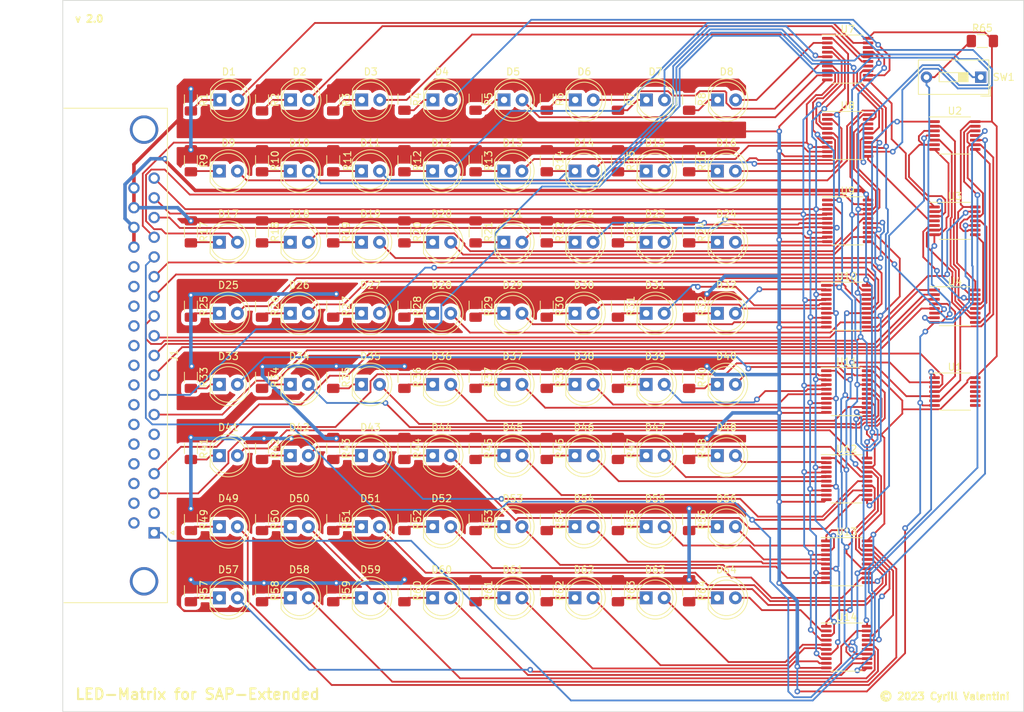
<source format=kicad_pcb>
(kicad_pcb (version 20221018) (generator pcbnew)
  (layers (0 "F.Cu" signal) (31 "B.Cu" signal) (34 "B.Paste" user) (35 "F.Paste" user) (36 "B.SilkS" user "B.Silkscreen") (37 "F.SilkS" user "F.Silkscreen") (38 "B.Mask" user) (39 "F.Mask" user) (44 "Edge.Cuts" user))
  (net 0 "")
  (net 1 "Net-(D1-K)")
  (net 2 "/0_7")
  (net 3 "Net-(D2-K)")
  (net 4 "/0_6")
  (net 5 "Net-(D3-K)")
  (net 6 "/0_5")
  (net 7 "Net-(D4-K)")
  (net 8 "/0_4")
  (net 9 "Net-(D5-K)")
  (net 10 "/0_3")
  (net 11 "Net-(D6-K)")
  (net 12 "/0_2")
  (net 13 "Net-(D7-K)")
  (net 14 "/0_1")
  (net 15 "Net-(D8-K)")
  (net 16 "/0_0")
  (net 17 "Net-(D9-K)")
  (net 18 "/1_7")
  (net 19 "Net-(D10-K)")
  (net 20 "/1_6")
  (net 21 "Net-(D11-K)")
  (net 22 "/1_5")
  (net 23 "Net-(D12-K)")
  (net 24 "/1_4")
  (net 25 "Net-(D13-K)")
  (net 26 "/1_3")
  (net 27 "Net-(D14-K)")
  (net 28 "/1_2")
  (net 29 "Net-(D15-K)")
  (net 30 "/1_1")
  (net 31 "Net-(D16-K)")
  (net 32 "/1_0")
  (net 33 "Net-(D17-K)")
  (net 34 "/2_7")
  (net 35 "Net-(D18-K)")
  (net 36 "/2_6")
  (net 37 "Net-(D19-K)")
  (net 38 "/2_5")
  (net 39 "Net-(D20-K)")
  (net 40 "/2_4")
  (net 41 "Net-(D21-K)")
  (net 42 "/2_3")
  (net 43 "Net-(D22-K)")
  (net 44 "/2_2")
  (net 45 "Net-(D23-K)")
  (net 46 "/2_1")
  (net 47 "Net-(D24-K)")
  (net 48 "/2_0")
  (net 49 "Net-(D25-K)")
  (net 50 "/3_7")
  (net 51 "Net-(D26-K)")
  (net 52 "/3_6")
  (net 53 "Net-(D27-K)")
  (net 54 "/3_5")
  (net 55 "Net-(D28-K)")
  (net 56 "/3_4")
  (net 57 "Net-(D29-K)")
  (net 58 "/3_3")
  (net 59 "Net-(D30-K)")
  (net 60 "/3_2")
  (net 61 "Net-(D31-K)")
  (net 62 "/3_1")
  (net 63 "Net-(D32-K)")
  (net 64 "/3_0")
  (net 65 "Net-(D33-K)")
  (net 66 "/4_7")
  (net 67 "Net-(D34-K)")
  (net 68 "/4_6")
  (net 69 "Net-(D35-K)")
  (net 70 "/4_5")
  (net 71 "Net-(D36-K)")
  (net 72 "/4_4")
  (net 73 "Net-(D37-K)")
  (net 74 "/4_3")
  (net 75 "Net-(D38-K)")
  (net 76 "/4_2")
  (net 77 "Net-(D39-K)")
  (net 78 "/4_1")
  (net 79 "Net-(D40-K)")
  (net 80 "/4_0")
  (net 81 "Net-(D41-K)")
  (net 82 "/5_7")
  (net 83 "Net-(D42-K)")
  (net 84 "/5_6")
  (net 85 "Net-(D43-K)")
  (net 86 "/5_5")
  (net 87 "Net-(D44-K)")
  (net 88 "/5_4")
  (net 89 "Net-(D45-K)")
  (net 90 "/5_3")
  (net 91 "Net-(D46-K)")
  (net 92 "/5_2")
  (net 93 "Net-(D47-K)")
  (net 94 "/5_1")
  (net 95 "Net-(D48-K)")
  (net 96 "/5_0")
  (net 97 "Net-(D49-K)")
  (net 98 "/6_7")
  (net 99 "Net-(D50-K)")
  (net 100 "/6_6")
  (net 101 "Net-(D51-K)")
  (net 102 "/6_5")
  (net 103 "Net-(D52-K)")
  (net 104 "/6_4")
  (net 105 "Net-(D53-K)")
  (net 106 "/6_3")
  (net 107 "Net-(D54-K)")
  (net 108 "/6_2")
  (net 109 "Net-(D55-K)")
  (net 110 "/6_1")
  (net 111 "Net-(D56-K)")
  (net 112 "/6_0")
  (net 113 "Net-(D57-K)")
  (net 114 "/7_7")
  (net 115 "Net-(D58-K)")
  (net 116 "/7_6")
  (net 117 "Net-(D59-K)")
  (net 118 "/7_5")
  (net 119 "Net-(D60-K)")
  (net 120 "/7_4")
  (net 121 "Net-(D61-K)")
  (net 122 "/7_3")
  (net 123 "Net-(D62-K)")
  (net 124 "/7_2")
  (net 125 "Net-(D63-K)")
  (net 126 "/7_1")
  (net 127 "Net-(D64-K)")
  (net 128 "/7_0")
  (net 129 "Net-(J1-Pad1)")
  (net 131 "/CLK")
  (net 132 "Net-(J1-Pad4)")
  (net 135 "Net-(J1-Pad8)")
  (net 136 "/BUS_7")
  (net 137 "Net-(U4-A2)")
  (net 138 "Net-(U4-A1)")
  (net 139 "Net-(U4-A0)")
  (net 140 "/BUS_6")
  (net 141 "/BUS_5")
  (net 142 "/BUS_4")
  (net 143 "/BUS_3")
  (net 144 "/BUS_2")
  (net 145 "/BUS_1")
  (net 146 "/BUS_0")
  (net 161 "+5V")
  (net 162 "GND")
  (net 163 "Net-(U4-E3)")
  (net 164 "Net-(U10-~{Mr})")
  (net 165 "Net-(U4-E1)")
  (net 166 "Net-(U1-Pad6)")
  (net 167 "Net-(U10-Cp)")
  (net 168 "Net-(U4-E2)")
  (net 175 "Net-(U11-Cp)")
  (net 176 "Net-(U4-O4)")
  (net 177 "Net-(U12-Cp)")
  (net 178 "Net-(U4-O5)")
  (net 179 "Net-(U4-O6)")
  (net 180 "Net-(U13-Cp)")
  (net 181 "Net-(U4-O7)")
  (net 182 "Net-(U14-Cp)")
  (net 183 "Net-(U7-Cp)")
  (net 184 "Net-(U4-O0)")
  (net 185 "Net-(U8-Cp)")
  (net 186 "Net-(U4-O1)")
  (net 187 "Net-(U4-O2)")
  (net 188 "Net-(U9-Cp)")
  (net 189 "Net-(U4-O3)")
  (footprint "Resistor_SMD:R_1206_3216Metric_Pad1.30x1.75mm_HandSolder" (layer "F.Cu") (at 178 123 -90)
    (fp_text reference "R63")
    (fp_text value "470")
  )
  (footprint "LED_THT:LED_D5.0mm" (layer "F.Cu") (at 142 54)
    (fp_text reference "D3")
    (fp_text value "LED")
  )
  (footprint "LED_THT:LED_D5.0mm" (layer "F.Cu") (at 182 54)
    (fp_text reference "D7")
    (fp_text value "LED")
  )
  (footprint "Resistor_SMD:R_1206_3216Metric_Pad1.30x1.75mm_HandSolder" (layer "F.Cu") (at 188 83 -90)
    (fp_text reference "R32")
    (fp_text value "470")
  )
  (footprint "LED_THT:LED_D5.0mm" (layer "F.Cu") (at 171.965 84)
    (fp_text reference "D30")
    (fp_text value "LED")
  )
  (footprint "LED_THT:LED_D5.0mm" (layer "F.Cu") (at 192 54)
    (fp_text reference "D8")
    (fp_text value "LED")
  )
  (footprint "MountingHole:MountingHole_2.2mm_M2_DIN965" (layer "F.Cu") (at 118.115 49.035)
    (fp_text reference "REF**" hide)
    (fp_text value "MountingHole_2.2mm_M2_DIN965")
  )
  (footprint "LED_THT:LED_D5.0mm" (layer "F.Cu") (at 171.965 114)
    (fp_text reference "D54")
    (fp_text value "LED")
  )
  (footprint "Resistor_SMD:R_1206_3216Metric_Pad1.30x1.75mm_HandSolder" (layer "F.Cu") (at 178 62.55 -90)
    (fp_text reference "R15")
    (fp_text value "470")
  )
  (footprint "LED_THT:LED_D5.0mm" (layer "F.Cu") (at 181.965 84)
    (fp_text reference "D31")
    (fp_text value "LED")
  )
  (footprint "LED_THT:LED_D5.0mm" (layer "F.Cu") (at 151.965 74)
    (fp_text reference "D20")
    (fp_text value "LED")
  )
  (footprint "Resistor_SMD:R_1206_3216Metric_Pad1.30x1.75mm_HandSolder" (layer "F.Cu") (at 128 123 -90)
    (fp_text reference "R58")
    (fp_text value "470")
  )
  (footprint "LED_THT:LED_D5.0mm" (layer "F.Cu") (at 172 54)
    (fp_text reference "D6")
    (fp_text value "LED")
  )
  (footprint "Package_SO:TSSOP-20_4.4x6.5mm_P0.65mm" (layer "F.Cu") (at 210.1375 130.925)
    (fp_text reference "U14")
    (fp_text value "74HC273")
  )
  (footprint "Resistor_SMD:R_1206_3216Metric_Pad1.30x1.75mm_HandSolder" (layer "F.Cu") (at 158 53.9 -90)
    (fp_text reference "R5")
    (fp_text value "470")
  )
  (footprint "Resistor_SMD:R_1206_3216Metric_Pad1.30x1.75mm_HandSolder" (layer "F.Cu") (at 138 72.55 -90)
    (fp_text reference "R19")
    (fp_text value "470")
  )
  (footprint "Package_SO:TSSOP-20_4.4x6.5mm_P0.65mm" (layer "F.Cu") (at 210.1375 118.925)
    (fp_text reference "U13")
    (fp_text value "74HC273")
  )
  (footprint "Resistor_SMD:R_1206_3216Metric_Pad1.30x1.75mm_HandSolder" (layer "F.Cu") (at 118 103 -90)
    (fp_text reference "R41")
    (fp_text value "470")
  )
  (footprint "Resistor_SMD:R_1206_3216Metric_Pad1.30x1.75mm_HandSolder" (layer "F.Cu") (at 158 123 -90)
    (fp_text reference "R61")
    (fp_text value "470")
  )
  (footprint "LED_THT:LED_D5.0mm" (layer "F.Cu") (at 122 84)
    (fp_text reference "D25")
    (fp_text value "LED")
  )
  (footprint "MountingHole:MountingHole_2.2mm_M2_DIN965" (layer "F.Cu") (at 198.115 129.035)
    (fp_text reference "REF**" hide)
    (fp_text value "MountingHole_2.2mm_M2_DIN965")
  )
  (footprint "LED_THT:LED_D5.0mm" (layer "F.Cu") (at 151.965 84)
    (fp_text reference "D28")
    (fp_text value "LED")
  )
  (footprint "LED_THT:LED_D5.0mm" (layer "F.Cu") (at 181.965 114)
    (fp_text reference "D55")
    (fp_text value "LED")
  )
  (footprint "LED_THT:LED_D5.0mm" (layer "F.Cu") (at 131.965 94)
    (fp_text reference "D34")
    (fp_text value "LED")
  )
  (footprint "LED_THT:LED_D5.0mm" (layer "F.Cu") (at 141.965 114)
    (fp_text reference "D51")
    (fp_text value "LED")
  )
  (footprint "LED_THT:LED_D5.0mm" (layer "F.Cu") (at 122 94)
    (fp_text reference "D33")
    (fp_text value "LED")
  )
  (footprint "MountingHole:MountingHole_2.2mm_M2_DIN965" (layer "F.Cu") (at 198.115 49.035)
    (fp_text reference "REF**" hide)
    (fp_text value "MountingHole_2.2mm_M2_DIN965")
  )
  (footprint "Resistor_SMD:R_1206_3216Metric_Pad1.30x1.75mm_HandSolder" (layer "F.Cu") (at 178 83 -90)
    (fp_text reference "R31")
    (fp_text value "470")
  )
  (footprint "LED_THT:LED_D5.0mm" (layer "F.Cu") (at 161.965 64)
    (fp_text reference "D13")
    (fp_text value "LED")
  )
  (footprint "LED_THT:LED_D5.0mm" (layer "F.Cu") (at 131.965 74)
    (fp_text reference "D18")
    (fp_text value "LED")
  )
  (footprint "Resistor_SMD:R_1206_3216Metric_Pad1.30x1.75mm_HandSolder" (layer "F.Cu") (at 128 103 -90)
    (fp_text reference "R42")
    (fp_text value "470")
  )
  (footprint "Package_SO:TSSOP-16_4.4x5mm_P0.65mm" (layer "F.Cu") (at 225.3375 83)
    (fp_text reference "U4")
    (fp_text value "74LS138")
  )
  (footprint "Resistor_SMD:R_1206_3216Metric_Pad1.30x1.75mm_HandSolder" (layer "F.Cu") (at 168 123 -90)
    (fp_text reference "R62")
    (fp_text value "470")
  )
  (footprint "LED_THT:LED_D5.0mm" (layer "F.Cu") (at 191.965 74)
    (fp_text reference "D24")
    (fp_text value "LED")
  )
  (footprint "LED_THT:LED_D5.0mm" (layer "F.Cu") (at 161.965 104)
    (fp_text reference "D45")
    (fp_text value "LED")
  )
  (footprint "Resistor_SMD:R_1206_3216Metric_Pad1.30x1.75mm_HandSolder" (layer "F.Cu") (at 229.2 45.72)
    (fp_text reference "R65")
    (fp_text value "10K")
  )
  (footprint "Resistor_SMD:R_1206_3216Metric_Pad1.30x1.75mm_HandSolder" (layer "F.Cu") (at 158 113 -90)
    (fp_text reference "R53")
    (fp_text value "470")
  )
  (footprint "LED_THT:LED_D5.0mm" (layer "F.Cu") (at 131.965 84)
    (fp_text reference "D26")
    (fp_text value "LED")
  )
  (footprint "Resistor_SMD:R_1206_3216Metric_Pad1.30x1.75mm_HandSolder" (layer "F.Cu") (at 128 72.55 -90)
    (fp_text reference "R18")
    (fp_text value "470")
  )
  (footprint "Resistor_SMD:R_1206_3216Metric_Pad1.30x1.75mm_HandSolder" (layer "F.Cu") (at 158 93 -90)
    (fp_text reference "R37")
    (fp_text value "470")
  )
  (footprint "Resistor_SMD:R_1206_3216Metric_Pad1.30x1.75mm_HandSolder" (layer "F.Cu") (at 138 62.55 -90)
    (fp_text reference "R11")
    (fp_text value "470")
  )
  (footprint "LED_THT:LED_D5.0mm" (layer "F.Cu") (at 122 114)
    (fp_text reference "D49")
    (fp_text value "LED")
  )
  (footprint "Resistor_SMD:R_1206_3216Metric_Pad1.30x1.75mm_HandSolder" (layer "F.Cu") (at 148 103 -90)
    (fp_text reference "R44")
    (fp_text value "470")
  )
  (footprint "LED_THT:LED_D5.0mm" (layer "F.Cu") (at 171.965 104)
    (fp_text reference "D46")
    (fp_text value "LED")
  )
  (footprint "Resistor_SMD:R_1206_3216Metric_Pad1.30x1.75mm_HandSolder" (layer "F.Cu") (at 118 72.55 -90)
    (fp_text reference "R17")
    (fp_text value "470")
  )
  (footprint "Resistor_SMD:R_1206_3216Metric_Pad1.30x1.75mm_HandSolder" (layer "F.Cu") (at 148 113 -90)
    (fp_text reference "R52")
    (fp_text value "470")
  )
  (footprint "Package_SO:TSSOP-20_4.4x6.5mm_P0.65mm" (layer "F.Cu") (at 210.275 71)
    (fp_text reference "U9")
    (fp_text value "74HC273")
  )
  (footprint "LED_THT:LED_D5.0mm" (layer "F.Cu") (at 191.965 124)
    (fp_text reference "D64")
    (fp_text value "LED")
  )
  (footprint "Resistor_SMD:R_1206_3216Metric_Pad1.30x1.75mm_HandSolder" (layer "F.Cu") (at 168 83 -90)
    (fp_text reference "R30")
    (fp_text value "470")
  )
  (footprint "Resistor_SMD:R_1206_3216Metric_Pad1.30x1.75mm_HandSolder" (layer "F.Cu") (at 158 83 -90)
    (fp_text reference "R29")
    (fp_text value "470")
  )
  (footprint "LED_THT:LED_D5.0mm" (layer "F.Cu") (at 161.965 84)
    (fp_text reference "D29")
    (fp_text value "LED")
  )
  (footprint "LED_THT:LED_D5.0mm" (layer "F.Cu") (at 131.965 104)
    (fp_text reference "D42")
    (fp_text value "LED")
  )
  (footprint "Resistor_SMD:R_1206_3216Metric_Pad1.30x1.75mm_HandSolder" (layer "F.Cu") (at 158 103 -90)
    (fp_text reference "R45")
    (fp_text value "470")
  )
  (footprint "Resistor_SMD:R_1206_3216Metric_Pad1.30x1.75mm_HandSolder" (layer "F.Cu") (at 178 53.9 -90)
    (fp_text reference "R7")
    (fp_text value "470")
  )
  (footprint "LED_THT:LED_D5.0mm" (layer "F.Cu") (at 181.965 64)
    (fp_text reference "D15")
    (fp_text value "LED")
  )
  (footprint "Resistor_SMD:R_1206_3216Metric_Pad1.30x1.75mm_HandSolder" (layer "F.Cu") (at 168 53.9 -90)
    (fp_text reference "R6")
    (fp_text value "470")
  )
  (footprint "Package_SO:TSSOP-20_4.4x6.5mm_P0.65mm" (layer "F.Cu") (at 210.1375 83)
    (fp_text reference "U10")
    (fp_text value "74HC273")
  )
  (footprint "Resistor_SMD:R_1206_3216Metric_Pad1.30x1.75mm_HandSolder" (layer "F.Cu") (at 168 93 -90)
    (fp_text reference "R38")
    (fp_text value "470")
  )
  (footprint "LED_THT:LED_D5.0mm" (layer "F.Cu") (at 191.965 114)
    (fp_text reference "D56")
    (fp_text value "LED")
  )
  (footprint "Resistor_SMD:R_1206_3216Metric_Pad1.30x1.75mm_HandSolder" (layer "F.Cu") (at 128 54 -90)
    (fp_text reference "R2")
    (fp_text value "470")
  )
  (footprint "Resistor_SMD:R_1206_3216Metric_Pad1.30x1.75mm_HandSolder" (layer "F.Cu") (at 158 62.55 -90)
    (fp_text reference "R13")
    (fp_text value "470")
  )
  (footprint "Resistor_SMD:R_1206_3216Metric_Pad1.30x1.75mm_HandSolder" (layer "F.Cu") (at 188 123 -90)
    (fp_text reference "R64")
    (fp_text value "470")
  )
  (footprint "Resistor_SMD:R_1206_3216Metric_Pad1.30x1.75mm_HandSolder" (layer "F.Cu") (at 168 113 -90)
    (fp_text reference "R54")
    (fp_text value "470")
  )
  (footprint "LED_THT:LED_D5.0mm" (layer "F.Cu") (at 181.965 104)
    (fp_text reference "D47")
    (fp_text value "LED")
  )
  (footprint "LED_THT:LED_D5.0mm" (layer "F.Cu") (at 181.965 74)
    (fp_text reference "D23")
    (fp_text value "LED")
  )
  (footprint "LED_THT:LED_D5.0mm" (layer "F.Cu") (at 191.965 64)
    (fp_text reference "D16")
    (fp_text value "LED")
  )
  (footprint "Resistor_SMD:R_1206_3216Metric_Pad1.30x1.75mm_HandSolder" (layer "F.Cu") (at 178 93 -90)
    (fp_text reference "R39")
    (fp_text value "470")
  )
  (footprint "LED_THT:LED_D5.0mm" (layer "F.Cu") (at 171.965 94)
    (fp_text reference "D38")
    (fp_text value "LED")
  )
  (footprint "LED_THT:LED_D5.0mm" (layer "F.Cu") (at 151.965 124)
    (fp_text reference "D60")
    (fp_text value "LED")
  )
  (footprint "Resistor_SMD:R_1206_3216Metric_Pad1.30x1.75mm_HandSolder" (layer "F.Cu") (at 148 83 -90)
    (fp_text reference "R28")
    (fp_text value "470")
  )
  (footprint "Package_SO:TSSOP-14_4.4x5mm_P0.65mm" (layer "F.Cu") (at 225.3375 71)
    (fp_text reference "U3")
    (fp_text value "74HC02")
  )
  (footprint "LED_THT:LED_D5.0mm" (layer "F.Cu") (at 181.965 94)
    (fp_text reference "D39")
    (fp_text value "LED")
  )
  (footprint "LED_THT:LED_D5.0mm" (layer "F.Cu") (at 161.965 124)
    (fp_text reference "D61")
    (fp_text value "LED")
  )
  (footprint "LED_THT:LED_D5.0mm" (layer "F.Cu") (at 161.965 114)
    (fp_text reference "D53")
    (fp_text value "LED")
  )
  (footprint "Resistor_SMD:R_1206_3216Metric_Pad1.30x1.75mm_HandSolder" (layer "F.Cu") (at 188 103 -90)
    (fp_text reference "R48")
    (fp_text value "470")
  )
  (footprint "Resistor_SMD:R_1206_3216Metric_Pad1.30x1.75mm_HandSolder" (layer "F.Cu") (at 128 93 -90)
    (fp_text reference "R34")
    (fp_text value "470")
  )
  (footprint "Resistor_SMD:R_1206_3216Metric_Pad1.30x1.75mm_HandSolder" (layer "F.Cu") (at 138 103 -90)
    (fp_text reference "R43")
    (fp_text value "470")
  )
  (footprint "LED_THT:LED_D5.0mm" (layer "F.Cu") (at 151.965 104)
    (fp_text reference "D44")
    (fp_text value "LED")
  )
  (footprint "Resistor_SMD:R_1206_3216Metric_Pad1.30x1.75mm_HandSolder" (layer "F.Cu") (at 188 93 -90)
    (fp_text reference "R40")
    (fp_text value "470")
  )
  (footprint "LED_THT:LED_D5.0mm" (layer "F.Cu") (at 171.965 74)
    (fp_text reference "D22")
    (fp_text value "LED")
  )
  (footprint "Resistor_SMD:R_1206_3216Metric_Pad1.30x1.75mm_HandSolder" (layer "F.Cu") (at 168 72.55 -90)
    (fp_text reference "R22")
    (fp_text value "470")
  )
  (footprint "Resistor_SMD:R_1206_3216Metric_Pad1.30x1.75mm_HandSolder" (layer "F.Cu") (at 118 62.55 -90)
    (fp_text reference "R9")
    (fp_text value "470")
  )
  (footprint "LED_THT:LED_D5.0mm" (layer "F.Cu") (at 191.965 84)
    (fp_text reference "D32")
    (fp_text value "LED")
  )
  (footprint "LED_THT:LED_D5.0mm" (layer "F.Cu") (at 122 104)
    (fp_text reference "D41")
    (fp_text value "LED")
  )
  (footprint "Resistor_SMD:R_1206_3216Metric_Pad1.30x1.75mm_HandSolder" (layer "F.Cu") (at 148 53.9 -90)
    (fp_text reference "R4")
    (fp_text value "470")
  )
  (footprint "LED_THT:LED_D5.0mm" (layer "F.Cu") (at 141.965 84)
    (fp_text reference "D27")
    (fp_text value "LED")
  )
  (footprint "Resistor_SMD:R_1206_3216Metric_Pad1.30x1.75mm_HandSolder" (layer "F.Cu") (at 128 62.55 -90)
    (fp_text reference "R10")
    (fp_text value "470")
  )
  (footprint "Resistor_SMD:R_1206_3216Metric_Pad1.30x1.75mm_HandSolder" (layer "F.Cu") (at 188 62.55 -90)
    (fp_text reference "R16")
    (fp_text value "470")
  )
  (footprint "Resistor_SMD:R_1206_3216Metric_Pad1.30x1.75mm_HandSolder" (layer "F.Cu") (at 138 113 -90)
    (fp_text reference "R51")
    (fp_text value "470")
  )
  (footprint "LED_THT:LED_D5.0mm" (layer "F.Cu") (at 132 54)
    (fp_text reference "D2")
    (fp_text value "LED")
  )
  (footprint "Button_Switch_THT:SW_DIP_SPSTx01_Slide_9.78x4.72mm_W7.62mm_P2.54mm" (layer "F.Cu") (at 228.9675 50.8 180)
    (fp_text reference "SW1")
    (fp_text value "SW_DIP_ENABLE-REG")
  )
  (footprint "Resistor_SMD:R_1206_3216Metric_Pad1.30x1.75mm_HandSolder" (layer "F.Cu") (at 128 83 -90)
    (fp_text reference "R26")
    (fp_text value "470")
  )
  (footprint "Resistor_SMD:R_1206_3216Metric_Pad1.30x1.75mm_HandSolder" (layer "F.Cu") (at 178 103 -90)
    (fp_text reference "R47")
    (fp_text value "470")
  )
  (footprint "Package_SO:TSSOP-20_4.4x6.5mm_P0.65mm" (layer "F.Cu") (at 210.275 48.26)
    (fp_text reference "U7")
    (fp_text value "74HC273")
  )
  (footprint "Resistor_SMD:R_1206_3216Metric_Pad1.30x1.75mm_HandSolder" (layer "F.Cu") (at 188 53.9 -90)
    (fp_text reference "R8")
    (fp_text value "470")
  )
  (footprint "LED_THT:LED_D5.0mm" (layer "F.Cu") (at 122.06 54)
    (fp_text reference "D1")
    (fp_text value "LED")
  )
  (footprint "LED_THT:LED_D5.0mm" (layer "F.Cu") (at 152 54)
    (fp_text reference "D4")
    (fp_text value "LED")
  )
  (footprint "LED_THT:LED_D5.0mm" (layer "F.Cu") (at 191.965 104)
    (fp_text reference "D48")
    (fp_text value "LED")
  )
  (footprint "Package_SO:TSSOP-20_4.4x6.5mm_P0.65mm" (layer "F.Cu") (at 210.275 59)
    (fp_text reference "U8")
    (fp_text value "74HC273")
  )
  (footprint "Resistor_SMD:R_1206_3216Metric_Pad1.30x1.75mm_HandSolder" (layer "F.Cu") (at 138 93 -90)
    (fp_text reference "R35")
    (fp_text value "470")
  )
  (footprint "Resistor_SMD:R_1206_3216Metric_Pad1.30x1.75mm_HandSolder" (layer "F.Cu") (at 168 62.55 -90)
    (fp_text reference "R14")
    (fp_text value "470")
  )
  (footprint "LED_THT:LED_D5.0mm" (layer "F.Cu") (at 162 54)
    (fp_text reference "D5")
    (fp_text value "LED")
  )
  (footprint "LED_THT:LED_D5.0mm" (layer "F.Cu") (at 131.965 114)
    (fp_text reference "D50")
    (fp_text value "LED")
  )
  (footprint "Resistor_SMD:R_1206_3216Metric_Pad1.30x1.75mm_HandSolder" (layer "F.Cu") (at 148 93 -90)
    (fp_text reference "R36")
    (fp_text value "470")
  )
  (footprint "Resistor_SMD:R_1206_3216Metric_Pad1.30x1.75mm_HandSolder" (layer "F.Cu") (at 168 103 -90)
    (fp_text reference "R46")
    (fp_text value "470")
  )
  (footprint "LED_THT:LED_D5.0mm" (layer "F.Cu") (at 141.965 74)
    (fp_text reference "D19")
    (fp_text value "LED")
  )
  (footprint "LED_THT:LED_D5.0mm" (layer "F.Cu") (at 131.965 124)
    (fp_text reference "D58")
    (fp_text value "LED")
  )
  (footprint "Resistor_SMD:R_1206_3216Metric_Pad1.30x1.75mm_HandSolder" (layer "F.Cu") (at 118 83 -90)
    (fp_text reference "R25")
    (fp_text value "470")
  )
  (footprint "Connector_Dsub:DSUB-37_Female_Horizontal_P2.77x2.84mm_EdgePinOffset9.90mm_Housed_MountingHolesOffset11.32mm" (layer "F.Cu") (at 112.84 114.855 -90)
    (fp_text reference "J1")
    (fp_text value "DC37_Receptacle")
  )
  (footprint "Resistor_SMD:R_1206_3216Metric_Pad1.30x1.75mm_HandSolder" (layer "F.Cu") (at 178 72.55 -90)
    (fp_text reference "R23")
    (fp_text value "470")
  )
  (footprint "Resistor_SMD:R_1206_3216Metric_Pad1.30x1.75mm_HandSolder" (layer "F.Cu") (at 138 54 -90)
    (fp_text reference "R3")
    (fp_text value "470")
  )
  (footprint "LED_THT:LED_D5.0mm" (layer "F.Cu") (at 161.965 94)
    (fp_text reference "D37")
    (fp_text value "LED")
  )
  (footprint "LED_THT:LED_D5.0mm" (layer "F.Cu") (at 141.965 64)
    (fp_text reference "D11")
    (fp_text value "LED")
  )
  (footprint "Resistor_SMD:R_1206_3216Metric_Pad1.30x1.75mm_HandSolder" (layer "F.Cu") (at 138 83 -90)
    (fp_text reference "R27")
    (fp_text value "470")
  )
  (footprint "Resistor_SMD:R_1206_3216Metric_Pad1.30x1.75mm_HandSolder" (layer "F.Cu") (at 148 123 -90)
    (fp_text reference "R60")
    (fp_text value "470")
  )
  (footprint "LED_THT:LED_D5.0mm" (layer "F.Cu") (at 131.965 64)
    (fp_text reference "D10")
    (fp_text value "LED")
  )
  (footprint "LED_THT:LED_D5.0mm" (layer "F.Cu") (at 122 64)
    (fp_text reference "D9")
    (fp_text value "LED")
  )
  (footprint "Resistor_SMD:R_1206_3216Metric_Pad1.30x1.75mm_HandSolder" (layer "F.Cu") (at 178 113 -90)
    (fp_text reference "R55")
    (fp_text value "470")
  )
  (footprint "Package_SO:TSSOP-14_4.4x5mm_P0.65mm" (layer "F.Cu") (at 225.3375 95)
    (fp_text reference "U1")
    (fp_text value "74HC04")
  )
  (footprint "Package_SO:TSSOP-14_4.4x5mm_P0.65mm" (layer "F.Cu") (at 225.3375 59)
    (fp_text reference "U2")
    (fp_text value "74HC02")
  )
  (footprint "LED_THT:LED_D5.0mm" (layer "F.Cu") (at 151.965 114)
    (fp_text reference "D52")
    (fp_text value "LED")
  )
  (footprint "MountingHole:MountingHole_2.2mm_M2_DIN965" (layer "F.Cu") (at 118.115 129.035)
    (fp_text reference "REF**" hide)
    (fp_text value "MountingHole_2.2mm_M2_DIN965")
  )
  (footprint "LED_THT:LED_D5.0mm" (layer "F.Cu") (at 151.965 94)
    (fp_text reference "D36")
    (fp_text value "LED")
  )
  (footprint "Resistor_SMD:R_1206_3216Metric_Pad1.30x1.75mm_HandSolder" (layer "F.Cu") (at 118 123 -90)
    (fp_text reference "R57")
    (fp_text value "470")
  )
  (footprint "Resistor_SMD:R_1206_3216Metric_Pad1.30x1.75mm_HandSolder" (layer "F.Cu") (at 148 72.55 -90)
    (fp_text reference "R20")
    (fp_text value "470")
  )
  (footprint "Resistor_SMD:R_1206_3216Metric_Pad1.30x1.75mm_HandSolder" (layer "F.Cu") (at 118 54 -90)
    (fp_text reference "R1")
    (fp_text value "470")
  )
  (footprint "LED_THT:LED_D5.0mm" (layer "F.Cu") (at 191.965 94)
    (fp_text reference "D40")
    (fp_text value "LED")
  )
  (footprint "Resistor_SMD:R_1206_3216Metric_Pad1.30x1.75mm_HandSolder" (layer "F.Cu") (at 128 113 -90)
    (fp_text reference "R50")
    (fp_text value "470")
  )
  (footprint "Package_SO:TSSOP-20_4.4x6.5mm_P0.65mm" (layer "F.Cu") (at 210.1375 95)
    (fp_text reference "U11")
    (fp_text value "74HC273")
  )
  (footprint "Resistor_SMD:R_1206_3216Metric_Pad1.30x1.75mm_HandSolder" (layer "F.Cu") (at 138 123 -90)
    (fp_text reference "R59")
    (fp_text value "470")
  )
  (footprint "Resistor_SMD:R_1206_3216Metric_Pad1.30x1.75mm_HandSolder" (layer "F.Cu") (at 148 62.55 -90)
    (fp_text reference "R12")
    (fp_text value "470")
  )
  (footprint "Resistor_SMD:R_1206_3216Metric_Pad1.30x1.75mm_HandSolder" (layer "F.Cu") (at 188 113 -90)
    (fp_text reference "R56")
    (fp_text value "470")
  )
  (footprint "LED_THT:LED_D5.0mm" (layer "F.Cu") (at 151.965 64)
    (fp_text reference "D12")
    (fp_text value "LED")
  )
  (footprint "LED_THT:LED_D5.0mm" (layer "F.Cu") (at 141.965 104)
    (fp_text reference "D43")
    (fp_text value "LED")
  )
  (footprint "LED_THT:LED_D5.0mm" (layer "F.Cu") (at 141.965 124)
    (fp_text reference "D59")
    (fp_text value "LED")
  )
  (footprint "Resistor_SMD:R_1206_3216Metric_Pad1.30x1.75mm_HandSolder" (layer "F.Cu") (at 158 72.55 -90)
    (fp_text reference "R21")
    (fp_text value "470")
  )
  (footprint "Resistor_SMD:R_1206_3216Metric_Pad1.30x1.75mm_HandSolder" (layer "F.Cu") (at 118 93 -90)
    (fp_text reference "R33")
    (fp_text value "470")
  )
  (footprint "LED_THT:LED_D5.0mm" (layer "F.Cu") (at 181.965 124)
    (fp_text reference "D63")
    (fp_text value "LED")
  )
  (footprint "Resistor_SMD:R_1206_3216Metric_Pad1.30x1.75mm_HandSolder" (layer "F.Cu") (at 188 72.55 -90)
    (fp_text reference "R24")
    (fp_text value "470")
  )
  (footprint "Resistor_SMD:R_1206_3216Metric_Pad1.30x1.75mm_HandSolder" (layer "F.Cu") (at 118 113 -90)
    (fp_text reference "R49")
    (fp_text value "470")
  )
  (footprint "LED_THT:LED_D5.0mm" (layer "F.Cu") (at 122 124)
    (fp_text reference "D57")
    (fp_text value "LED")
  )
  (footprint "LED_THT:LED_D5.0mm" (layer "F.Cu") (at 171.965 64)
    (fp_text reference "D14")
    (fp_text value "LED")
  )
  (footprint "LED_THT:LED_D5.0mm" (layer "F.Cu") (at 171.965 124)
    (fp_text reference "D62")
    (fp_text value "LED")
  )
  (footprint "LED_THT:LED_D5.0mm" (layer "F.Cu") (at 122 74)
    (fp_text reference "D17")
    (fp_text value "LED")
  )
  (footprint "LED_THT:LED_D5.0mm" (layer "F.Cu") (at 141.965 94)
    (fp_text reference "D35")
    (fp_text value "LED")
  )
  (footprint "Package_SO:TSSOP-20_4.4x6.5mm_P0.65mm" (layer "F.Cu") (at 210.1375 107.275)
    (fp_text reference "U12")
    (fp_text value "74HC273")
  )
  (footprint "LED_THT:LED_D5.0mm" (layer "F.Cu") (at 161.965 74)
    (fp_text reference "D21")
    (fp_text value "LED")
  )
  (gr_rect (start 100 40) (end 235 140) (stroke (width 0.1)) (fill none) (layer "Edge.Cuts"))
  (gr_text "LED-Matrix for SAP-Extended" (at 101.6 138.43) (layer "F.SilkS") (effects (font (size 1.5 1.5) (thickness 0.3) bold) (justify left bottom)))
  (gr_text "© 2023 Cyrill Valentini" (at 214.63 138.43) (layer "F.SilkS") (effects (font (size 1 1) (thickness 0.25) bold) (justify left bottom)))
  (gr_text "v 2.0" (at 101.6 43.18) (layer "F.SilkS") (effects (font (size 1 1) (thickness 0.25) bold) (justify left bottom)))
  (segment (start 119.55 54) (end 118 55.55) (width 0.25) (layer "F.Cu") (net 1))
  (segment (start 122.06 54) (end 119.55 54) (width 0.25) (layer "F.Cu") (net 1))
  (segment (start 211.076 45.985) (end 208.271 43.18) (width 0.25) (layer "F.Cu") (net 2))
  (segment (start 135.42 43.18) (end 124.6 54) (width 0.25) (layer "F.Cu") (net 2))
  (segment (start 213.1375 45.985) (end 211.076 45.985) (width 0.25) (layer "F.Cu") (net 2))
  (segment (start 208.271 43.18) (end 135.42 43.18) (width 0.25) (layer "F.Cu") (net 2))
  (segment (start 129.55 54) (end 128 55.55) (width 0.25) (layer "F.Cu") (net 3))
  (segment (start 132 54) (end 129.55 54) (width 0.25) (layer "F.Cu") (net 3))
  (segment (start 144.91 43.63) (end 134.54 54) (width 0.25) (layer "F.Cu") (net 4))
  (segment (start 212.3512 47.935) (end 208.0462 43.63) (width 0.25) (layer "F.Cu") (net 4))
  (segment (start 213.1375 47.935) (end 212.3512 47.935) (width 0.25) (layer "F.Cu") (net 4))
  (segment (start 208.0462 43.63) (end 144.91 43.63) (width 0.25) (layer "F.Cu") (net 4))
  (segment (start 138 55.55) (end 139.55 54) (width 0.25) (layer "F.Cu") (net 5))
  (segment (start 139.55 54) (end 142 54) (width 0.25) (layer "F.Cu") (net 5))
  (segment (start 157.5019 44.8077) (end 148.3096 54) (width 0.25) (layer "F.Cu") (net 6))
  (segment (start 148.3096 54) (end 144.54 54) (width 0.25) (layer "F.Cu") (net 6))
  (segment (start 212.2717 48.585) (end 208.4944 44.8077) (width 0.25) (layer "F.Cu") (net 6))
  (segment (start 208.4944 44.8077) (end 157.5019 44.8077) (width 0.25) (layer "F.Cu") (net 6))
  (segment (start 213.1375 48.585) (end 212.2717 48.585) (width 0.25) (layer "F.Cu") (net 6))
  (segment (start 150.7731 54) (end 149.3231 55.45) (width 0.25) (layer "F.Cu") (net 7))
  (segment (start 149.3231 55.45) (end 148 55.45) (width 0.25) (layer "F.Cu") (net 7))
  (segment (start 152 54) (end 150.7731 54) (width 0.25) (layer "F.Cu") (net 7))
  (segment (start 213.1375 50.535) (end 215.453 50.535) (width 0.25) (layer "F.Cu") (net 8))
  (segment (start 216.1577 47.8438) (end 214.5614 46.2475) (width 0.25) (layer "F.Cu") (net 8))
  (segment (start 216.1577 49.8303) (end 216.1577 47.8438) (width 0.25) (layer "F.Cu") (net 8))
  (segment (start 215.453 50.535) (end 216.1577 49.8303) (width 0.25) (layer "F.Cu") (net 8))
  (via (at 214.5614 46.2475) (size 0.8) (drill 0.4) (layers "F.Cu" "B.Cu") (net 8))
  (segment (start 165.81 42.73) (end 211.0439 42.73) (width 0.25) (layer "B.Cu") (net 8))
  (segment (start 211.0439 42.73) (end 214.5614 46.2475) (width 0.25) (layer "B.Cu") (net 8))
  (segment (start 154.54 54) (end 165.81 42.73) (width 0.25) (layer "B.Cu") (net 8))
  (segment (start 159.3231 55.45) (end 158 55.45) (width 0.25) (layer "F.Cu") (net 9))
  (segment (start 162 54) (end 160.7731 54) (width 0.25) (layer "F.Cu") (net 9))
  (segment (start 160.7731 54) (end 159.3231 55.45) (width 0.25) (layer "F.Cu") (net 9))
  (segment (start 200.1121 56.4279) (end 166.9679 56.4279) (width 0.25) (layer "F.Cu") (net 10))
  (segment (start 207.4125 50.535) (end 206.005 50.535) (width 0.25) (layer "F.Cu") (net 10))
  (segment (start 206.005 50.535) (end 200.1121 56.4279) (width 0.25) (layer "F.Cu") (net 10))
  (segment (start 166.9679 56.4279) (end 164.54 54) (width 0.25) (layer "F.Cu") (net 10))
  (segment (start 172 54) (end 169.45 54) (width 0.25) (layer "F.Cu") (net 11))
  (segment (start 169.45 54) (end 168 55.45) (width 0.25) (layer "F.Cu") (net 11))
  (segment (start 193.2269 52.9646) (end 193.0354 52.7731) (width 0.25) (layer "F.Cu") (net 12))
  (segment (start 193.2269 54.4324) (end 193.2269 52.9646) (width 0.25) (layer "F.Cu") (net 12))
  (segment (start 180.9646 52.7731) (end 179.7377 54) (width 0.25) (layer "F.Cu") (net 12))
  (segment (start 185.6573 53.3822) (end 185.0482 52.7731) (width 0.25) (layer "F.Cu") (net 12))
  (segment (start 200.0364 55.2336) (end 194.0281 55.2336) (width 0.25) (layer "F.Cu") (net 12))
  (segment (start 189.4985 52.7731) (end 188.8894 53.3822) (width 0.25) (layer "F.Cu") (net 12))
  (segment (start 206.685 48.585) (end 200.0364 55.2336) (width 0.25) (layer "F.Cu") (net 12))
  (segment (start 188.8894 53.3822) (end 185.6573 53.3822) (width 0.25) (layer "F.Cu") (net 12))
  (segment (start 193.0354 52.7731) (end 189.4985 52.7731) (width 0.25) (layer "F.Cu") (net 12))
  (segment (start 207.4125 48.585) (end 206.685 48.585) (width 0.25) (layer "F.Cu") (net 12))
  (segment (start 185.0482 52.7731) (end 180.9646 52.7731) (width 0.25) (layer "F.Cu") (net 12))
  (segment (start 179.7377 54) (end 174.54 54) (width 0.25) (layer "F.Cu") (net 12))
  (segment (start 194.0281 55.2336) (end 193.2269 54.4324) (width 0.25) (layer "F.Cu") (net 12))
  (segment (start 179.3231 55.45) (end 180.7731 54) (width 0.25) (layer "F.Cu") (net 13))
  (segment (start 182 54) (end 180.7731 54) (width 0.25) (layer "F.Cu") (net 13))
  (segment (start 178 55.45) (end 179.3231 55.45) (width 0.25) (layer "F.Cu") (net 13))
  (segment (start 205.74 47.7465) (end 205.9285 47.935) (width 0.25) (layer "F.Cu") (net 14))
  (segment (start 205.9285 47.935) (end 207.4125 47.935) (width 0.25) (layer "F.Cu") (net 14))
  (via (at 205.74 47.7465) (size 0.8) (drill 0.4) (layers "F.Cu" "B.Cu") (net 14))
  (segment (start 201.6235 43.63) (end 190.744096 43.63) (width 0.25) (layer "B.Cu") (net 14))
  (segment (start 205.74 47.7465) (end 201.6235 43.63) (width 0.25) (layer "B.Cu") (net 14))
  (segment (start 184.54 49.834096) (end 184.54 54) (width 0.25) (layer "B.Cu") (net 14))
  (segment (start 190.744096 43.63) (end 184.54 49.834096) (width 0.25) (layer "B.Cu") (net 14))
  (segment (start 189.3231 55.45) (end 190.7731 54) (width 0.25) (layer "F.Cu") (net 15))
  (segment (start 192 54) (end 190.7731 54) (width 0.25) (layer "F.Cu") (net 15))
  (segment (start 188 55.45) (end 189.3231 55.45) (width 0.25) (layer "F.Cu") (net 15))
  (segment (start 205.474999 45.985) (end 207.4125 45.985) (width 0.25) (layer "F.Cu") (net 16))
  (segment (start 197.46 54) (end 205.474999 45.985) (width 0.25) (layer "F.Cu") (net 16))
  (segment (start 194.54 54) (end 197.46 54) (width 0.25) (layer "F.Cu") (net 16))
  (segment (start 122 64) (end 118.1 64) (width 0.25) (layer "F.Cu") (net 17))
  (segment (start 118.1 64) (end 118 64.1) (width 0.25) (layer "F.Cu") (net 17))
  (segment (start 213.8757 56.725) (end 214.2118 56.3889) (width 0.25) (layer "F.Cu") (net 18))
  (segment (start 213.1375 56.725) (end 213.8757 56.725) (width 0.25) (layer "F.Cu") (net 18))
  (segment (start 214.2118 55.7582) (end 213.9514 55.4978) (width 0.25) (layer "F.Cu") (net 18))
  (segment (start 125.8449 65.3049) (end 124.54 64) (width 0.25) (layer "F.Cu") (net 18))
  (segment (start 210.1905 57.6731) (end 210.1905 62.5341) (width 0.25) (layer "F.Cu") (net 18))
  (segment (start 210.1905 62.5341) (end 207.4197 65.3049) (width 0.25) (layer "F.Cu") (net 18))
  (segment (start 213.9514 55.4978) (end 212.3658 55.4978) (width 0.25) (layer "F.Cu") (net 18))
  (segment (start 212.3658 55.4978) (end 210.1905 57.6731) (width 0.25) (layer "F.Cu") (net 18))
  (segment (start 214.2118 56.3889) (end 214.2118 55.7582) (width 0.25) (layer "F.Cu") (net 18))
  (segment (start 207.4197 65.3049) (end 125.8449 65.3049) (width 0.25) (layer "F.Cu") (net 18))
  (segment (start 128.1 64) (end 128 64.1) (width 0.25) (layer "F.Cu") (net 19))
  (segment (start 131.965 64) (end 128.1 64) (width 0.25) (layer "F.Cu") (net 19))
  (segment (start 214.6895 55.5191) (end 211.1133 51.9429) (width 0.25) (layer "F.Cu") (net 20))
  (segment (start 213.1375 58.675) (end 213.8689 58.675) (width 0.25) (layer "F.Cu") (net 20))
  (segment (start 214.6895 57.8544) (end 214.6895 55.5191) (width 0.25) (layer "F.Cu") (net 20))
  (segment (start 211.1133 51.9429) (end 211.1133 49.4625) (width 0.25) (layer "F.Cu") (net 20))
  (segment (start 213.8689 58.675) (end 214.6895 57.8544) (width 0.25) (layer "F.Cu") (net 20))
  (via (at 211.1133 49.4625) (size 0.8) (drill 0.4) (layers "F.Cu" "B.Cu") (net 20))
  (segment (start 191.116888 44.53) (end 200.861799 44.53) (width 0.25) (layer "B.Cu") (net 20))
  (segment (start 205.253299 48.9215) (end 210.5723 48.9215) (width 0.25) (layer "B.Cu") (net 20))
  (segment (start 200.861799 44.53) (end 205.253299 48.9215) (width 0.25) (layer "B.Cu") (net 20))
  (segment (start 186.215 49.431888) (end 191.116888 44.53) (width 0.25) (layer "B.Cu") (net 20))
  (segment (start 136.2281 65.7231) (end 175.185708 65.7231) (width 0.25) (layer "B.Cu") (net 20))
  (segment (start 186.215 54.693808) (end 186.215 49.431888) (width 0.25) (layer "B.Cu") (net 20))
  (segment (start 210.5723 48.9215) (end 211.1133 49.4625) (width 0.25) (layer "B.Cu") (net 20))
  (segment (start 175.185708 65.7231) (end 186.215 54.693808) (width 0.25) (layer "B.Cu") (net 20))
  (segment (start 134.505 64) (end 136.2281 65.7231) (width 0.25) (layer "B.Cu") (net 20))
  (segment (start 138.1 64) (end 138 64.1) (width 0.25) (layer "F.Cu") (net 21))
  (segment (start 141.965 64) (end 138.1 64) (width 0.25) (layer "F.Cu") (net 21))
  (segment (start 212.0727 59.6822) (end 212.0727 62.3298) (width 0.25) (layer "F.Cu") (net 22))
  (segment (start 213.1375 59.325) (end 212.4299 59.325) (width 0.25) (layer "F.Cu") (net 22))
  (segment (start 212.4299 59.325) (end 212.0727 59.6822) (width 0.25) (layer "F.Cu") (net 22))
  (segment (start 212.0727 62.3298) (end 212.4909 62.748) (width 0.25) (layer "F.Cu") (net 22))
  (via (at 212.4909 62.748) (size 0.8) (drill 0.4) (layers "F.Cu" "B.Cu") (net 22))
  (segment (start 185.765 49.245492) (end 185.765 54.507412) (width 0.25) (layer "B.Cu") (net 22))
  (segment (start 170.74 65.225) (end 170.74 64.21) (width 0.25) (layer "B.Cu") (net 22))
  (segment (start 225.288796 47.6118) (end 212.09 47.6118) (width 0.25) (layer "B.Cu") (net 22))
  (segment (start 175.047412 65.225) (end 170.74 65.225) (width 0.25) (layer "B.Cu") (net 22))
  (segment (start 169.7231 65.2269) (end 145.7319 65.2269) (width 0.25) (layer "B.Cu") (net 22))
  (segment (start 201.048195 44.08) (end 190.930492 44.08) (width 0.25) (layer "B.Cu") (net 22))
  (segment (start 225.936996 48.26) (end 225.288796 47.6118) (width 0.25) (layer "B.Cu") (net 22))
  (segment (start 212.4909 57.4136) (end 220.7897 49.1148) (width 0.25) (layer "B.Cu") (net 22))
  (segment (start 212.4909 62.748) (end 212.4909 57.4136) (width 0.25) (layer "B.Cu") (net 22))
  (segment (start 211.2303 48.4715) (end 205.439695 48.4715) (width 0.25) (layer "B.Cu") (net 22))
  (segment (start 205.439695 48.4715) (end 201.048195 44.08) (width 0.25) (layer "B.Cu") (net 22))
  (segment (start 223.1131 49.1148) (end 225.9252 51.9269) (width 0.25) (layer "B.Cu") (net 22))
  (segment (start 170.74 64.21) (end 169.7231 65.2269) (width 0.25) (layer "B.Cu") (net 22))
  (segment (start 230.0944 49.8645) (end 228.4899 48.26) (width 0.25) (layer "B.Cu") (net 22))
  (segment (start 190.930492 44.08) (end 185.765 49.245492) (width 0.25) (layer "B.Cu") (net 22))
  (segment (start 230.0944 51.7354) (end 230.0944 49.8645) (width 0.25) (layer "B.Cu") (net 22))
  (segment (start 228.4899 48.26) (end 225.936996 48.26) (width 0.25) (layer "B.Cu") (net 22))
  (segment (start 212.09 47.6118) (end 211.2303 48.4715) (width 0.25) (layer "B.Cu") (net 22))
  (segment (start 185.765 54.507412) (end 175.047412 65.225) (width 0.25) (layer "B.Cu") (net 22))
  (segment (start 229.9029 51.9269) (end 230.0944 51.7354) (width 0.25) (layer "B.Cu") (net 22))
  (segment (start 145.7319 65.2269) (end 144.505 64) (width 0.25) (layer "B.Cu") (net 22))
  (segment (start 225.9252 51.9269) (end 229.9029 51.9269) (width 0.25) (layer "B.Cu") (net 22))
  (segment (start 220.7897 49.1148) (end 223.1131 49.1148) (width 0.25) (layer "B.Cu") (net 22))
  (segment (start 148.1 64) (end 148 64.1) (width 0.25) (layer "F.Cu") (net 23))
  (segment (start 151.965 64) (end 148.1 64) (width 0.25) (layer "F.Cu") (net 23))
  (segment (start 213.1375 61.275) (end 216.6122 61.275) (width 0.25) (layer "F.Cu") (net 24))
  (via (at 216.6122 61.275) (size 0.8) (drill 0.4) (layers "F.Cu" "B.Cu") (net 24))
  (segment (start 210.468595 43.18) (end 190.5577 43.18) (width 0.25) (layer "B.Cu") (net 24))
  (segment (start 214.261095 46.9725) (end 210.468595 43.18) (width 0.25) (layer "B.Cu") (net 24))
  (segment (start 216.6122 61.275) (end 217.951 59.9362) (width 0.25) (layer "B.Cu") (net 24))
  (segment (start 230.5516 49.6437) (end 227.8804 46.9725) (width 0.25) (layer "B.Cu") (net 24))
  (segment (start 230.5516 51.9403) (end 230.5516 49.6437) (width 0.25) (layer "B.Cu") (net 24))
  (segment (start 225.7418 52.3826) (end 230.1093 52.3826) (width 0.25) (layer "B.Cu") (net 24))
  (segment (start 178.1945 55.5432) (end 162.9618 55.5432) (width 0.25) (layer "B.Cu") (net 24))
  (segment (start 230.1093 52.3826) (end 230.5516 51.9403) (width 0.25) (layer "B.Cu") (net 24))
  (segment (start 190.5577 43.18) (end 178.1945 55.5432) (width 0.25) (layer "B.Cu") (net 24))
  (segment (start 220.9312 49.6154) (end 222.9746 49.6154) (width 0.25) (layer "B.Cu") (net 24))
  (segment (start 222.9746 49.6154) (end 225.7418 52.3826) (width 0.25) (layer "B.Cu") (net 24))
  (segment (start 217.951 52.5956) (end 220.9312 49.6154) (width 0.25) (layer "B.Cu") (net 24))
  (segment (start 227.8804 46.9725) (end 214.261095 46.9725) (width 0.25) (layer "B.Cu") (net 24))
  (segment (start 217.951 59.9362) (end 217.951 52.5956) (width 0.25) (layer "B.Cu") (net 24))
  (segment (start 162.9618 55.5432) (end 154.505 64) (width 0.25) (layer "B.Cu") (net 24))
  (segment (start 158.1 64) (end 158 64.1) (width 0.25) (layer "F.Cu") (net 25))
  (segment (start 161.965 64) (end 158.1 64) (width 0.25) (layer "F.Cu") (net 25))
  (segment (start 196.3581 60.4521) (end 194.5029 62.3073) (width 0.25) (layer "F.Cu") (net 26))
  (segment (start 166.1977 62.3073) (end 164.505 64) (width 0.25) (layer "F.Cu") (net 26))
  (segment (start 203.903695 60.4521) (end 196.3581 60.4521) (width 0.25) (layer "F.Cu") (net 26))
  (segment (start 204.726595 61.275) (end 203.903695 60.4521) (width 0.25) (layer "F.Cu") (net 26))
  (segment (start 207.4125 61.275) (end 204.726595 61.275) (width 0.25) (layer "F.Cu") (net 26))
  (segment (start 194.5029 62.3073) (end 166.1977 62.3073) (width 0.25) (layer "F.Cu") (net 26))
  (segment (start 168.1 64) (end 168 64.1) (width 0.25) (layer "F.Cu") (net 27))
  (segment (start 171.965 64) (end 168.1 64) (width 0.25) (layer "F.Cu") (net 27))
  (segment (start 195.9255 62.7731) (end 196.5037 62.1949) (width 0.25) (layer "F.Cu") (net 28))
  (segment (start 197.4261 62.1949) (end 197.6891 62.4579) (width 0.25) (layer "F.Cu") (net 28))
  (segment (start 175.7319 62.7731) (end 195.9255 62.7731) (width 0.25) (layer "F.Cu") (net 28))
  (segment (start 174.505 64) (end 175.7319 62.7731) (width 0.25) (layer "F.Cu") (net 28))
  (segment (start 196.5037 62.1949) (end 197.4261 62.1949) (width 0.25) (layer "F.Cu") (net 28))
  (segment (start 208.5075 59.651) (end 208.1815 59.325) (width 0.25) (layer "F.Cu") (net 28))
  (segment (start 197.6891 62.4579) (end 208.2684 62.4579) (width 0.25) (layer "F.Cu") (net 28))
  (segment (start 208.1815 59.325) (end 207.4125 59.325) (width 0.25) (layer "F.Cu") (net 28))
  (segment (start 208.5075 62.2188) (end 208.5075 59.651) (width 0.25) (layer "F.Cu") (net 28))
  (segment (start 208.2684 62.4579) (end 208.5075 62.2188) (width 0.25) (layer "F.Cu") (net 28))
  (segment (start 178.1 64) (end 178 64.1) (width 0.25) (layer "F.Cu") (net 29))
  (segment (start 181.965 64) (end 178.1 64) (width 0.25) (layer "F.Cu") (net 29))
  (segment (start 208.9609 59.3728) (end 208.9609 62.4067) (width 0.25) (layer "F.Cu") (net 30))
  (segment (start 207.4125 58.675) (end 208.2631 58.675) (width 0.25) (layer "F.Cu") (net 30))
  (segment (start 208.3969 62.9707) (end 197.1662 62.9707) (width 0.25) (layer "F.Cu") (net 30))
  (segment (start 208.2631 58.675) (end 208.9609 59.3728) (width 0.25) (layer "F.Cu") (net 30))
  (segment (start 208.9609 62.4067) (end 208.3969 62.9707) (width 0.25) (layer "F.Cu") (net 30))
  (via (at 197.1662 62.9707) (size 0.8) (drill 0.4) (layers "F.Cu" "B.Cu") (net 30))
  (segment (start 184.505 64) (end 185.7434 62.7616) (width 0.25) (layer "B.Cu") (net 30))
  (segment (start 185.7434 62.7616) (end 196.9571 62.7616) (width 0.25) (layer "B.Cu") (net 30))
  (segment (start 196.9571 62.7616) (end 197.1662 62.9707) (width 0.25) (layer "B.Cu") (net 30))
  (segment (start 188.1 64) (end 188 64.1) (width 0.25) (layer "F.Cu") (net 31))
  (segment (start 191.965 64) (end 188.1 64) (width 0.25) (layer "F.Cu") (net 31))
  (segment (start 209.4144 62.6357) (end 208.0501 64) (width 0.25) (layer "F.Cu") (net 32))
  (segment (start 208.0501 64) (end 194.505 64) (width 0.25) (layer "F.Cu") (net 32))
  (segment (start 208.108 56.725) (end 209.4144 58.0314) (width 0.25) (layer "F.Cu") (net 32))
  (segment (start 207.4125 56.725) (end 208.108 56.725) (width 0.25) (layer "F.Cu") (net 32))
  (segment (start 209.4144 58.0314) (end 209.4144 62.6357) (width 0.25) (layer "F.Cu") (net 32))
  (segment (start 118.1 74) (end 118 74.1) (width 0.25) (layer "F.Cu") (net 33))
  (segment (start 122 74) (end 118.1 74) (width 0.25) (layer "F.Cu") (net 33))
  (segment (start 124.54 74) (end 123.3131 72.7731) (width 0.25) (layer "F.Cu") (net 34))
  (segment (start 123.3131 72.7731) (end 114.4412 72.7731) (width 0.25) (layer "F.Cu") (net 34))
  (segment (start 114.3269 63.7927) (end 117.8387 67.3045) (width 0.25) (layer "F.Cu") (net 34))
  (segment (start 111.6973 71.0343) (end 111.6973 64.5343) (width 0.25) (layer "F.Cu") (net 34))
  (segment (start 111.6973 64.5343) (end 112.4389 63.7927) (width 0.25) (layer "F.Cu") (net 34))
  (segment (start 112.4389 63.7927) (end 114.3269 63.7927) (width 0.25) (layer "F.Cu") (net 34))
  (segment (start 213.0606 68.6481) (end 213.1375 68.725) (width 0.25) (layer "F.Cu") (net 34))
  (segment (start 209.7946 67.3045) (end 211.1382 68.6481) (width 0.25) (layer "F.Cu") (net 34))
  (segment (start 211.1382 68.6481) (end 213.0606 68.6481) (width 0.25) (layer "F.Cu") (net 34))
  (segment (start 113.8462 72.1781) (end 112.8411 72.1781) (width 0.25) (layer "F.Cu") (net 34))
  (segment (start 112.8411 72.1781) (end 111.6973 71.0343) (width 0.25) (layer "F.Cu") (net 34))
  (segment (start 117.8387 67.3045) (end 209.7946 67.3045) (width 0.25) (layer "F.Cu") (net 34))
  (segment (start 114.4412 72.7731) (end 113.8462 72.1781) (width 0.25) (layer "F.Cu") (net 34))
  (segment (start 131.965 74) (end 128.1 74) (width 0.25) (layer "F.Cu") (net 35))
  (segment (start 128.1 74) (end 128 74.1) (width 0.25) (layer "F.Cu") (net 35))
  (segment (start 156.4521 74.2113) (end 156.4521 74.4648) (width 0.25) (layer "F.Cu") (net 36))
  (segment (start 211.7696 71.6686) (end 211.7696 71.3426) (width 0.25) (layer "F.Cu") (net 36))
  (segment (start 134.505 74) (end 135.7444 72.7606) (width 0.25) (layer "F.Cu") (net 36))
  (segment (start 212.4372 70.675) (end 213.1375 70.675) (width 0.25) (layer "F.Cu") (net 36))
  (segment (start 155.0014 72.7606) (end 156.4521 74.2113) (width 0.25) (layer "F.Cu") (net 36))
  (segment (start 211.7696 71.3426) (end 212.4372 70.675) (width 0.25) (layer "F.Cu") (net 36))
  (segment (start 135.7444 72.7606) (end 155.0014 72.7606) (width 0.25) (layer "F.Cu") (net 36))
  (segment (start 208.1791 75.2591) (end 211.7696 71.6686) (width 0.25) (layer "F.Cu") (net 36))
  (segment (start 156.4521 74.4648) (end 157.2464 75.2591) (width 0.25) (layer "F.Cu") (net 36))
  (segment (start 157.2464 75.2591) (end 208.1791 75.2591) (width 0.25) (layer "F.Cu") (net 36))
  (segment (start 138.1 74) (end 138 74.1) (width 0.25) (layer "F.Cu") (net 37))
  (segment (start 141.965 74) (end 138.1 74) (width 0.25) (layer "F.Cu") (net 37))
  (segment (start 213.1375 71.325) (end 215.0665 71.325) (width 0.25) (layer "F.Cu") (net 38))
  (segment (start 146.7344 76.2294) (end 214.9041 76.2294) (width 0.25) (layer "F.Cu") (net 38))
  (segment (start 215.0665 71.325) (end 215.1506 71.2409) (width 0.25) (layer "F.Cu") (net 38))
  (segment (start 144.505 74) (end 146.7344 76.2294) (width 0.25) (layer "F.Cu") (net 38))
  (via (at 215.1506 71.2409) (size 0.8) (drill 0.4) (layers "F.Cu" "B.Cu") (net 38))
  (via (at 214.9041 76.2294) (size 0.8) (drill 0.4) (layers "F.Cu" "B.Cu") (net 38))
  (segment (start 215.3772 72.523) (end 215.3772 71.4675) (width 0.25) (layer "B.Cu") (net 38))
  (segment (start 215.3772 71.4675) (end 215.1506 71.2409) (width 0.25) (layer "B.Cu") (net 38))
  (segment (start 214.9041 72.9961) (end 215.3772 72.523) (width 0.25) (layer "B.Cu") (net 38))
  (segment (start 214.9041 76.2294) (end 214.9041 72.9961) (width 0.25) (layer "B.Cu") (net 38))
  (segment (start 148.1 74) (end 148 74.1) (width 0.25) (layer "F.Cu") (net 39))
  (segment (start 151.965 74) (end 148.1 74) (width 0.25) (layer "F.Cu") (net 39))
  (segment (start 210.8225 73.275) (end 208.3545 75.743) (width 0.25) (layer "F.Cu") (net 40))
  (segment (start 213.1375 73.275) (end 210.8225 73.275) (width 0.25) (layer "F.Cu") (net 40))
  (segment (start 208.3545 75.743) (end 156.248 75.743) (width 0.25) (layer "F.Cu") (net 40))
  (segment (start 156.248 75.743) (end 154.505 74) (width 0.25) (layer "F.Cu") (net 40))
  (segment (start 161.965 74) (end 158.1 74) (width 0.25) (layer "F.Cu") (net 41))
  (segment (start 158.1 74) (end 158 74.1) (width 0.25) (layer "F.Cu") (net 41))
  (segment (start 165.7613 72.7437) (end 203.8195 72.7437) (width 0.25) (layer "F.Cu") (net 42))
  (segment (start 164.505 74) (end 165.7613 72.7437) (width 0.25) (layer "F.Cu") (net 42))
  (segment (start 207.2933 73.3942) (end 207.4125 73.275) (width 0.25) (layer "F.Cu") (net 42))
  (segment (start 204.47 73.3942) (end 207.2933 73.3942) (width 0.25) (layer "F.Cu") (net 42))
  (segment (start 203.8195 72.7437) (end 204.47 73.3942) (width 0.25) (layer "F.Cu") (net 42))
  (segment (start 168.1 74) (end 168 74.1) (width 0.25) (layer "F.Cu") (net 43))
  (segment (start 171.965 74) (end 168.1 74) (width 0.25) (layer "F.Cu") (net 43))
  (segment (start 203.4922 71.325) (end 203.293 71.5242) (width 0.25) (layer "F.Cu") (net 44))
  (segment (start 190.3684 71.5242) (end 190.1178 71.2736) (width 0.25) (layer "F.Cu") (net 44))
  (segment (start 207.4125 71.325) (end 203.4922 71.325) (width 0.25) (layer "F.Cu") (net 44))
  (segment (start 203.293 71.5242) (end 190.3684 71.5242) (width 0.25) (layer "F.Cu") (net 44))
  (via (at 190.1178 71.2736) (size 0.8) (drill 0.4) (layers "F.Cu" "B.Cu") (net 44))
  (segment (start 177.2314 71.2736) (end 174.505 74) (width 0.25) (layer "B.Cu") (net 44))
  (segment (start 190.1178 71.2736) (end 177.2314 71.2736) (width 0.25) (layer "B.Cu") (net 44))
  (segment (start 178.1 74) (end 178 74.1) (width 0.25) (layer "F.Cu") (net 45))
  (segment (start 181.965 74) (end 178.1 74) (width 0.25) (layer "F.Cu") (net 45))
  (segment (start 204.4837 70.675) (end 207.4125 70.675) (width 0.25) (layer "F.Cu") (net 46))
  (segment (start 204.3519 70.8068) (end 204.4837 70.675) (width 0.25) (layer "F.Cu") (net 46))
  (segment (start 193.04 70.7929) (end 193.0539 70.8068) (width 0.25) (layer "F.Cu") (net 46))
  (segment (start 193.0539 70.8068) (end 204.3519 70.8068) (width 0.25) (layer "F.Cu") (net 46))
  (via (at 193.04 70.7929) (size 0.8) (drill 0.4) (layers "F.Cu" "B.Cu") (net 46))
  (segment (start 186.5045 72.0005) (end 184.505 74) (width 0.25) (layer "B.Cu") (net 46))
  (segment (start 191.8324 72.0005) (end 186.5045 72.0005) (width 0.25) (layer "B.Cu") (net 46))
  (segment (start 193.04 70.7929) (end 191.8324 72.0005) (width 0.25) (layer "B.Cu") (net 46))
  (segment (start 191.965 74) (end 188.1 74) (width 0.25) (layer "F.Cu") (net 47))
  (segment (start 188.1 74) (end 188 74.1) (width 0.25) (layer "F.Cu") (net 47))
  (segment (start 194.9604 74.4554) (end 194.505 74) (width 0.25) (layer "F.Cu") (net 48))
  (segment (start 208.1102 68.725) (end 209.4869 70.1017) (width 0.25) (layer "F.Cu") (net 48))
  (segment (start 209.4869 70.1017) (end 209.4869 73.2687) (width 0.25) (layer "F.Cu") (net 48))
  (segment (start 207.4125 68.725) (end 208.1102 68.725) (width 0.25) (layer "F.Cu") (net 48))
  (segment (start 208.3002 74.4554) (end 194.9604 74.4554) (width 0.25) (layer "F.Cu") (net 48))
  (segment (start 209.4869 73.2687) (end 208.3002 74.4554) (width 0.25) (layer "F.Cu") (net 48))
  (segment (start 118.55 84) (end 122 84) (width 0.25) (layer "F.Cu") (net 49))
  (segment (start 118 84.55) (end 118.55 84) (width 0.25) (layer "F.Cu") (net 49))
  (segment (start 125.54 83) (end 128.9131 83) (width 0.25) (layer "F.Cu") (net 50))
  (segment (start 210.6753 79.4393) (end 211.0225 79.4393) (width 0.25) (layer "F.Cu") (net 50))
  (segment (start 212.3082 80.725) (end 213 80.725) (width 0.25) (layer "F.Cu") (net 50))
  (segment (start 124.54 84) (end 125.54 83) (width 0.25) (layer "F.Cu") (net 50))
  (segment (start 132.8558 79.0573) (end 210.2933 79.0573) (width 0.25) (layer "F.Cu") (net 50))
  (segment (start 128.9131 83) (end 132.8558 79.0573) (width 0.25) (layer "F.Cu") (net 50))
  (segment (start 211.0225 79.4393) (end 212.3082 80.725) (width 0.25) (layer "F.Cu") (net 50))
  (segment (start 210.2933 79.0573) (end 210.6753 79.4393) (width 0.25) (layer "F.Cu") (net 50))
  (segment (start 128 84.55) (end 128.55 84) (width 0.25) (layer "F.Cu") (net 51))
  (segment (start 128.55 84) (end 131.965 84) (width 0.25) (layer "F.Cu") (net 51))
  (segment (start 209.2981 79.5439) (end 142.6876 79.5439) (width 0.25) (layer "F.Cu") (net 52))
  (segment (start 209.974 80.2198) (end 209.2981 79.5439) (width 0.25) (layer "F.Cu") (net 52))
  (segment (start 209.974 80.4683) (end 209.974 80.2198) (width 0.25) (layer "F.Cu") (net 52))
  (segment (start 212.1807 82.675) (end 209.974 80.4683) (width 0.25) (layer "F.Cu") (net 52))
  (segment (start 142.6876 79.5439) (end 139.4889 82.7426) (width 0.25) (layer "F.Cu") (net 52))
  (segment (start 139.4889 82.7426) (end 135.7624 82.7426) (width 0.25) (layer "F.Cu") (net 52))
  (segment (start 213 82.675) (end 212.1807 82.675) (width 0.25) (layer "F.Cu") (net 52))
  (segment (start 135.7624 82.7426) (end 134.505 84) (width 0.25) (layer "F.Cu") (net 52))
  (segment (start 138 84.55) (end 138.55 84) (width 0.25) (layer "F.Cu") (net 53))
  (segment (start 138.55 84) (end 141.965 84) (width 0.25) (layer "F.Cu") (net 53))
  (segment (start 212.8661 77.5767) (end 214.5822 79.2928) (width 0.25) (layer "F.Cu") (net 54))
  (segment (start 213.6918 83.325) (end 213 83.325) (width 0.25) (layer "F.Cu") (net 54))
  (segment (start 214.5822 79.2928) (end 214.5822 82.4346) (width 0.25) (layer "F.Cu") (net 54))
  (segment (start 152.1749 77.5767) (end 212.8661 77.5767) (width 0.25) (layer "F.Cu") (net 54))
  (segment (start 214.5822 82.4346) (end 213.6918 83.325) (width 0.25) (layer "F.Cu") (net 54))
  (via (at 152.1749 77.5767) (size 0.8) (drill 0.4) (layers "F.Cu" "B.Cu") (net 54))
  (segment (start 150.9283 77.5767) (end 152.1749 77.5767) (width 0.25) (layer "B.Cu") (net 54))
  (segment (start 144.505 84) (end 150.9283 77.5767) (width 0.25) (layer "B.Cu") (net 54))
  (segment (start 148.55 84) (end 151.965 84) (width 0.25) (layer "F.Cu") (net 55))
  (segment (start 148 84.55) (end 148.55 84) (width 0.25) (layer "F.Cu") (net 55))
  (segment (start 157.21 86.705) (end 154.505 84) (width 0.25) (layer "F.Cu") (net 56))
  (segment (start 213 85.275) (end 209.2668 85.275) (width 0.25) (layer "F.Cu") (net 56))
  (segment (start 209.2668 85.275) (end 207.8368 86.705) (width 0.25) (layer "F.Cu") (net 56))
  (segment (start 207.8368 86.705) (end 157.21 86.705) (width 0.25) (layer "F.Cu") (net 56))
  (segment (start 158.55 84) (end 158 84.55) (width 0.25) (layer "F.Cu") (net 57))
  (segment (start 161.965 84) (end 158.55 84) (width 0.25) (layer "F.Cu") (net 57))
  (segment (start 194.3295 85.2555) (end 194.0523 85.5327) (width 0.25) (layer "F.Cu") (net 58))
  (segment (start 194.0523 85.5327) (end 166.0377 85.5327) (width 0.25) (layer "F.Cu") (net 58))
  (segment (start 200.960305 85.2555) (end 194.3295 85.2555) (width 0.25) (layer "F.Cu") (net 58))
  (segment (start 200.979805 85.275) (end 200.960305 85.2555) (width 0.25) (layer "F.Cu") (net 58))
  (segment (start 207.275 85.275) (end 200.979805 85.275) (width 0.25) (layer "F.Cu") (net 58))
  (segment (start 166.0377 85.5327) (end 164.505 84) (width 0.25) (layer "F.Cu") (net 58))
  (segment (start 171.965 84) (end 168.55 84) (width 0.25) (layer "F.Cu") (net 59))
  (segment (start 168.55 84) (end 168 84.55) (width 0.25) (layer "F.Cu") (net 59))
  (segment (start 174.505 84) (end 175.7319 82.7731) (width 0.25) (layer "F.Cu") (net 60))
  (segment (start 175.7319 82.7731) (end 195.0132 82.7731) (width 0.25) (layer "F.Cu") (net 60))
  (segment (start 195.0132 82.7731) (end 195.5651 83.325) (width 0.25) (layer "F.Cu") (net 60))
  (segment (start 195.5651 83.325) (end 207.275 83.325) (width 0.25) (layer "F.Cu") (net 60))
  (segment (start 178.55 84) (end 178 84.55) (width 0.25) (layer "F.Cu") (net 61))
  (segment (start 181.965 84) (end 178.55 84) (width 0.25) (layer "F.Cu") (net 61))
  (segment (start 206.4086 82.675) (end 207.275 82.675) (width 0.25) (layer "F.Cu") (net 62))
  (segment (start 194.551 80.2684) (end 197.1546 82.872) (width 0.25) (layer "F.Cu") (net 62))
  (segment (start 206.2116 82.872) (end 206.4086 82.675) (width 0.25) (layer "F.Cu") (net 62))
  (segment (start 189.23 80.2684) (end 194.551 80.2684) (width 0.25) (layer "F.Cu") (net 62))
  (segment (start 197.1546 82.872) (end 206.2116 82.872) (width 0.25) (layer "F.Cu") (net 62))
  (via (at 189.23 80.2684) (size 0.8) (drill 0.4) (layers "F.Cu" "B.Cu") (net 62))
  (segment (start 189.23 80.2684) (end 188.9716 80.01) (width 0.25) (layer "B.Cu") (net 62))
  (segment (start 188.9716 80.01) (end 188.495 80.01) (width 0.25) (layer "B.Cu") (net 62))
  (segment (start 188.495 80.01) (end 184.505 84) (width 0.25) (layer "B.Cu") (net 62))
  (segment (start 188 84.55) (end 188.55 84) (width 0.25) (layer "F.Cu") (net 63))
  (segment (start 188.55 84) (end 191.965 84) (width 0.25) (layer "F.Cu") (net 63))
  (segment (start 207.175 80.625) (end 197.88 80.625) (width 0.25) (layer "F.Cu") (net 64))
  (segment (start 207.275 80.725) (end 207.175 80.625) (width 0.25) (layer "F.Cu") (net 64))
  (via (at 197.88 80.625) (size 0.8) (drill 0.4) (layers "F.Cu" "B.Cu") (net 64))
  (segment (start 194.505 84) (end 197.88 80.625) (width 0.25) (layer "B.Cu") (net 64))
  (segment (start 120.2231 94.55) (end 118 94.55) (width 0.25) (layer "F.Cu") (net 65))
  (segment (start 120.7731 94) (end 120.2231 94.55) (width 0.25) (layer "F.Cu") (net 65))
  (segment (start 122 94) (end 120.7731 94) (width 0.25) (layer "F.Cu") (net 65))
  (segment (start 211.2413 92.725) (end 211.0607 92.5444) (width 0.25) (layer "F.Cu") (net 66))
  (segment (start 211.0607 92.5444) (end 210.0291 92.5444) (width 0.25) (layer "F.Cu") (net 66))
  (segment (start 209.0324 91.5477) (end 196.546 91.5477) (width 0.25) (layer "F.Cu") (net 66))
  (segment (start 213 92.725) (end 211.2413 92.725) (width 0.25) (layer "F.Cu") (net 66))
  (segment (start 210.0291 92.5444) (end 209.0324 91.5477) (width 0.25) (layer "F.Cu") (net 66))
  (segment (start 196.546 91.5477) (end 196.3269 91.7668) (width 0.25) (layer "F.Cu") (net 66))
  (via (at 196.3269 91.7668) (size 0.8) (drill 0.4) (layers "F.Cu" "B.Cu") (net 66))
  (segment (start 194.7301 90.17) (end 196.3269 91.7668) (width 0.25) (layer "B.Cu") (net 66))
  (segment (start 128.37 90.17) (end 194.7301 90.17) (width 0.25) (layer "B.Cu") (net 66))
  (segment (start 124.54 94) (end 128.37 90.17) (width 0.25) (layer "B.Cu") (net 66))
  (segment (start 131.965 94) (end 128.55 94) (width 0.25) (layer "F.Cu") (net 67))
  (segment (start 128.55 94) (end 128 94.55) (width 0.25) (layer "F.Cu") (net 67))
  (segment (start 145.331 96.6023) (end 148.7331 100.0044) (width 0.25) (layer "F.Cu") (net 68))
  (segment (start 148.7331 100.0044) (end 210.875704 100.0044) (width 0.25) (layer "F.Cu") (net 68))
  (segment (start 210.875704 100.0044) (end 210.944804 100.0735) (width 0.25) (layer "F.Cu") (net 68))
  (segment (start 211.949796 100.0735) (end 212.667096 99.3562) (width 0.25) (layer "F.Cu") (net 68))
  (segment (start 212.667096 99.3562) (end 214.2396 99.3562) (width 0.25) (layer "F.Cu") (net 68))
  (segment (start 213.7138 94.675) (end 213 94.675) (width 0.25) (layer "F.Cu") (net 68))
  (segment (start 215.0332 95.9944) (end 213.7138 94.675) (width 0.25) (layer "F.Cu") (net 68))
  (segment (start 215.0332 98.5626) (end 215.0332 95.9944) (width 0.25) (layer "F.Cu") (net 68))
  (segment (start 210.944804 100.0735) (end 211.949796 100.0735) (width 0.25) (layer "F.Cu") (net 68))
  (segment (start 214.2396 99.3562) (end 215.0332 98.5626) (width 0.25) (layer "F.Cu") (net 68))
  (via (at 145.331 96.6023) (size 0.8) (drill 0.4) (layers "F.Cu" "B.Cu") (net 68))
  (segment (start 137.1073 96.6023) (end 134.505 94) (width 0.25) (layer "B.Cu") (net 68))
  (segment (start 145.331 96.6023) (end 137.1073 96.6023) (width 0.25) (layer "B.Cu") (net 68))
  (segment (start 138 94.55) (end 140.1881 94.55) (width 0.25) (layer "F.Cu") (net 69))
  (segment (start 140.1881 94.55) (end 140.7381 94) (width 0.25) (layer "F.Cu") (net 69))
  (segment (start 141.965 94) (end 140.7381 94) (width 0.25) (layer "F.Cu") (net 69))
  (segment (start 214.5813 98.3754) (end 214.5813 96.2145) (width 0.25) (layer "F.Cu") (net 70))
  (segment (start 214.5813 96.2145) (end 213.6918 95.325) (width 0.25) (layer "F.Cu") (net 70))
  (segment (start 211.0621 99.5544) (end 211.1291 99.6214) (width 0.25) (layer "F.Cu") (net 70))
  (segment (start 144.505 94) (end 150.0594 99.5544) (width 0.25) (layer "F.Cu") (net 70))
  (segment (start 212.479905 98.9043) (end 214.0524 98.9043) (width 0.25) (layer "F.Cu") (net 70))
  (segment (start 211.762805 99.6214) (end 212.479905 98.9043) (width 0.25) (layer "F.Cu") (net 70))
  (segment (start 214.0524 98.9043) (end 214.5813 98.3754) (width 0.25) (layer "F.Cu") (net 70))
  (segment (start 213.6918 95.325) (end 213 95.325) (width 0.25) (layer "F.Cu") (net 70))
  (segment (start 211.1291 99.6214) (end 211.762805 99.6214) (width 0.25) (layer "F.Cu") (net 70))
  (segment (start 150.0594 99.5544) (end 211.0621 99.5544) (width 0.25) (layer "F.Cu") (net 70))
  (segment (start 148.55 94) (end 151.965 94) (width 0.25) (layer "F.Cu") (net 71))
  (segment (start 148 94.55) (end 148.55 94) (width 0.25) (layer "F.Cu") (net 71))
  (segment (start 159.6094 99.1044) (end 154.505 94) (width 0.25) (layer "F.Cu") (net 72))
  (segment (start 208.403 99.1044) (end 159.6094 99.1044) (width 0.25) (layer "F.Cu") (net 72))
  (segment (start 213 97.275) (end 212.8925 97.1675) (width 0.25) (layer "F.Cu") (net 72))
  (segment (start 210.3399 97.1675) (end 208.403 99.1044) (width 0.25) (layer "F.Cu") (net 72))
  (segment (start 212.8925 97.1675) (end 210.3399 97.1675) (width 0.25) (layer "F.Cu") (net 72))
  (segment (start 158.55 94) (end 161.965 94) (width 0.25) (layer "F.Cu") (net 73))
  (segment (start 158 94.55) (end 158.55 94) (width 0.25) (layer "F.Cu") (net 73))
  (segment (start 207.275 97.275) (end 167.78 97.275) (width 0.25) (layer "F.Cu") (net 74))
  (segment (start 167.78 97.275) (end 164.505 94) (width 0.25) (layer "F.Cu") (net 74))
  (segment (start 168 94.55) (end 168.55 94) (width 0.25) (layer "F.Cu") (net 75))
  (segment (start 168.55 94) (end 171.965 94) (width 0.25) (layer "F.Cu") (net 75))
  (segment (start 207.2196 95.3804) (end 207.275 95.325) (width 0.25) (layer "F.Cu") (net 76))
  (segment (start 200.4854 96.825) (end 201.93 95.3804) (width 0.25) (layer "F.Cu") (net 76))
  (segment (start 177.33 96.825) (end 200.4854 96.825) (width 0.25) (layer "F.Cu") (net 76))
  (segment (start 201.93 95.3804) (end 207.2196 95.3804) (width 0.25) (layer "F.Cu") (net 76))
  (segment (start 174.505 94) (end 177.33 96.825) (width 0.25) (layer "F.Cu") (net 76))
  (segment (start 178.55 94) (end 181.965 94) (width 0.25) (layer "F.Cu") (net 77))
  (segment (start 178 94.55) (end 178.55 94) (width 0.25) (layer "F.Cu") (net 77))
  (segment (start 198.7034 94.9285) (end 204.4074 94.9285) (width 0.25) (layer "F.Cu") (net 78))
  (segment (start 197.5314 96.1005) (end 198.7034 94.9285) (width 0.25) (layer "F.Cu") (net 78))
  (segment (start 204.4074 94.9285) (end 204.6609 94.675) (width 0.25) (layer "F.Cu") (net 78))
  (segment (start 204.6609 94.675) (end 207.275 94.675) (width 0.25) (layer "F.Cu") (net 78))
  (via (at 197.5314 96.1005) (size 0.8) (drill 0.4) (layers "F.Cu" "B.Cu") (net 78))
  (segment (start 197.5314 96.1005) (end 197.1119 96.52) (width 0.25) (layer "B.Cu") (net 78))
  (segment (start 187.025 96.52) (end 184.505 94) (width 0.25) (layer "B.Cu") (net 78))
  (segment (start 197.1119 96.52) (end 187.025 96.52) (width 0.25) (layer "B.Cu") (net 78))
  (segment (start 188 94.55) (end 190.1881 94.55) (width 0.25) (layer "F.Cu") (net 79))
  (segment (start 191.965 94) (end 190.7381 94) (width 0.25) (layer "F.Cu") (net 79))
  (segment (start 190.1881 94.55) (end 190.7381 94) (width 0.25) (layer "F.Cu") (net 79))
  (segment (start 207.275 92.725) (end 207.275 92.7249) (width 0.25) (layer "F.Cu") (net 80))
  (segment (start 206.2511 92.7249) (end 206.085 92.5588) (width 0.25) (layer "F.Cu") (net 80))
  (segment (start 206.085 92.5588) (end 195.9462 92.5588) (width 0.25) (layer "F.Cu") (net 80))
  (segment (start 207.275 92.7249) (end 206.2511 92.7249) (width 0.25) (layer "F.Cu") (net 80))
  (segment (start 195.9462 92.5588) (end 194.505 94) (width 0.25) (layer "F.Cu") (net 80))
  (segment (start 122 104) (end 120.7731 104) (width 0.25) (layer "F.Cu") (net 81))
  (segment (start 120.2231 104.55) (end 118 104.55) (width 0.25) (layer "F.Cu") (net 81))
  (segment (start 120.7731 104) (end 120.2231 104.55) (width 0.25) (layer "F.Cu") (net 81))
  (segment (start 212.2977 105) (end 207.7521 100.4544) (width 0.25) (layer "F.Cu") (net 82))
  (segment (start 131.4587 100.4544) (end 128.9131 103) (width 0.25) (layer "F.Cu") (net 82))
  (segment (start 125.54 103) (end 124.54 104) (width 0.25) (layer "F.Cu") (net 82))
  (segment (start 213 105) (end 212.2977 105) (width 0.25) (layer "F.Cu") (net 82))
  (segment (start 128.9131 103) (end 125.54 103) (width 0.25) (layer "F.Cu") (net 82))
  (segment (start 207.7521 100.4544) (end 131.4587 100.4544) (width 0.25) (layer "F.Cu") (net 82))
  (segment (start 128 104.55) (end 128.55 104) (width 0.25) (layer "F.Cu") (net 83))
  (segment (start 128.55 104) (end 131.965 104) (width 0.25) (layer "F.Cu") (net 83))
  (segment (start 212.0708 106.95) (end 213 106.95) (width 0.25) (layer "F.Cu") (net 84))
  (segment (start 134.505 104) (end 135.7319 102.7731) (width 0.25) (layer "F.Cu") (net 84))
  (segment (start 207.8939 102.7731) (end 212.0708 106.95) (width 0.25) (layer "F.Cu") (net 84))
  (segment (start 135.7319 102.7731) (end 207.8939 102.7731) (width 0.25) (layer "F.Cu") (net 84))
  (segment (start 138 104.55) (end 138.55 104) (width 0.25) (layer "F.Cu") (net 85))
  (segment (start 138.55 104) (end 141.965 104) (width 0.25) (layer "F.Cu") (net 85))
  (segment (start 213 107.6) (end 211.6994 107.6) (width 0.25) (layer "F.Cu") (net 86))
  (segment (start 211.6994 107.6) (end 206.7194 112.58) (width 0.25) (layer "F.Cu") (net 86))
  (segment (start 206.7194 112.58) (end 197.67 112.58) (width 0.25) (layer "F.Cu") (net 86))
  (segment (start 195.1779 110.0879) (end 161.6325 110.0879) (width 0.25) (layer "F.Cu") (net 86))
  (segment (start 197.67 112.58) (end 195.1779 110.0879) (width 0.25) (layer "F.Cu") (net 86))
  (via (at 161.6325 110.0879) (size 0.8) (drill 0.4) (layers "F.Cu" "B.Cu") (net 86))
  (segment (start 144.505 104) (end 150.5929 110.0879) (width 0.25) (layer "B.Cu") (net 86))
  (segment (start 150.5929 110.0879) (end 161.6325 110.0879) (width 0.25) (layer "B.Cu") (net 86))
  (segment (start 148.55 104) (end 148 104.55) (width 0.25) (layer "F.Cu") (net 87))
  (segment (start 151.965 104) (end 148.55 104) (width 0.25) (layer "F.Cu") (net 87))
  (segment (start 211.969 109.55) (end 207.219 114.3) (width 0.25) (layer "F.Cu") (net 88))
  (segment (start 207.219 114.3) (end 196.537412 114.3) (width 0.25) (layer "F.Cu") (net 88))
  (segment (start 163.997588 112.775) (end 163.638794 113.133794) (width 0.25) (layer "F.Cu") (net 88))
  (segment (start 196.537412 114.3) (end 195.012412 112.775) (width 0.25) (layer "F.Cu") (net 88))
  (segment (start 213 109.55) (end 211.969 109.55) (width 0.25) (layer "F.Cu") (net 88))
  (segment (start 195.012412 112.775) (end 163.997588 112.775) (width 0.25) (layer "F.Cu") (net 88))
  (segment (start 163.638794 113.133794) (end 154.505 104) (width 0.25) (layer "F.Cu") (net 88))
  (segment (start 158.55 104) (end 158 104.55) (width 0.25) (layer "F.Cu") (net 89))
  (segment (start 161.965 104) (end 158.55 104) (width 0.25) (layer "F.Cu") (net 89))
  (segment (start 170.055 109.55) (end 207.275 109.55) (width 0.25) (layer "F.Cu") (net 90))
  (segment (start 164.505 104) (end 170.055 109.55) (width 0.25) (layer "F.Cu") (net 90))
  (segment (start 171.965 104) (end 168.55 104) (width 0.25) (layer "F.Cu") (net 91))
  (segment (start 168.55 104) (end 168 104.55) (width 0.25) (layer "F.Cu") (net 91))
  (segment (start 174.505 104) (end 178.105 107.6) (width 0.25) (layer "F.Cu") (net 92))
  (segment (start 178.105 107.6) (end 207.275 107.6) (width 0.25) (layer "F.Cu") (net 92))
  (segment (start 178.55 104) (end 178 104.55) (width 0.25) (layer "F.Cu") (net 93))
  (segment (start 181.965 104) (end 178.55 104) (width 0.25) (layer "F.Cu") (net 93))
  (segment (start 207.2044 107.0206) (end 187.5256 107.0206) (width 0.25) (layer "F.Cu") (net 94))
  (segment (start 207.275 106.95) (end 207.2044 107.0206) (width 0.25) (layer "F.Cu") (net 94))
  (segment (start 187.5256 107.0206) (end 184.505 104) (width 0.25) (layer "F.Cu") (net 94))
  (segment (start 188.55 104) (end 188 104.55) (width 0.25) (layer "F.Cu") (net 95))
  (segment (start 191.965 104) (end 188.55 104) (width 0.25) (layer "F.Cu") (net 95))
  (segment (start 207.275 105) (end 207.1805 104.9055) (width 0.25) (layer "F.Cu") (net 96))
  (segment (start 207.1805 104.9055) (end 195.4105 104.9055) (width 0.25) (layer "F.Cu") (net 96))
  (segment (start 195.4105 104.9055) (end 194.505 104) (width 0.25) (layer "F.Cu") (net 96))
  (segment (start 118.55 114) (end 118 114.55) (width 0.25) (layer "F.Cu") (net 97))
  (segment (start 122 114) (end 118.55 114) (width 0.25) (layer "F.Cu") (net 97))
  (segment (start 125.9891 124.4609) (end 137.7821 136.2539) (width 0.25) (layer "F.Cu") (net 98))
  (segment (start 217.1085 132.3778) (end 217.1085 119.9427) (width 0.25) (layer "F.Cu") (net 98))
  (segment (start 213.8158 116.65) (end 213 116.65) (width 0.25) (layer "F.Cu") (net 98))
  (segment (start 124.54 114) (end 125.9891 115.4491) (width 0.25) (layer "F.Cu") (net 98))
  (segment (start 217.1085 119.9427) (end 213.8158 116.65) (width 0.25) (layer "F.Cu") (net 98))
  (segment (start 137.7821 136.2539) (end 213.2324 136.2539) (width 0.25) (layer "F.Cu") (net 98))
  (segment (start 213.2324 136.2539) (end 217.1085 132.3778) (width 0.25) (layer "F.Cu") (net 98))
  (segment (start 125.9891 115.4491) (end 125.9891 124.4609) (width 0.25) (layer "F.Cu") (net 98))
  (segment (start 131.965 114) (end 128.55 114) (width 0.25) (layer "F.Cu") (net 99))
  (segment (start 128.55 114) (end 128 114.55) (width 0.25) (layer "F.Cu") (net 99))
  (segment (start 212.815 125.005) (end 199.1023 125.005) (width 0.25) (layer "F.Cu") (net 100))
  (segment (start 213.36 124.4265) (end 213.36 124.46) (width 0.25) (layer "F.Cu") (net 100))
  (segment (start 215.6548 120.5575) (end 215.6548 122.1317) (width 0.25) (layer "F.Cu") (net 100))
  (segment (start 213.36 124.46) (end 212.815 125.005) (width 0.25) (layer "F.Cu") (net 100))
  (segment (start 215.6548 122.1317) (end 213.36 124.4265) (width 0.25) (layer "F.Cu") (net 100))
  (segment (start 143.2781 122.7731) (end 134.505 114) (width 0.25) (layer "F.Cu") (net 100))
  (segment (start 213.6973 118.6) (end 215.6548 120.5575) (width 0.25) (layer "F.Cu") (net 100))
  (segment (start 199.1023 125.005) (end 196.8704 122.7731) (width 0.25) (layer "F.Cu") (net 100))
  (segment (start 213 118.6) (end 213.6973 118.6) (width 0.25) (layer "F.Cu") (net 100))
  (segment (start 196.8704 122.7731) (end 143.2781 122.7731) (width 0.25) (layer "F.Cu") (net 100))
  (segment (start 141.965 114) (end 138.55 114) (width 0.25) (layer "F.Cu") (net 101))
  (segment (start 138.55 114) (end 138 114.55) (width 0.25) (layer "F.Cu") (net 101))
  (segment (start 188.8642 120.4721) (end 150.9771 120.4721) (width 0.25) (layer "F.Cu") (net 102))
  (segment (start 199.39 124.46) (end 197.1512 122.2212) (width 0.25) (layer "F.Cu") (net 102))
  (segment (start 150.9771 120.4721) (end 144.505 114) (width 0.25) (layer "F.Cu") (net 102))
  (segment (start 215.1834 121.964) (end 212.6874 124.46) (width 0.25) (layer "F.Cu") (net 102))
  (segment (start 197.1512 122.2212) (end 190.6133 122.2212) (width 0.25) (layer "F.Cu") (net 102))
  (segment (start 213.6918 119.25) (end 215.1834 120.7416) (width 0.25) (layer "F.Cu") (net 102))
  (segment (start 212.6874 124.46) (end 199.39 124.46) (width 0.25) (layer "F.Cu") (net 102))
  (segment (start 215.1834 120.7416) (end 215.1834 121.964) (width 0.25) (layer "F.Cu") (net 102))
  (segment (start 213 119.25) (end 213.6918 119.25) (width 0.25) (layer "F.Cu") (net 102))
  (segment (start 190.6133 122.2212) (end 188.8642 120.4721) (width 0.25) (layer "F.Cu") (net 102))
  (segment (start 148.55 114) (end 151.965 114) (width 0.25) (layer "F.Cu") (net 103))
  (segment (start 148 114.55) (end 148.55 114) (width 0.25) (layer "F.Cu") (net 103))
  (segment (start 196.715296 121.1489) (end 193.929 121.1489) (width 0.25) (layer "F.Cu") (net 104))
  (segment (start 192.5994 119.8193) (end 160.3243 119.8193) (width 0.25) (layer "F.Cu") (net 104))
  (segment (start 213 121.2) (end 212.274 121.2) (width 0.25) (layer "F.Cu") (net 104))
  (segment (start 193.929 121.1489) (end 192.5994 119.8193) (width 0.25) (layer "F.Cu") (net 104))
  (segment (start 209.464 124.01) (end 199.576396 124.01) (width 0.25) (layer "F.Cu") (net 104))
  (segment (start 199.576396 124.01) (end 196.715296 121.1489) (width 0.25) (layer "F.Cu") (net 104))
  (segment (start 212.274 121.2) (end 209.464 124.01) (width 0.25) (layer "F.Cu") (net 104))
  (segment (start 160.3243 119.8193) (end 154.505 114) (width 0.25) (layer "F.Cu") (net 104))
  (segment (start 158.55 114) (end 158 114.55) (width 0.25) (layer "F.Cu") (net 105))
  (segment (start 161.965 114) (end 158.55 114) (width 0.25) (layer "F.Cu") (net 105))
  (segment (start 193.0295 119.6102) (end 200.203 119.6102) (width 0.25) (layer "F.Cu") (net 106))
  (segment (start 192.7867 119.3674) (end 193.0295 119.6102) (width 0.25) (layer "F.Cu") (net 106))
  (segment (start 200.203 119.6102) (end 201.7928 121.2) (width 0.25) (layer "F.Cu") (net 106))
  (segment (start 201.7928 121.2) (end 207.275 121.2) (width 0.25) (layer "F.Cu") (net 106))
  (segment (start 164.505 114) (end 169.8724 119.3674) (width 0.25) (layer "F.Cu") (net 106))
  (segment (start 169.8724 119.3674) (end 192.7867 119.3674) (width 0.25) (layer "F.Cu") (net 106))
  (segment (start 168.55 114) (end 168 114.55) (width 0.25) (layer "F.Cu") (net 107))
  (segment (start 171.965 114) (end 168.55 114) (width 0.25) (layer "F.Cu") (net 107))
  (segment (start 174.505 114) (end 179.4205 118.9155) (width 0.25) (layer "F.Cu") (net 108))
  (segment (start 198.1445 118.9155) (end 198.3873 119.1583) (width 0.25) (layer "F.Cu") (net 108))
  (segment (start 179.4205 118.9155) (end 198.1445 118.9155) (width 0.25) (layer "F.Cu") (net 108))
  (segment (start 207.1833 119.1583) (end 207.275 119.25) (width 0.25) (layer "F.Cu") (net 108))
  (segment (start 198.3873 119.1583) (end 207.1833 119.1583) (width 0.25) (layer "F.Cu") (net 108))
  (segment (start 181.965 114) (end 178.55 114) (width 0.25) (layer "F.Cu") (net 109))
  (segment (start 178.55 114) (end 178 114.55) (width 0.25) (layer "F.Cu") (net 109))
  (segment (start 207.275 118.6) (end 198.4681 118.6) (width 0.25) (layer "F.Cu") (net 110))
  (segment (start 196.5114 116.6433) (end 187.1483 116.6433) (width 0.25) (layer "F.Cu") (net 110))
  (segment (start 198.4681 118.6) (end 196.5114 116.6433) (width 0.25) (layer "F.Cu") (net 110))
  (segment (start 187.1483 116.6433) (end 184.505 114) (width 0.25) (layer "F.Cu") (net 110))
  (segment (start 188.55 114) (end 191.965 114) (width 0.25) (layer "F.Cu") (net 111))
  (segment (start 188 114.55) (end 188.55 114) (width 0.25) (layer "F.Cu") (net 111))
  (segment (start 207.275 116.65) (end 197.1572 116.65) (width 0.25) (layer "F.Cu") (net 112))
  (segment (start 197.1572 116.65) (end 194.5072 114) (width 0.25) (layer "F.Cu") (net 112))
  (segment (start 194.5072 114) (end 194.505 114) (width 0.25) (layer "F.Cu") (net 112))
  (segment (start 118.55 124) (end 118 124.55) (width 0.25) (layer "F.Cu") (net 113))
  (segment (start 122 124) (end 118.55 124) (width 0.25) (layer "F.Cu") (net 113))
  (segment (start 209.3635 130.8156) (end 209.3635 133.1734) (width 0.25) (layer "F.Cu") (net 114))
  (segment (start 213 128.65) (end 211.5291 128.65) (width 0.25) (layer "F.Cu") (net 114))
  (segment (start 165.9405 134.3773) (end 165.6769 134.1137) (width 0.25) (layer "F.Cu") (net 114))
  (segment (start 208.1596 134.3773) (end 165.9405 134.3773) (width 0.25) (layer "F.Cu") (net 114))
  (segment (start 209.3635 133.1734) (end 208.1596 134.3773) (width 0.25) (layer "F.Cu") (net 114))
  (segment (start 211.5291 128.65) (end 209.3635 130.8156) (width 0.25) (layer "F.Cu") (net 114))
  (via (at 165.6769 134.1137) (size 0.8) (drill 0.4) (layers "F.Cu" "B.Cu") (net 114))
  (segment (start 124.54 124) (end 134.6537 134.1137) (width 0.25) (layer "B.Cu") (net 114))
  (segment (start 134.6537 134.1137) (end 165.6769 134.1137) (width 0.25) (layer "B.Cu") (net 114))
  (segment (start 131.965 124) (end 128.55 124) (width 0.25) (layer "F.Cu") (net 115))
  (segment (start 128.55 124) (end 128 124.55) (width 0.25) (layer "F.Cu") (net 115))
  (segment (start 213.8141 130.6) (end 214.5332 131.3191) (width 0.25) (layer "F.Cu") (net 116))
  (segment (start 214.5332 131.3191) (end 214.5332 134.314) (width 0.25) (layer "F.Cu") (net 116))
  (segment (start 146.3004 135.7954) (end 134.505 124) (width 0.25) (layer "F.Cu") (net 116))
  (segment (start 214.5332 134.314) (end 213.0518 135.7954) (width 0.25) (layer "F.Cu") (net 116))
  (segment (start 213 130.6) (end 213.8141 130.6) (width 0.25) (layer "F.Cu") (net 116))
  (segment (start 213.0518 135.7954) (end 146.3004 135.7954) (width 0.25) (layer "F.Cu") (net 116))
  (segment (start 138 124.55) (end 138.55 124) (width 0.25) (layer "F.Cu") (net 117))
  (segment (start 138.55 124) (end 141.965 124) (width 0.25) (layer "F.Cu") (net 117))
  (segment (start 144.505 124) (end 155.8244 135.3194) (width 0.25) (layer "F.Cu") (net 118))
  (segment (start 155.8244 135.3194) (end 212.8887 135.3194) (width 0.25) (layer "F.Cu") (net 118))
  (segment (start 213.7699 131.25) (end 213 131.25) (width 0.25) (layer "F.Cu") (net 118))
  (segment (start 212.8887 135.3194) (end 214.0723 134.1358) (width 0.25) (layer "F.Cu") (net 118))
  (segment (start 214.0723 134.1358) (end 214.0723 131.5524) (width 0.25) (layer "F.Cu") (net 118))
  (segment (start 214.0723 131.5524) (end 213.7699 131.25) (width 0.25) (layer "F.Cu") (net 118))
  (segment (start 148.55 124) (end 148 124.55) (width 0.25) (layer "F.Cu") (net 119))
  (segment (start 151.965 124) (end 148.55 124) (width 0.25) (layer "F.Cu") (net 119))
  (segment (start 154.505 124) (end 165.3526 134.8476) (width 0.25) (layer "F.Cu") (net 120))
  (segment (start 165.3526 134.8476) (end 209.3752 134.8476) (width 0.25) (layer "F.Cu") (net 120))
  (segment (start 209.3752 134.8476) (end 211.0228 133.2) (width 0.25) (layer "F.Cu") (net 120))
  (segment (start 211.0228 133.2) (end 213 133.2) (width 0.25) (layer "F.Cu") (net 120))
  (segment (start 161.965 124) (end 158.55 124) (width 0.25) (layer "F.Cu") (net 121))
  (segment (start 158.55 124) (end 158 124.55) (width 0.25) (layer "F.Cu") (net 121))
  (segment (start 207.275 133.2) (end 206.3118 133.2) (width 0.25) (layer "F.Cu") (net 122))
  (segment (start 206.3118 133.2) (end 206.0396 132.9278) (width 0.25) (layer "F.Cu") (net 122))
  (segment (start 174.4323 133.9273) (end 164.505 124) (width 0.25) (layer "F.Cu") (net 122))
  (segment (start 202.899695 132.9278) (end 201.900195 133.9273) (width 0.25) (layer "F.Cu") (net 122))
  (segment (start 206.0396 132.9278) (end 202.899695 132.9278) (width 0.25) (layer "F.Cu") (net 122))
  (segment (start 201.900195 133.9273) (end 174.4323 133.9273) (width 0.25) (layer "F.Cu") (net 122))
  (segment (start 168.55 124) (end 168 124.55) (width 0.25) (layer "F.Cu") (net 123))
  (segment (start 171.965 124) (end 168.55 124) (width 0.25) (layer "F.Cu") (net 123))
  (segment (start 203.111099 132.08) (end 201.713799 133.4773) (width 0.25) (layer "F.Cu") (net 124))
  (segment (start 206.4149 131.0817) (end 204.1983 131.0817) (width 0.25) (layer "F.Cu") (net 124))
  (segment (start 183.9823 133.4773) (end 174.505 124) (width 0.25) (layer "F.Cu") (net 124))
  (segment (start 206.5832 131.25) (end 206.4149 131.0817) (width 0.25) (layer "F.Cu") (net 124))
  (segment (start 201.713799 133.4773) (end 183.9823 133.4773) (width 0.25) (layer "F.Cu") (net 124))
  (segment (start 203.2 132.08) (end 203.111099 132.08) (width 0.25) (layer "F.Cu") (net 124))
  (segment (start 207.275 131.25) (end 206.5832 131.25) (width 0.25) (layer "F.Cu") (net 124))
  (segment (start 204.1983 131.0817) (end 203.2 132.08) (width 0.25) (layer "F.Cu") (net 124))
  (segment (start 181.965 124) (end 178.55 124) (width 0.25) (layer "F.Cu") (net 125))
  (segment (start 178.55 124) (end 178 124.55) (width 0.25) (layer "F.Cu") (net 125))
  (segment (start 201.527403 133.0273) (end 193.5323 133.0273) (width 0.25) (layer "F.Cu") (net 126))
  (segment (start 203.954703 130.6) (end 201.527403 133.0273) (width 0.25) (layer "F.Cu") (net 126))
  (segment (start 193.5323 133.0273) (end 184.505 124) (width 0.25) (layer "F.Cu") (net 126))
  (segment (start 207.275 130.6) (end 203.954703 130.6) (width 0.25) (layer "F.Cu") (net 126))
  (segment (start 191.965 124) (end 188.55 124) (width 0.25) (layer "F.Cu") (net 127))
  (segment (start 188.55 124) (end 188 124.55) (width 0.25) (layer "F.Cu") (net 127))
  (segment (start 206.5832 128.65) (end 207.275 128.65) (width 0.25) (layer "F.Cu") (net 128))
  (segment (start 194.505 124) (end 196.493096 124) (width 0.25) (layer "F.Cu") (net 128))
  (segment (start 196.493096 124) (end 198.223096 125.73) (width 0.25) (layer "F.Cu") (net 128))
  (segment (start 203.6632 125.73) (end 206.5832 128.65) (width 0.25) (layer "F.Cu") (net 128))
  (segment (start 198.223096 125.73) (end 203.6632 125.73) (width 0.25) (layer "F.Cu") (net 128))
  (segment (start 222.475 93.05) (end 222.475 92.7108) (width 0.25) (layer "F.Cu") (net 129))
  (segment (start 222.475 92.7108) (end 222.0006 92.2364) (width 0.25) (layer "F.Cu") (net 129))
  (via (at 222.0006 92.2364) (size 0.8) (drill 0.4) (layers "F.Cu" "B.Cu") (net 129))
  (segment (start 205.3674 138.43) (end 171.4005 138.43) (width 0.25) (layer "B.Cu") (net 129))
  (segment (start 213.2312 123.1697) (end 213.6366 123.5751) (width 0.25) (layer "B.Cu") (net 129))
  (segment (start 115.0938 115.9819) (end 113.9669 114.855) (width 0.25) (layer "B.Cu") (net 129))
  (segment (start 213.6366 123.5751) (end 213.6366 129.0015) (width 0.25) (layer "B.Cu") (net 129))
  (segment (start 222.0006 111.571) (end 213.2312 120.3404) (width 0.25) (layer "B.Cu") (net 129))
  (segment (start 213.6366 129.0015) (end 213.4875 129.1506) (width 0.25) (layer "B.Cu") (net 129))
  (segment (start 222.0006 92.2364) (end 222.0006 111.571) (width 0.25) (layer "B.Cu") (net 129))
  (segment (start 213.4875 129.1506) (end 213.4875 130.3099) (width 0.25) (layer "B.Cu") (net 129))
  (segment (start 113.9669 114.855) (end 112.84 114.855) (width 0.25) (layer "B.Cu") (net 129))
  (segment (start 148.9524 115.9819) (end 115.0938 115.9819) (width 0.25) (layer "B.Cu") (net 129))
  (segment (start 213.2312 120.3404) (end 213.2312 123.1697) (width 0.25) (layer "B.Cu") (net 129))
  (segment (start 171.4005 138.43) (end 148.9524 115.9819) (width 0.25) (layer "B.Cu") (net 129))
  (segment (start 213.4875 130.3099) (end 205.3674 138.43) (width 0.25) (layer "B.Cu") (net 129))
  (segment (start 143.235 95.0637) (end 138.3138 99.9849) (width 0.25) (layer "F.Cu") (net 131))
  (segment (start 194.6795 91.0291) (end 193.1434 92.5652) (width 0.25) (layer "F.Cu") (net 131))
  (segment (start 138.3138 99.9849) (end 126.7451 99.9849) (width 0.25) (layer "F.Cu") (net 131))
  (segment (start 119.0153 109.315) (end 112.84 109.315) (width 0.25) (layer "F.Cu") (net 131))
  (segment (start 210.2589 91.6711) (end 209.6169 91.0291) (width 0.25) (layer "F.Cu") (net 131))
  (segment (start 209.6169 91.0291) (end 194.6795 91.0291) (width 0.25) (layer "F.Cu") (net 131))
  (segment (start 214.3767 91.512) (end 212.0545 91.512) (width 0.25) (layer "F.Cu") (net 131))
  (segment (start 212.0545 91.512) (end 211.8954 91.6711) (width 0.25) (layer "F.Cu") (net 131))
  (segment (start 143.235 93.5295) (end 143.235 95.0637) (width 0.25) (layer "F.Cu") (net 131))
  (segment (start 123.27 105.0603) (end 119.0153 109.315) (width 0.25) (layer "F.Cu") (net 131))
  (segment (start 222.475 95.65) (end 218.5147 95.65) (width 0.25) (layer "F.Cu") (net 131))
  (segment (start 123.27 103.46) (end 123.27 105.0603) (width 0.25) (layer "F.Cu") (net 131))
  (segment (start 126.7451 99.9849) (end 123.27 103.46) (width 0.25) (layer "F.Cu") (net 131))
  (segment (start 211.8954 91.6711) (end 210.2589 91.6711) (width 0.25) (layer "F.Cu") (net 131))
  (segment (start 193.1434 92.5652) (end 144.1993 92.5652) (width 0.25) (layer "F.Cu") (net 131))
  (segment (start 218.5147 95.65) (end 214.3767 91.512) (width 0.25) (layer "F.Cu") (net 131))
  (segment (start 144.1993 92.5652) (end 143.235 93.5295) (width 0.25) (layer "F.Cu") (net 131))
  (segment (start 139.977 92.7746) (end 137.5276 92.7746) (width 0.25) (layer "F.Cu") (net 132))
  (segment (start 223.5814 92.7493) (end 220.4879 89.6558) (width 0.25) (layer "F.Cu") (net 132))
  (segment (start 143.0958 89.6558) (end 139.977 92.7746) (width 0.25) (layer "F.Cu") (net 132))
  (segment (start 127.5909 96.7991) (end 121.6169 102.7731) (width 0.25) (layer "F.Cu") (net 132))
  (segment (start 222.475 94.35) (end 223.1739 94.35) (width 0.25) (layer "F.Cu") (net 132))
  (segment (start 121.6169 102.7731) (end 116.6119 102.7731) (width 0.25) (layer "F.Cu") (net 132))
  (segment (start 220.4879 89.6558) (end 143.0958 89.6558) (width 0.25) (layer "F.Cu") (net 132))
  (segment (start 223.1739 94.35) (end 223.5814 93.9425) (width 0.25) (layer "F.Cu") (net 132))
  (segment (start 133.5031 96.7991) (end 127.5909 96.7991) (width 0.25) (layer "F.Cu") (net 132))
  (segment (start 137.5276 92.7746) (end 133.5031 96.7991) (width 0.25) (layer "F.Cu") (net 132))
  (segment (start 116.6119 102.7731) (end 112.84 106.545) (width 0.25) (layer "F.Cu") (net 132))
  (segment (start 223.5814 93.9425) (end 223.5814 92.7493) (width 0.25) (layer "F.Cu") (net 132))
  (segment (start 160.74 75.225) (end 160.74 72.775) (width 0.25) (layer "B.Cu") (net 135))
  (segment (start 186.665 49.618284) (end 191.303284 44.98) (width 0.25) (layer "B.Cu") (net 135))
  (segment (start 153.19 82.775) (end 160.74 75.225) (width 0.25) (layer "B.Cu") (net 135))
  (segment (start 160.74 72.775) (end 167.3419 66.1731) (width 0.25) (layer "B.Cu") (net 135))
  (segment (start 167.3419 66.1731) (end 175.372104 66.1731) (width 0.25) (layer "B.Cu") (net 135))
  (segment (start 153.19 85.225) (end 153.19 82.775) (width 0.25) (layer "B.Cu") (net 135))
  (segment (start 127.1332 86.2268) (end 152.1882 86.2268) (width 0.25) (layer "B.Cu") (net 135))
  (segment (start 117.895 95.465) (end 127.1332 86.2268) (width 0.25) (layer "B.Cu") (net 135))
  (segment (start 152.1882 86.2268) (end 153.19 85.225) (width 0.25) (layer "B.Cu") (net 135))
  (segment (start 112.84 95.465) (end 117.895 95.465) (width 0.25) (layer "B.Cu") (net 135))
  (segment (start 227.8406 50.8) (end 228.9675 50.8) (width 0.25) (layer "B.Cu") (net 135))
  (segment (start 200.675403 44.98) (end 205.882903 50.1875) (width 0.25) (layer "B.Cu") (net 135))
  (segment (start 211.413605 50.1875) (end 213.539305 48.0618) (width 0.25) (layer "B.Cu") (net 135))
  (segment (start 175.372104 66.1731) (end 186.665 54.880204) (width 0.25) (layer "B.Cu") (net 135))
  (segment (start 225.1024 48.0618) (end 227.8406 50.8) (width 0.25) (layer "B.Cu") (net 135))
  (segment (start 213.539305 48.0618) (end 225.1024 48.0618) (width 0.25) (layer "B.Cu") (net 135))
  (segment (start 205.882903 50.1875) (end 211.413605 50.1875) (width 0.25) (layer "B.Cu") (net 135))
  (segment (start 191.303284 44.98) (end 200.675403 44.98) (width 0.25) (layer "B.Cu") (net 135))
  (segment (start 186.665 54.880204) (end 186.665 49.618284) (width 0.25) (layer "B.Cu") (net 135))
  (segment (start 111.6696 87.5849) (end 112.3925 88.3078) (width 0.25) (layer "F.Cu") (net 136))
  (segment (start 211.911 81.375) (end 211.6575 81.1215) (width 0.25) (layer "F.Cu") (net 136))
  (segment (start 211.5444 87.8501) (end 212.0905 87.304) (width 0.25) (layer "F.Cu") (net 136))
  (segment (start 213.9002 46.635) (end 213.1375 46.635) (width 0.25) (layer "F.Cu") (net 136))
  (segment (start 114.278 87.8501) (end 211.5444 87.8501) (width 0.25) (layer "F.Cu") (net 136))
  (segment (start 213.8293 69.375) (end 214.2373 68.967) (width 0.25) (layer "F.Cu") (net 136))
  (segment (start 215.4102 48.145) (end 213.9002 46.635) (width 0.25) (layer "F.Cu") (net 136))
  (segment (start 212.9728 100.1034) (end 212.9628 100.1034) (width 0.25) (layer "F.Cu") (net 136))
  (segment (start 214.0729 105.2847) (end 213.7076 105.65) (width 0.25) (layer "F.Cu") (net 136))
  (segment (start 213 81.375) (end 211.911 81.375) (width 0.25) (layer "F.Cu") (net 136))
  (segment (start 112.84 84.385) (end 111.6696 85.5554) (width 0.25) (layer "F.Cu") (net 136))
  (segment (start 215.4851 98.7498) (end 215.4851 95.1381) (width 0.25) (layer "F.Cu") (net 136))
  (segment (start 112.3925 88.3078) (end 113.8203 88.3078) (width 0.25) (layer "F.Cu") (net 136))
  (segment (start 211.1386 58.5544) (end 212.318 57.375) (width 0.25) (layer "F.Cu") (net 136))
  (segment (start 214.2373 66.7962) (end 211.1386 63.6975) (width 0.25) (layer "F.Cu") (net 136))
  (segment (start 211.1386 63.6975) (end 211.1386 58.5544) (width 0.25) (layer "F.Cu") (net 136))
  (segment (start 214.0729 102.08) (end 214.0729 105.2847) (width 0.25) (layer "F.Cu") (net 136))
  (segment (start 216.6566 120.2075) (end 213.7491 117.3) (width 0.25) (layer "F.Cu") (net 136))
  (segment (start 213 129.3) (end 213.778 129.3) (width 0.25) (layer "F.Cu") (net 136))
  (segment (start 214.9788 106.9212) (end 213.7076 105.65) (width 0.25) (layer "F.Cu") (net 136))
  (segment (start 214.4268 99.8081) (end 215.4851 98.7498) (width 0.25) (layer "F.Cu") (net 136))
  (segment (start 211.8883 115.2496) (end 214.9788 112.1591) (width 0.25) (layer "F.Cu") (net 136))
  (segment (start 212.9728 100.1034) (end 213.2681 99.8081) (width 0.25) (layer "F.Cu") (net 136))
  (segment (start 215.4102 49.5104) (end 215.4102 48.145) (width 0.25) (layer "F.Cu") (net 136))
  (segment (start 213.1375 69.375) (end 211.7606 69.375) (width 0.25) (layer "F.Cu") (net 136))
  (segment (start 214.2373 68.967) (end 214.2373 66.7962) (width 0.25) (layer "F.Cu") (net 136))
  (segment (start 212.9728 100.1034) (end 212.9728 100.9799) (width 0.25) (layer "F.Cu") (net 136))
  (segment (start 111.6696 85.5554) (end 111.6696 87.5849) (width 0.25) (layer "F.Cu") (net 136))
  (segment (start 212.9628 100.1034) (end 212.9568 100.0974) (width 0.25) (layer "F.Cu") (net 136))
  (segment (start 212.9728 100.9799) (end 214.0729 102.08) (width 0.25) (layer "F.Cu") (net 136))
  (segment (start 213.7076 105.65) (end 213 105.65) (width 0.25) (layer "F.Cu") (net 136))
  (segment (start 213 117.3) (end 212.2452 117.3) (width 0.25) (layer "F.Cu") (net 136))
  (segment (start 213.1375 69.375) (end 213.8293 69.375) (width 0.25) (layer "F.Cu") (net 136))
  (segment (start 212.318 57.375) (end 213.1375 57.375) (width 0.25) (layer "F.Cu") (net 136))
  (segment (start 213.7491 117.3) (end 213 117.3) (width 0.25) (layer "F.Cu") (net 136))
  (segment (start 213.2681 99.8081) (end 214.4268 99.8081) (width 0.25) (layer "F.Cu") (net 136))
  (segment (start 215.4851 95.1381) (end 213.722 93.375) (width 0.25) (layer "F.Cu") (net 136))
  (segment (start 212.2452 117.3) (end 211.8883 116.9431) (width 0.25) (layer "F.Cu") (net 136))
  (segment (start 213.722 93.375) (end 213 93.375) (width 0.25) (layer "F.Cu") (net 136))
  (segment (start 211.8883 116.9431) (end 211.8883 115.2496) (width 0.25) (layer "F.Cu") (net 136))
  (segment (start 216.6566 126.4214) (end 216.6566 120.2075) (width 0.25) (layer "F.Cu") (net 136))
  (segment (start 214.9788 112.1591) (end 214.9788 106.9212) (width 0.25) (layer "F.Cu") (net 136))
  (segment (start 213.778 129.3) (end 216.6566 126.4214) (width 0.25) (layer "F.Cu") (net 136))
  (segment (start 113.8203 88.3078) (end 114.278 87.8501) (width 0.25) (layer "F.Cu") (net 136))
  (via (at 212.0905 87.304) (size 0.8) (drill 0.4) (layers "F.Cu" "B.Cu") (net 136))
  (via (at 212.9568 100.0974) (size 0.8) (drill 0.4) (layers "F.Cu" "B.Cu") (net 136))
  (via (at 211.6575 81.1215) (size 0.8) (drill 0.4) (layers "F.Cu" "B.Cu") (net 136))
  (via (at 215.4102 49.5104) (size 0.8) (drill 0.4) (layers "F.Cu" "B.Cu") (net 136))
  (via (at 211.7606 69.375) (size 0.8) (drill 0.4) (layers "F.Cu" "B.Cu") (net 136))
  (segment (start 211.7343 81.1215) (end 211.6575 81.1215) (width 0.25) (layer "B.Cu") (net 136))
  (segment (start 211.7343 81.1215) (end 211.7343 69.4013) (width 0.25) (layer "B.Cu") (net 136))
  (segment (start 211.7343 69.4013) (end 211.7606 69.375) (width 0.25) (layer "B.Cu") (net 136))
  (segment (start 212.0905 81.4777) (end 212.0905 87.304) (width 0.25) (layer "B.Cu") (net 136))
  (segment (start 211.7343 81.1215) (end 212.0905 81.4777) (width 0.25) (layer "B.Cu") (net 136))
  (segment (start 212.9568 88.1703) (end 212.9568 100.0974) (width 0.25) (layer "B.Cu") (net 136))
  (segment (start 211.7606 69.375) (end 211.7606 53.16) (width 0.25) (layer "B.Cu") (net 136))
  (segment (start 212.0905 87.304) (end 212.9568 88.1703) (width 0.25) (layer "B.Cu") (net 136))
  (segment (start 211.7606 53.16) (end 215.4102 49.5104) (width 0.25) (layer "B.Cu") (net 136))
  (segment (start 222.475 82.025) (end 221.0757 82.025) (width 0.25) (layer "F.Cu") (net 137))
  (segment (start 116.7811 88.7539) (end 112.84 92.695) (width 0.25) (layer "F.Cu") (net 137))
  (segment (start 214.3468 88.7539) (end 116.7811 88.7539) (width 0.25) (layer "F.Cu") (net 137))
  (segment (start 221.0757 82.025) (end 214.3468 88.7539) (width 0.25) (layer "F.Cu") (net 137))
  (segment (start 220.9815 81.375) (end 214.0545 88.302) (width 0.25) (layer "F.Cu") (net 138))
  (segment (start 222.475 81.375) (end 220.9815 81.375) (width 0.25) (layer "F.Cu") (net 138))
  (segment (start 214.0545 88.302) (end 114.463 88.302) (width 0.25) (layer "F.Cu") (net 138))
  (segment (start 114.463 88.302) (end 112.84 89.925) (width 0.25) (layer "F.Cu") (net 138))
  (segment (start 207.778096 87.4001) (end 208.725896 86.4523) (width 0.25) (layer "F.Cu") (net 139))
  (segment (start 112.84 87.155) (end 113.0851 87.4001) (width 0.25) (layer "F.Cu") (net 139))
  (segment (start 214.569 86.4523) (end 220.2963 80.725) (width 0.25) (layer "F.Cu") (net 139))
  (segment (start 113.0851 87.4001) (end 207.778096 87.4001) (width 0.25) (layer "F.Cu") (net 139))
  (segment (start 208.725896 86.4523) (end 214.569 86.4523) (width 0.25) (layer "F.Cu") (net 139))
  (segment (start 220.2963 80.725) (end 222.475 80.725) (width 0.25) (layer "F.Cu") (net 139))
  (segment (start 213.1375 70.025) (end 213.8339 70.025) (width 0.25) (layer "F.Cu") (net 140))
  (segment (start 214.7455 66.6653) (end 211.6207 63.5405) (width 0.25) (layer "F.Cu") (net 140))
  (segment (start 211.3778 105.1815) (end 211.3778 105.3696) (width 0.25) (layer "F.Cu") (net 140))
  (segment (start 215.095 123.7946) (end 216.1484 122.7412) (width 0.25) (layer "F.Cu") (net 140))
  (segment (start 211.4331 117.1599) (end 212.2232 117.95) (width 0.25) (layer "F.Cu") (net 140))
  (segment (start 214.5848 129.95) (end 214.6663 129.8685) (width 0.25) (layer "F.Cu") (net 140))
  (segment (start 213 129.95) (end 214.5848 129.95) (width 0.25) (layer "F.Cu") (net 140))
  (segment (start 213 106.3) (end 213.6918 106.3) (width 0.25) (layer "F.Cu") (net 140))
  (segment (start 213.7353 82.025) (end 213 82.025) (width 0.25) (layer "F.Cu") (net 140))
  (segment (start 213.1375 47.285) (end 213.8429 47.285) (width 0.25) (layer "F.Cu") (net 140))
  (segment (start 214.6446 48.0867) (end 214.6446 48.8279) (width 0.25) (layer "F.Cu") (net 140))
  (segment (start 213.76 117.95) (end 213 117.95) (width 0.25) (layer "F.Cu") (net 140))
  (segment (start 211.4331 114.8786) (end 211.4331 117.1599) (width 0.25) (layer "F.Cu") (net 140))
  (segment (start 214.1046 79.4922) (end 214.1046 81.6557) (width 0.25) (layer "F.Cu") (net 140))
  (segment (start 213.8429 47.285) (end 214.6446 48.0867) (width 0.25) (layer "F.Cu") (net 140))
  (segment (start 210.9751 78.5403) (end 213.1527 78.5403) (width 0.25) (layer "F.Cu") (net 140))
  (segment (start 214.5269 107.1351) (end 214.5269 111.7848) (width 0.25) (layer "F.Cu") (net 140))
  (segment (start 210.9425 70.1019) (end 213.0606 70.1019) (width 0.25) (layer "F.Cu") (net 140))
  (segment (start 112.84 81.615) (end 115.9147 78.5403) (width 0.25) (layer "F.Cu") (net 140))
  (segment (start 213.8339 70.025) (end 214.7455 69.1134) (width 0.25) (layer "F.Cu") (net 140))
  (segment (start 214.7455 69.1134) (end 214.7455 66.6653) (width 0.25) (layer "F.Cu") (net 140))
  (segment (start 210.8916 70.1528) (end 210.9425 70.1019) (width 0.25) (layer "F.Cu") (net 140))
  (segment (start 211.6207 63.5405) (end 211.6207 58.806) (width 0.25) (layer "F.Cu") (net 140))
  (segment (start 213.6918 106.3) (end 214.5269 107.1351) (width 0.25) (layer "F.Cu") (net 140))
  (segment (start 213.0606 70.1019) (end 213.1375 70.025) (width 0.25) (layer "F.Cu") (net 140))
  (segment (start 115.9147 78.5403) (end 210.9751 78.5403) (width 0.25) (layer "F.Cu") (net 140))
  (segment (start 211.3778 105.3696) (end 212.3082 106.3) (width 0.25) (layer "F.Cu") (net 140))
  (segment (start 216.1484 120.3384) (end 213.76 117.95) (width 0.25) (layer "F.Cu") (net 140))
  (segment (start 212.3082 106.3) (end 213 106.3) (width 0.25) (layer "F.Cu") (net 140))
  (segment (start 216.1484 122.7412) (end 216.1484 120.3384) (width 0.25) (layer "F.Cu") (net 140))
  (segment (start 214.5269 111.7848) (end 211.4331 114.8786) (width 0.25) (layer "F.Cu") (net 140))
  (segment (start 213 94.025) (end 211.6157 94.025) (width 0.25) (layer "F.Cu") (net 140))
  (segment (start 213.1527 78.5403) (end 214.1046 79.4922) (width 0.25) (layer "F.Cu") (net 140))
  (segment (start 212.2232 117.95) (end 213 117.95) (width 0.25) (layer "F.Cu") (net 140))
  (segment (start 212.4017 58.025) (end 213.1375 58.025) (width 0.25) (layer "F.Cu") (net 140))
  (segment (start 211.6207 58.806) (end 212.4017 58.025) (width 0.25) (layer "F.Cu") (net 140))
  (segment (start 214.1046 81.6557) (end 213.7353 82.025) (width 0.25) (layer "F.Cu") (net 140))
  (via (at 210.9751 78.5403) (size 0.8) (drill 0.4) (layers "F.Cu" "B.Cu") (net 140))
  (via (at 214.6663 129.8685) (size 0.8) (drill 0.4) (layers "F.Cu" "B.Cu") (net 140))
  (via (at 214.6446 48.8279) (size 0.8) (drill 0.4) (layers "F.Cu" "B.Cu") (net 140))
  (via (at 215.095 123.7946) (size 0.8) (drill 0.4) (layers "F.Cu" "B.Cu") (net 140))
  (via (at 210.8916 70.1528) (size 0.8) (drill 0.4) (layers "F.Cu" "B.Cu") (net 140))
  (via (at 211.6157 94.025) (size 0.8) (drill 0.4) (layers "F.Cu" "B.Cu") (net 140))
  (via (at 211.3778 105.1815) (size 0.8) (drill 0.4) (layers "F.Cu" "B.Cu") (net 140))
  (segment (start 210.8916 78.5403) (end 210.9751 78.5403) (width 0.25) (layer "B.Cu") (net 140))
  (segment (start 210.8916 81.3909) (end 211.3476 81.8469) (width 0.25) (layer "B.Cu") (net 140))
  (segment (start 210.8916 78.5403) (end 210.8916 81.3909) (width 0.25) (layer "B.Cu") (net 140))
  (segment (start 210.8916 52.5809) (end 214.6446 48.8279) (width 0.25) (layer "B.Cu") (net 140))
  (segment (start 211.3476 87.7646) (end 211.6157 88.0327) (width 0.25) (layer "B.Cu") (net 140))
  (segment (start 210.8916 70.1528) (end 210.8916 52.5809) (width 0.25) (layer "B.Cu") (net 140))
  (segment (start 211.3476 81.8469) (end 211.3476 87.7646) (width 0.25) (layer "B.Cu") (net 140))
  (segment (start 214.6663 124.2233) (end 215.095 123.7946) (width 0.25) (layer "B.Cu") (net 140))
  (segment (start 210.6949 104.4986) (end 210.6949 97.3055) (width 0.25) (layer "B.Cu") (net 140))
  (segment (start 210.6949 97.3055) (end 211.6157 96.3847) (width 0.25) (layer "B.Cu") (net 140))
  (segment (start 214.6663 129.8685) (end 214.6663 124.2233) (width 0.25) (layer "B.Cu") (net 140))
  (segment (start 211.3778 105.1815) (end 210.6949 104.4986) (width 0.25) (layer "B.Cu") (net 140))
  (segment (start 211.6157 96.3847) (end 211.6157 94.025) (width 0.25) (layer "B.Cu") (net 140))
  (segment (start 211.6157 88.0327) (end 211.6157 94.025) (width 0.25) (layer "B.Cu") (net 140))
  (segment (start 210.8916 70.1528) (end 210.8916 78.5403) (width 0.25) (layer "B.Cu") (net 140))
  (segment (start 214.075 108.5993) (end 213.7257 108.25) (width 0.25) (layer "F.Cu") (net 141))
  (segment (start 212.4208 49.235) (end 213.1375 49.235) (width 0.25) (layer "F.Cu") (net 141))
  (segment (start 211.6095 50.0463) (end 212.4208 49.235) (width 0.25) (layer "F.Cu") (net 141))
  (segment (start 214.484 77.7967) (end 214.7476 77.5331) (width 0.25) (layer "F.Cu") (net 141))
  (segment (start 213 95.975) (end 210.4272 95.975) (width 0.25) (layer "F.Cu") (net 141))
  (segment (start 213.1375 59.975) (end 213.8341 59.975) (width 0.25) (layer "F.Cu") (net 141))
  (segment (start 214.4034 71.975) (end 213.1375 71.975) (width 0.25) (layer "F.Cu") (net 141))
  (segment (start 215.0439 78.3566) (end 214.484 77.7967) (width 0.25) (layer "F.Cu") (net 141))
  (segment (start 210.9037 114.731) (end 214.075 111.5597) (width 0.25) (layer "F.Cu") (net 141))
  (segment (start 210.1205 116.8733) (end 210.9037 116.0901) (width 0.25) (layer "F.Cu") (net 141))
  (segment (start 213.5371 76.8498) (end 214.484 77.7967) (width 0.25) (layer "F.Cu") (net 141))
  (segment (start 211.4472 131.9) (end 210.8107 131.2635) (width 0.25) (layer "F.Cu") (net 141))
  (segment (start 213.7223 83.975) (end 215.0439 82.6534) (width 0.25) (layer "F.Cu") (net 141))
  (segment (start 215.0439 82.6534) (end 215.0439 78.3566) (width 0.25) (layer "F.Cu") (net 141))
  (segment (start 215.1605 58.6486) (end 215.1605 55.3231) (width 0.25) (layer "F.Cu") (net 141))
  (segment (start 214.2639 59.5452) (end 214.7432 60.0246) (width 0.25) (layer "F.Cu") (net 141))
  (segment (start 211.6095 51.7721) (end 211.6095 50.0463) (width 0.25) (layer "F.Cu") (net 141))
  (segment (start 214.075 111.5597) (end 214.075 108.5993) (width 0.25) (layer "F.Cu") (net 141))
  (segment (start 213.7257 108.25) (end 213 108.25) (width 0.25) (layer "F.Cu") (net 141))
  (segment (start 210.1205 116.8733) (end 210.1204 116.8733) (width 0.25) (layer "F.Cu") (net 141))
  (segment (start 210.1205 116.8733) (end 210.1205 117.734) (width 0.25) (layer "F.Cu") (net 141))
  (segment (start 114.8352 76.8498) (end 213.5371 76.8498) (width 0.25) (layer "F.Cu") (net 141))
  (segment (start 210.4272 95.975) (end 209.9408 95.4886) (width 0.25) (layer "F.Cu") (net 141))
  (segment (start 112.84 78.845) (end 114.8352 76.8498) (width 0.25) (layer "F.Cu") (net 141))
  (segment (start 213 83.975) (end 213.7223 83.975) (width 0.25) (layer "F.Cu") (net 141))
  (segment (start 210.1205 117.734) (end 212.2865 119.9) (width 0.25) (layer "F.Cu") (net 141))
  (segment (start 213 83.975) (end 210.1525 83.975) (width 0.25) (layer "F.Cu") (net 141))
  (segment (start 213 131.9) (end 211.4472 131.9) (width 0.25) (layer "F.Cu") (net 141))
  (segment (start 213.8341 59.975) (end 214.2639 59.5452) (width 0.25) (layer "F.Cu") (net 141))
  (segment (start 215.1605 55.3231) (end 211.6095 51.7721) (width 0.25) (layer "F.Cu") (net 141))
  (segment (start 214.2639 59.5452) (end 215.1605 58.6486) (width 0.25) (layer "F.Cu") (net 141))
  (segment (start 214.6503 72.2219) (end 214.4034 71.975) (width 0.25) (layer "F.Cu") (net 141))
  (segment (start 212.2865 119.9) (end 213 119.9) (width 0.25) (layer "F.Cu") (net 141))
  (segment (start 210.9037 116.0901) (end 210.9037 114.731) (width 0.25) (layer "F.Cu") (net 141))
  (via (at 209.9408 95.4886) (size 0.8) (drill 0.4) (layers "F.Cu" "B.Cu") (net 141))
  (via (at 214.7476 77.5331) (size 0.8) (drill 0.4) (layers "F.Cu" "B.Cu") (net 141))
  (via (at 214.7432 60.0246) (size 0.8) (drill 0.4) (layers "F.Cu" "B.Cu") (net 141))
  (via (at 210.1525 83.975) (size 0.8) (drill 0.4) (layers "F.Cu" "B.Cu") (net 141))
  (via (at 210.1204 116.8733) (size 0.8) (drill 0.4) (layers "F.Cu" "B.Cu") (net 141))
  (via (at 214.6503 72.2219) (size 0.8) (drill 0.4) (layers "F.Cu" "B.Cu") (net 141))
  (via (at 210.8107 131.2635) (size 0.8) (drill 0.4) (layers "F.Cu" "B.Cu") (net 141))
  (segment (start 214.7476 77.5331) (end 214.1516 76.9371) (width 0.25) (layer "B.Cu") (net 141))
  (segment (start 209.8916 84.2359) (end 209.8916 95.4394) (width 0.25) (layer "B.Cu") (net 141))
  (segment (start 210.8107 131.2635) (end 209.833 130.2858) (width 0.25) (layer "B.Cu") (net 141))
  (segment (start 209.3598 106.2949) (end 209.4498 106.3849) (width 0.25) (layer "B.Cu") (net 141))
  (segment (start 209.9408 95.4886) (end 209.3598 96.0696) (width 0.25) (layer "B.Cu") (net 141))
  (segment (start 214.1516 72.7206) (end 214.6503 72.2219) (width 0.25) (layer "B.Cu") (net 141))
  (segment (start 209.4498 106.3849) (end 209.4498 116.2027) (width 0.25) (layer "B.Cu") (net 141))
  (segment (start 209.3598 96.0696) (end 209.3598 106.2949) (width 0.25) (layer "B.Cu") (net 141))
  (segment (start 210.1525 83.975) (end 209.8916 84.2359) (width 0.25) (layer "B.Cu") (net 141))
  (segment (start 209.4498 116.2027) (end 210.1204 116.8733) (width 0.25) (layer "B.Cu") (net 141))
  (segment (start 209.8916 95.4394) (end 209.9408 95.4886) (width 0.25) (layer "B.Cu") (net 141))
  (segment (start 209.833 130.2858) (end 209.833 117.1607) (width 0.25) (layer "B.Cu") (net 141))
  (segment (start 209.833 117.1607) (end 210.1204 116.8733) (width 0.25) (layer "B.Cu") (net 141))
  (segment (start 214.4236 71.9952) (end 214.6503 72.2219) (width 0.25) (layer "B.Cu") (net 141))
  (segment (start 214.4236 60.3442) (end 214.4236 71.9952) (width 0.25) (layer "B.Cu") (net 141))
  (segment (start 214.7432 60.0246) (end 214.4236 60.3442) (width 0.25) (layer "B.Cu") (net 141))
  (segment (start 214.1516 76.9371) (end 214.1516 72.7206) (width 0.25) (layer "B.Cu") (net 141))
  (segment (start 215.6861 60.5425) (end 215.6449 60.5425) (width 0.25) (layer "F.Cu") (net 142))
  (segment (start 214.3157 60.625) (end 214.4422 60.7515) (width 0.25) (layer "F.Cu") (net 142))
  (segment (start 210.0838 131.5704) (end 210.0838 130.9625) (width 0.25) (layer "F.Cu") (net 142))
  (segment (start 211.0634 132.55) (end 210.0838 131.5704) (width 0.25) (layer "F.Cu") (net 142))
  (segment (start 212.0614 50.2343) (end 212.4107 49.885) (width 0.25) (layer "F.Cu") (net 142))
  (segment (start 213.9218 72.625) (end 213.1375 72.625) (width 0.25) (layer "F.Cu") (net 142))
  (segment (start 214.6015 84.625) (end 214.8786 84.3479) (width 0.25) (layer "F.Cu") (net 142))
  (segment (start 211.7591 98.8963) (end 211.4625 98.8963) (width 0.25) (layer "F.Cu") (net 142))
  (segment (start 214.0971 96.9924) (end 214.0971 98.1738) (width 0.25) (layer "F.Cu") (net 142))
  (segment (start 213 120.55) (end 211.6385 120.55) (width 0.25) (layer "F.Cu") (net 142))
  (segment (start 210.0838 130.9625) (end 210.7848 130.2615) (width 0.25) (layer "F.Cu") (net 142))
  (segment (start 214.4422 60.7515) (end 215.4359 60.7515) (width 0.25) (layer "F.Cu") (net 142))
  (segment (start 212.4107 49.885) (end 213.1375 49.885) (width 0.25) (layer "F.Cu") (net 142))
  (segment (start 211.037198 108.898598) (end 212.998598 108.898598) (width 0.25) (layer "F.Cu") (net 142))
  (segment (start 212.998598 108.898598) (end 213 108.9) (width 0.25) (layer "F.Cu") (net 142))
  (segment (start 217.5935 81.633) (end 217.5935 76.2967) (width 0.25) (layer "F.Cu") (net 142))
  (segment (start 215.6449 55.1306) (end 212.0614 51.5471) (width 0.25) (layer "F.Cu") (net 142))
  (segment (start 213.1375 60.625) (end 214.3157 60.625) (width 0.25) (layer "F.Cu") (net 142))
  (segment (start 214.8786 84.3479) (end 217.5935 81.633) (width 0.25) (layer "F.Cu") (net 142))
  (segment (start 213 84.625) (end 214.6015 84.625) (width 0.25) (layer "F.Cu") (net 142))
  (segment (start 211.4625 98.8963) (end 211.4625 98.8964) (width 0.25) (layer "F.Cu") (net 142))
  (segment (start 213 132.55) (end 211.0634 132.55) (width 0.25) (layer "F.Cu") (net 142))
  (segment (start 212.203 98.4524) (end 211.7591 98.8963) (width 0.25) (layer "F.Cu") (net 142))
  (segment (start 212.0614 51.5471) (end 212.0614 50.2343) (width 0.25) (layer "F.Cu") (net 142))
  (segment (start 206.905796 113.03) (end 211.037198 108.898598) (width 0.25) (layer "F.Cu") (net 142))
  (segment (start 210.7848 130.2615) (end 210.9603 130.2615) (width 0.25) (layer "F.Cu") (net 142))
  (segment (start 217.5935 76.2967) (end 213.9218 72.625) (width 0.25) (layer "F.Cu") (net 142))
  (segment (start 196.85 113.03) (end 206.905796 113.03) (width 0.25) (layer "F.Cu") (net 142))
  (segment (start 213.7297 96.625) (end 214.0971 96.9924) (width 0.25) (layer "F.Cu") (net 142))
  (segment (start 213.8185 98.4524) (end 212.203 98.4524) (width 0.25) (layer "F.Cu") (net 142))
  (segment (start 213 96.625) (end 213.7297 96.625) (width 0.25) (layer "F.Cu") (net 142))
  (segment (start 214.0971 98.1738) (end 213.8185 98.4524) (width 0.25) (layer "F.Cu") (net 142))
  (segment (start 215.6449 60.5425) (end 215.6449 55.1306) (width 0.25) (layer "F.Cu") (net 142))
  (segment (start 215.4359 60.7515) (end 215.6449 60.5425) (width 0.25) (layer "F.Cu") (net 142))
  (via (at 196.85 113.03) (size 0.8) (drill 0.4) (layers "F.Cu" "B.Cu") (net 142))
  (via (at 211.6385 120.55) (size 0.8) (drill 0.4) (layers "F.Cu" "B.Cu") (net 142))
  (via (at 210.9603 130.2615) (size 0.8) (drill 0.4) (layers "F.Cu" "B.Cu") (net 142))
  (via (at 211.4625 98.8964) (size 0.8) (drill 0.4) (layers "F.Cu" "B.Cu") (net 142))
  (via (at 215.6861 60.5425) (size 0.8) (drill 0.4) (layers "F.Cu" "B.Cu") (net 142))
  (via (at 214.8786 84.3479) (size 0.8) (drill 0.4) (layers "F.Cu" "B.Cu") (net 142))
  (segment (start 202.75 137.98) (end 205.1224 137.98) (width 0.25) (layer "B.Cu") (net 142))
  (segment (start 111.6696 98.7065) (end 111.6696 77.2454) (width 0.25) (layer "B.Cu") (net 142))
  (segment (start 196.85 113.03) (end 194.31 110.49) (width 0.25) (layer "B.Cu") (net 142))
  (segment (start 215.9234 69.4192) (end 215.6861 69.1819) (width 0.25) (layer "B.Cu") (net 142))
  (segment (start 196.85 113.03) (end 199.39 115.57) (width 0.25) (layer "B.Cu") (net 142))
  (segment (start 214.8786 84.3479) (end 214.9249 84.3942) (width 0.25) (layer "B.Cu") (net 142))
  (segment (start 131.9052 99.62) (end 112.5831 99.62) (width 0.25) (layer "B.Cu") (net 142))
  (segment (start 214.9249 101.9082) (end 213.5475 103.2856) (width 0.25) (layer "B.Cu") (net 142))
  (segment (start 215.6353 83.5912) (end 215.6353 72.904) (width 0.25) (layer "B.Cu") (net 142))
  (segment (start 199.39 121.675305) (end 201.93 124.215305) (width 0.25) (layer "B.Cu") (net 142))
  (segment (start 143.9049 111.6197) (end 131.9052 99.62) (width 0.25) (layer "B.Cu") (net 142))
  (segment (start 212.5062 103.2856) (end 211.4625 102.2419) (width 0.25) (layer "B.Cu") (net 142))
  (segment (start 205.1224 137.98) (end 211.5401 131.5623) (width 0.25) (layer "B.Cu") (net 142))
  (segment (start 215.6861 69.1819) (end 215.6861 60.5425) (width 0.25) (layer "B.Cu") (net 142))
  (segment (start 215.9234 72.6159) (end 215.9234 69.4192) (width 0.25) (layer "B.Cu") (net 142))
  (segment (start 214.9249 84.3942) (end 214.9249 101.9082) (width 0.25) (layer "B.Cu") (net 142))
  (segment (start 112.5831 99.62) (end 111.6696 98.7065) (width 0.25) (layer "B.Cu") (net 142))
  (segment (start 213.5475 103.2856) (end 212.5062 103.2856) (width 0.25) (layer "B.Cu") (net 142))
  (segment (start 161.4303 111.6197) (end 143.9049 111.6197) (width 0.25) (layer "B.Cu") (net 142))
  (segment (start 211.6385 129.5833) (end 210.9603 130.2615) (width 0.25) (layer "B.Cu") (net 142))
  (segment (start 162.56 110.49) (end 161.4303 111.6197) (width 0.25) (layer "B.Cu") (net 142))
  (segment (start 201.93 137.16) (end 202.75 137.98) (width 0.25) (layer "B.Cu") (net 142))
  (segment (start 212.5062 119.6823) (end 212.5062 103.2856) (width 0.25) (layer "B.Cu") (net 142))
  (segment (start 211.4625 102.2419) (end 211.4625 98.8964) (width 0.25) (layer "B.Cu") (net 142))
  (segment (start 211.5401 130.8413) (end 210.9603 130.2615) (width 0.25) (layer "B.Cu") (net 142))
  (segment (start 211.5401 131.5623) (end 211.5401 130.8413) (width 0.25) (layer "B.Cu") (net 142))
  (segment (start 215.6353 72.904) (end 215.9234 72.6159) (width 0.25) (layer "B.Cu") (net 142))
  (segment (start 211.6385 120.55) (end 211.6385 129.5833) (width 0.25) (layer "B.Cu") (net 142))
  (segment (start 201.93 124.215305) (end 201.93 137.16) (width 0.25) (layer "B.Cu") (net 142))
  (segment (start 211.6385 120.55) (end 212.5062 119.6823) (width 0.25) (layer "B.Cu") (net 142))
  (segment (start 111.6696 77.2454) (end 112.84 76.075) (width 0.25) (layer "B.Cu") (net 142))
  (segment (start 194.31 110.49) (end 162.56 110.49) (width 0.25) (layer "B.Cu") (net 142))
  (segment (start 199.39 115.57) (end 199.39 121.675305) (width 0.25) (layer "B.Cu") (net 142))
  (segment (start 214.8786 84.3479) (end 215.6353 83.5912) (width 0.25) (layer "B.Cu") (net 142))
  (segment (start 207.3906 72.6469) (end 207.4125 72.625) (width 0.25) (layer "F.Cu") (net 143))
  (segment (start 206.5832 132.55) (end 207.275 132.55) (width 0.25) (layer "F.Cu") (net 143))
  (segment (start 207.275 84.625) (end 205.1521 84.625) (width 0.25) (layer "F.Cu") (net 143))
  (segment (start 205.0197 60.5428) (end 205.0197 60.4936) (width 0.25) (layer "F.Cu") (net 143))
  (segment (start 205.9047 131.8067) (end 205.9047 131.8715) (width 0.25) (layer "F.Cu") (net 143))
  (segment (start 205.0197 60.4936) (end 204.5282 60.0021) (width 0.25) (layer "F.Cu") (net 143))
  (segment (start 208.5151 51.4322) (end 206.6349 53.3124) (width 0.25) (layer "F.Cu") (net 143))
  (segment (start 206.6349 53.3124) (end 205.8301 53.3124) (width 0.25) (layer "F.Cu") (net 143))
  (segment (start 205.2128 108.9) (end 205.0009 108.6881) (width 0.25) (layer "F.Cu") (net 143))
  (segment (start 204.5282 54.6143) (end 204.5282 60.0021) (width 0.25) (layer "F.Cu") (net 143))
  (segment (start 208.5151 50.2328) (end 208.5151 51.4322) (width 0.25) (layer "F.Cu") (net 143))
  (segment (start 207.275 108.9) (end 205.2128 108.9) (width 0.25) (layer "F.Cu") (net 143))
  (segment (start 204.9375 72.6469) (end 207.3906 72.6469) (width 0.25) (layer "F.Cu") (net 143))
  (segment (start 205.8301 53.3124) (end 204.5282 54.6143) (width 0.25) (layer "F.Cu") (net 143))
  (segment (start 205.9279 120.55) (end 205.84 120.4621) (width 0.25) (layer "F.Cu") (net 143))
  (segment (start 208.1673 49.885) (end 208.5151 50.2328) (width 0.25) (layer "F.Cu") (net 143))
  (segment (start 205.1019 60.625) (end 205.0197 60.5428) (width 0.25) (layer "F.Cu") (net 143))
  (segment (start 111.2407 71.7057) (end 112.84 73.305) (width 0.25) (layer "F.Cu") (net 143))
  (segment (start 205.0799 96.625) (end 205.0009 96.546) (width 0.25) (layer "F.Cu") (net 143))
  (segment (start 205.1521 84.625) (end 205.0569 84.5298) (width 0.25) (layer "F.Cu") (net 143))
  (segment (start 207.275 120.55) (end 205.9279 120.55) (width 0.25) (layer "F.Cu") (net 143))
  (segment (start 207.4125 60.625) (end 205.1019 60.625) (width 0.25) (layer "F.Cu") (net 143))
  (segment (start 207.275 96.625) (end 205.0799 96.625) (width 0.25) (layer "F.Cu") (net 143))
  (segment (start 111.2407 64.3518) (end 111.2407 71.7057) (width 0.25) (layer "F.Cu") (net 143))
  (segment (start 204.5282 60.0021) (end 115.5904 60.0021) (width 0.25) (layer "F.Cu") (net 143))
  (segment (start 115.5904 60.0021) (end 111.2407 64.3518) (width 0.25) (layer "F.Cu") (net 143))
  (segment (start 205.9047 131.8715) (end 206.5832 132.55) (width 0.25) (layer "F.Cu") (net 143))
  (segment (start 207.4125 49.885) (end 208.1673 49.885) (width 0.25) (layer "F.Cu") (net 143))
  (via (at 205.0569 84.5298) (size 0.8) (drill 0.4) (layers "F.Cu" "B.Cu") (net 143))
  (via (at 205.0009 108.6881) (size 0.8) (drill 0.4) (layers "F.Cu" "B.Cu") (net 143))
  (via (at 205.84 120.4621) (size 0.8) (drill 0.4) (layers "F.Cu" "B.Cu") (net 143))
  (via (at 204.9375 72.6469) (size 0.8) (drill 0.4) (layers "F.Cu" "B.Cu") (net 143))
  (via (at 205.9047 131.8067) (size 0.8) (drill 0.4) (layers "F.Cu" "B.Cu") (net 143))
  (via (at 205.0009 96.546) (size 0.8) (drill 0.4) (layers "F.Cu" "B.Cu") (net 143))
  (via (at 205.0197 60.5428) (size 0.8) (drill 0.4) (layers "F.Cu" "B.Cu") (net 143))
  (segment (start 205.0569 72.7663) (end 205.0569 84.5298) (width 0.25) (layer "B.Cu") (net 143))
  (segment (start 205.0197 60.5428) (end 204.9375 60.625) (width 0.25) (layer "B.Cu") (net 143))
  (segment (start 205.84 115.3018) (end 205.0009 114.4627) (width 0.25) (layer "B.Cu") (net 143))
  (segment (start 205.0569 84.5298) (end 205.0569 96.49) (width 0.25) (layer "B.Cu") (net 143))
  (segment (start 205.84 120.4621) (end 205.84 115.3018) (width 0.25) (layer "B.Cu") (net 143))
  (segment (start 205.0009 114.4627) (end 205.0009 108.6881) (width 0.25) (layer "B.Cu") (net 143))
  (segment (start 204.9375 60.625) (end 204.9375 72.6469) (width 0.25) (layer "B.Cu") (net 143))
  (segment (start 205.9047 131.8067) (end 205.84 131.742) (width 0.25) (layer "B.Cu") (net 143))
  (segment (start 204.9375 72.6469) (end 205.0569 72.7663) (width 0.25) (layer "B.Cu") (net 143))
  (segment (start 205.84 131.742) (end 205.84 120.4621) (width 0.25) (layer "B.Cu") (net 143))
  (segment (start 205.0569 96.49) (end 205.0009 96.546) (width 0.25) (layer "B.Cu") (net 143))
  (segment (start 205.0009 96.546) (end 205.0009 108.6881) (width 0.25) (layer "B.Cu") (net 143))
  (segment (start 208.967 50.0455) (end 208.967 51.621) (width 0.25) (layer "F.Cu") (net 144))
  (segment (start 206.8237 53.7643) (end 206.0175 53.7643) (width 0.25) (layer "F.Cu") (net 144))
  (segment (start 207.4125 71.9655) (end 208.7562 71.9655) (width 0.25) (layer "F.Cu") (net 144))
  (segment (start 112.84 70.535) (end 114.9731 70.535) (width 0.25) (layer "F.Cu") (net 144))
  (segment (start 204.0081 71.8996) (end 207.3466 71.8996) (width 0.25) (layer "F.Cu") (net 144))
  (segment (start 206.7203 59.975) (end 207.4125 59.975) (width 0.25) (layer "F.Cu") (net 144))
  (segment (start 207.4125 71.9655) (end 207.4125 71.975) (width 0.25) (layer "F.Cu") (net 144))
  (segment (start 205.4069 58.2351) (end 206.0323 58.8605) (width 0.25) (layer "F.Cu") (net 144))
  (segment (start 208.8844 130.9835) (end 207.9679 131.9) (width 0.25) (layer "F.Cu") (net 144))
  (segment (start 206.0323 59.287) (end 206.7203 59.975) (width 0.25) (layer "F.Cu") (net 144))
  (segment (start 207.9679 131.9) (end 207.275 131.9) (width 0.25) (layer "F.Cu") (net 144))
  (segment (start 206.0323 58.8605) (end 206.0323 59.287) (width 0.25) (layer "F.Cu") (net 144))
  (segment (start 116.4386 72.0005) (end 203.9072 72.0005) (width 0.25) (layer "F.Cu") (net 144))
  (segment (start 208.8844 130.2284) (end 208.8844 130.9835) (width 0.25) (layer "F.Cu") (net 144))
  (segment (start 207.4125 49.235) (end 208.1565 49.235) (width 0.25) (layer "F.Cu") (net 144))
  (segment (start 208.5163 108.25) (end 208.6376 108.3713) (width 0.25) (layer "F.Cu") (net 144))
  (segment (start 203.9072 72.0005) (end 204.0081 71.8996) (width 0.25) (layer "F.Cu") (net 144))
  (segment (start 208.1565 49.235) (end 208.967 50.0455) (width 0.25) (layer "F.Cu") (net 144))
  (segment (start 208.967 51.621) (end 206.8237 53.7643) (width 0.25) (layer "F.Cu") (net 144))
  (segment (start 205.4069 54.3749) (end 205.4069 58.2351) (width 0.25) (layer "F.Cu") (net 144))
  (segment (start 114.9731 70.535) (end 116.4386 72.0005) (width 0.25) (layer "F.Cu") (net 144))
  (segment (start 207.275 108.25) (end 208.5163 108.25) (width 0.25) (layer "F.Cu") (net 144))
  (segment (start 208.6321 95.975) (end 207.275 95.975) (width 0.25) (layer "F.Cu") (net 144))
  (segment (start 207.275 83.975) (end 208.6321 83.975) (width 0.25) (layer "F.Cu") (net 144))
  (segment (start 206.0175 53.7643) (end 205.4069 54.3749) (width 0.25) (layer "F.Cu") (net 144))
  (segment (start 207.275 119.9) (end 208.6275 119.9) (width 0.25) (layer "F.Cu") (net 144))
  (segment (start 207.3466 71.8996) (end 207.4125 71.9655) (width 0.25) (layer "F.Cu") (net 144))
  (via (at 208.7562 71.9655) (size 0.8) (drill 0.4) (layers "F.Cu" "B.Cu") (net 144))
  (via (at 208.6376 108.3713) (size 0.8) (drill 0.4) (layers "F.Cu" "B.Cu") (net 144))
  (via (at 206.0323 58.8605) (size 0.8) (drill 0.4) (layers "F.Cu" "B.Cu") (net 144))
  (via (at 208.8844 130.2284) (size 0.8) (drill 0.4) (layers "F.Cu" "B.Cu") (net 144))
  (via (at 208.6275 119.9) (size 0.8) (drill 0.4) (layers "F.Cu" "B.Cu") (net 144))
  (via (at 208.6321 83.975) (size 0.8) (drill 0.4) (layers "F.Cu" "B.Cu") (net 144))
  (via (at 208.6321 95.975) (size 0.8) (drill 0.4) (layers "F.Cu" "B.Cu") (net 144))
  (segment (start 208.3451 61.1733) (end 208.3451 71.9655) (width 0.25) (layer "B.Cu") (net 144))
  (segment (start 208.9979 119.5296) (end 208.6275 119.9) (width 0.25) (layer "B.Cu") (net 144))
  (segment (start 208.3451 71.9655) (end 208.7562 71.9655) (width 0.25) (layer "B.Cu") (net 144))
  (segment (start 208.3451 83.688) (end 208.6321 83.975) (width 0.25) (layer "B.Cu") (net 144))
  (segment (start 208.8844 130.2284) (end 209.0934 130.0194) (width 0.25) (layer "B.Cu") (net 144))
  (segment (start 208.6321 83.975) (end 208.6321 95.975) (width 0.25) (layer "B.Cu") (net 144))
  (segment (start 208.6321 95.975) (end 208.6321 108.3658) (width 0.25) (layer "B.Cu") (net 144))
  (segment (start 206.0323 58.8605) (end 208.3451 61.1733) (width 0.25) (layer "B.Cu") (net 144))
  (segment (start 209.0934 120.3659) (end 208.6275 119.9) (width 0.25) (layer "B.Cu") (net 144))
  (segment (start 209.0934 130.0194) (end 209.0934 120.3659) (width 0.25) (layer "B.Cu") (net 144))
  (segment (start 208.9979 108.7316) (end 208.9979 119.5296) (width 0.25) (layer "B.Cu") (net 144))
  (segment (start 208.6321 108.3658) (end 208.6376 108.3713) (width 0.25) (layer "B.Cu") (net 144))
  (segment (start 208.3451 71.9655) (end 208.3451 83.688) (width 0.25) (layer "B.Cu") (net 144))
  (segment (start 208.6376 108.3713) (end 208.9979 108.7316) (width 0.25) (layer "B.Cu") (net 144))
  (segment (start 206.6721 58.025) (end 207.4125 58.025) (width 0.25) (layer "F.Cu") (net 145))
  (segment (start 205.8647 57.2176) (end 206.6721 58.025) (width 0.25) (layer "F.Cu") (net 145))
  (segment (start 207.1916 106.3834) (end 207.275 106.3) (width 0.25) (layer "F.Cu") (net 145))
  (segment (start 206.2033 54.6341) (end 205.8647 54.9727) (width 0.25) (layer "F.Cu") (net 145))
  (segment (start 209.4292 51.7979) (end 209.4292 48.6042) (width 0.25) (layer "F.Cu") (net 145))
  (segment (start 207.275 94.025) (end 207.1523 94.1477) (width 0.25) (layer "F.Cu") (net 145))
  (segment (start 205.8647 54.9727) (end 205.8647 57.2176) (width 0.25) (layer "F.Cu") (net 145))
  (segment (start 115.0491 69.9741) (end 203.945 69.9741) (width 0.25) (layer "F.Cu") (net 145))
  (segment (start 206.593 54.6341) (end 209.4292 51.7979) (width 0.25) (layer "F.Cu") (net 145))
  (segment (start 209.4292 48.6042) (end 208.11 47.285) (width 0.25) (layer "F.Cu") (net 145))
  (segment (start 207.1523 94.1477) (end 204.157 94.1477) (width 0.25) (layer "F.Cu") (net 145))
  (segment (start 208.11 47.285) (end 207.4125 47.285) (width 0.25) (layer "F.Cu") (net 145))
  (segment (start 205.3553 117.95) (end 205.0881 117.6828) (width 0.25) (layer "F.Cu") (net 145))
  (segment (start 205.0881 128.4959) (end 206.5422 129.95) (width 0.25) (layer "F.Cu") (net 145))
  (segment (start 206.5422 129.95) (end 207.275 129.95) (width 0.25) (layer "F.Cu") (net 145))
  (segment (start 204.1641 106.2936) (end 204.2539 106.3834) (width 0.25) (layer "F.Cu") (net 145))
  (segment (start 204.0508 70.0799) (end 204.1186 70.1477) (width 0.25) (layer "F.Cu") (net 145))
  (segment (start 206.2033 54.6341) (end 206.593 54.6341) (width 0.25) (layer "F.Cu") (net 145))
  (segment (start 203.945 69.9741) (end 204.0508 70.0799) (width 0.25) (layer "F.Cu") (net 145))
  (segment (start 207.275 82.025) (end 207.1575 82.1425) (width 0.25) (layer "F.Cu") (net 145))
  (segment (start 112.84 67.765) (end 115.0491 69.9741) (width 0.25) (layer "F.Cu") (net 145))
  (segment (start 204.2539 106.3834) (end 207.1916 106.3834) (width 0.25) (layer "F.Cu") (net 145))
  (segment (start 207.1575 82.1425) (end 204.2958 82.1425) (width 0.25) (layer "F.Cu") (net 145))
  (segment (start 207.2898 70.1477) (end 207.4125 70.025) (width 0.25) (layer "F.Cu") (net 145))
  (segment (start 207.275 117.95) (end 205.3553 117.95) (width 0.25) (layer "F.Cu") (net 145))
  (segment (start 204.1186 70.1477) (end 207.2898 70.1477) (width 0.25) (layer "F.Cu") (net 145))
  (via (at 205.0881 128.4959) (size 0.8) (drill 0.4) (layers "F.Cu" "B.Cu") (net 145))
  (via (at 204.1641 106.2936) (size 0.8) (drill 0.4) (layers "F.Cu" "B.Cu") (net 145))
  (via (at 206.2033 54.6341) (size 0.8) (drill 0.4) (layers "F.Cu" "B.Cu") (net 145))
  (via (at 204.157 94.1477) (size 0.8) (drill 0.4) (layers "F.Cu" "B.Cu") (net 145))
  (via (at 204.0508 70.0799) (size 0.8) (drill 0.4) (layers "F.Cu" "B.Cu") (net 145))
  (via (at 205.0881 117.6828) (size 0.8) (drill 0.4) (layers "F.Cu" "B.Cu") (net 145))
  (via (at 204.2958 82.1425) (size 0.8) (drill 0.4) (layers "F.Cu" "B.Cu") (net 145))
  (segment (start 204.2958 82.1425) (end 204.0508 81.8975) (width 0.25) (layer "B.Cu") (net 145))
  (segment (start 204.1641 116.7588) (end 204.1641 106.2936) (width 0.25) (layer "B.Cu") (net 145))
  (segment (start 204.1641 82.2742) (end 204.2958 82.1425) (width 0.25) (layer "B.Cu") (net 145))
  (segment (start 204.0508 56.7866) (end 206.2033 54.6341) (width 0.25) (layer "B.Cu") (net 145))
  (segment (start 205.0881 117.6828) (end 205.0881 128.4959) (width 0.25) (layer "B.Cu") (net 145))
  (segment (start 205.0881 117.6828) (end 204.1641 116.7588) (width 0.25) (layer "B.Cu") (net 145))
  (segment (start 204.0508 81.8975) (end 204.0508 70.0799) (width 0.25) (layer "B.Cu") (net 145))
  (segment (start 204.1641 94.1477) (end 204.157 94.1477) (width 0.25) (layer "B.Cu") (net 145))
  (segment (start 204.1641 94.1477) (end 204.1641 82.2742) (width 0.25) (layer "B.Cu") (net 145))
  (segment (start 204.1641 94.1477) (end 204.1641 106.2936) (width 0.25) (layer "B.Cu") (net 145))
  (segment (start 204.0508 70.0799) (end 204.0508 56.7866) (width 0.25) (layer "B.Cu") (net 145))
  (segment (start 209.8811 52.3739) (end 209.8811 48.4093) (width 0.25) (layer "F.Cu") (net 146))
  (segment (start 208.1068 46.635) (end 207.4125 46.635) (width 0.25) (layer "F.Cu") (net 146))
  (segment (start 207.9986 129.3) (end 207.275 129.3) (width 0.25) (layer "F.Cu") (net 146))
  (segment (start 206.8767 55.2564) (end 206.9986 55.2564) (width 0.25) (layer "F.Cu") (net 146))
  (segment (start 206.3225 57.0285) (end 206.3225 55.8106) (width 0.25) (layer "F.Cu") (net 146))
  (segment (start 207.275 105.65) (end 205.7627 105.65) (width 0.25) (layer "F.Cu") (net 146))
  (segment (start 208.3665 128.9321) (end 207.9986 129.3) (width 0.25) (layer "F.Cu") (net 146))
  (segment (start 209.8811 48.4093) (end 208.1068 46.635) (width 0.25) (layer "F.Cu") (net 146))
  (segment (start 205.7627 105.65) (end 205.7562 105.6565) (width 0.25) (layer "F.Cu") (net 146))
  (segment (start 207.1857 93.2857) (end 207.275 93.375) (width 0.25) (layer "F.Cu") (net 146))
  (segment (start 205.7839 93.2857) (end 207.1857 93.2857) (width 0.25) (layer "F.Cu") (net 146))
  (segment (start 207.275 81.375) (end 207.252 81.352) (width 0.25) (layer "F.Cu") (net 146))
  (segment (start 208.3665 127.3549) (end 208.3665 128.9321) (width 0.25) (layer "F.Cu") (net 146))
  (segment (start 117.198 69.353) (end 112.84 64.995) (width 0.25) (layer "F.Cu") (net 146))
  (segment (start 207.9727 117.3) (end 208.3498 116.9229) (width 0.25) (layer "F.Cu") (net 146))
  (segment (start 208.3498 115.3435) (end 208.2709 115.2646) (width 0.25) (layer "F.Cu") (net 146))
  (segment (start 205.8324 69.353) (end 117.198 69.353) (width 0.25) (layer "F.Cu") (net 146))
  (segment (start 205.8464 69.367) (end 205.8324 69.353) (width 0.25) (layer "F.Cu") (net 146))
  (segment (start 207.275 117.3) (end 207.9727 117.3) (width 0.25) (layer "F.Cu") (net 146))
  (segment (start 205.8544 69.375) (end 205.8464 69.367) (width 0.25) (layer "F.Cu") (net 146))
  (segment (start 206.9986 55.2564) (end 209.8811 52.3739) (width 0.25) (layer "F.Cu") (net 146))
  (segment (start 207.4125 69.375) (end 205.8544 69.375) (width 0.25) (layer "F.Cu") (net 146))
  (segment (start 208.3498 116.9229) (end 208.3498 115.3435) (width 0.25) (layer "F.Cu") (net 146))
  (segment (start 206.669 57.375) (end 206.3225 57.0285) (width 0.25) (layer "F.Cu") (net 146))
  (segment (start 207.4125 57.375) (end 206.669 57.375) (width 0.25) (layer "F.Cu") (net 146))
  (segment (start 206.3225 55.8106) (end 206.8767 55.2564) (width 0.25) (layer "F.Cu") (net 146))
  (segment (start 207.252 81.352) (end 205.8464 81.352) (width 0.25) (layer "F.Cu") (net 146))
  (via (at 205.8464 81.352) (size 0.8) (drill 0.4) (layers "F.Cu" "B.Cu") (net 146))
  (via (at 208.3665 127.3549) (size 0.8) (drill 0.4) (layers "F.Cu" "B.Cu") (net 146))
  (via (at 205.8464 69.367) (size 0.8) (drill 0.4) (layers "F.Cu" "B.Cu") (net 146))
  (via (at 205.7562 105.6565) (size 0.8) (drill 0.4) (layers "F.Cu" "B.Cu") (net 146))
  (via (at 206.9986 55.2564) (size 0.8) (drill 0.4) (layers "F.Cu" "B.Cu") (net 146))
  (via (at 205.7839 93.2857) (size 0.8) (drill 0.4) (layers "F.Cu" "B.Cu") (net 146))
  (via (at 208.2709 115.2646) (size 0.8) (drill 0.4) (layers "F.Cu" "B.Cu") (net 146))
  (segment (start 205.8464 93.2232) (end 205.7839 93.2857) (width 0.25) (layer "B.Cu") (net 146))
  (segment (start 205.7562 105.6565) (end 205.7562 93.3134) (width 0.25) (layer "B.Cu") (net 146))
  (segment (start 205.2873 56.9677) (end 206.9986 55.2564) (width 0.25) (layer "B.Cu") (net 146))
  (segment (start 207.8928 115.2646) (end 205.7562 113.128) (width 0.25) (layer "B.Cu") (net 146))
  (segment (start 205.2873 59.1605) (end 205.2873 56.9677) (width 0.25) (layer "B.Cu") (net 146))
  (segment (start 205.8464 59.7196) (end 205.2873 59.1605) (width 0.25) (layer "B.Cu") (net 146))
  (segment (start 207.8928 126.8812) (end 208.3665 127.3549) (width 0.25) (layer "B.Cu") (net 146))
  (segment (start 207.8928 115.2646) (end 207.8928 126.8812) (width 0.25) (layer "B.Cu") (net 146))
  (segment (start 208.2709 115.2646) (end 207.8928 115.2646) (width 0.25) (layer "B.Cu") (net 146))
  (segment (start 205.7562 113.128) (end 205.7562 105.6565) (width 0.25) (layer "B.Cu") (net 146))
  (segment (start 205.8464 81.352) (end 205.8464 69.367) (width 0.25) (layer "B.Cu") (net 146))
  (segment (start 205.7562 93.3134) (end 205.7839 93.2857) (width 0.25) (layer "B.Cu") (net 146))
  (segment (start 205.8464 69.367) (end 205.8464 59.7196) (width 0.25) (layer "B.Cu") (net 146))
  (segment (start 205.8464 81.352) (end 205.8464 93.2232) (width 0.25) (layer "B.Cu") (net 146))
  (segment (start 210.6479 57.8548) (end 212.4277 56.075) (width 0.25) (layer "F.Cu") (net 161))
  (segment (start 228.2 79.4905) (end 225.6366 76.9271) (width 0.25) (layer "F.Cu") (net 161))
  (segment (start 217.9507 98.1017) (end 214.9843 101.0681) (width 0.25) (layer "F.Cu") (net 161))
  (segment (start 228.2 80.725) (end 228.2 79.4905) (width 0.25) (layer "F.Cu") (net 161))
  (segment (start 225.7997 71.0149) (end 225.7997 69.762) (width 0.25) (layer "F.Cu") (net 161))
  (segment (start 212.3497 66.7295) (end 212.8744 67.2542) (width 0.5) (layer "F.Cu") (net 161))
  (segment (start 213 116) (end 213.8882 115.1118) (width 0.25) (layer "F.Cu") (net 161))
  (segment (start 212.8744 67.0393) (end 210.6479 64.8128) (width 0.25) (layer "F.Cu") (net 161))
  (segment (start 215.4307 101.5145) (end 214.9843 101.0681) (width 0.25) (layer "F.Cu") (net 161))
  (segment (start 231.2162 57.7243) (end 230.5419 57.05) (width 0.25) (layer "F.Cu") (net 161))
  (segment (start 225.6366 76.9271) (end 225.6366 71.178) (width 0.25) (layer "F.Cu") (net 161))
  (segment (start 229.5226 44.4926) (end 213.9799 44.4926) (width 0.25) (layer "F.Cu") (net 161))
  (segment (start 230.5419 45.9281) (end 230.75 45.72) (width 0.25) (layer "F.Cu") (net 161))
  (segment (start 227.0861 93.4505) (end 227.0861 93.6909) (width 0.25) (layer "F.Cu") (net 161))
  (segment (start 228.2 57.05) (end 227.4306 57.05) (width 0.25) (layer "F.Cu") (net 161))
  (segment (start 231.2162 90.0338) (end 231.2162 57.7243) (width 0.25) (layer "F.Cu") (net 161))
  (segment (start 230.5419 57.05) (end 228.2 57.05) (width 0.25) (layer "F.Cu") (net 161))
  (segment (start 213 127.2386) (end 212.9094 127.148) (width 0.25) (layer "F.Cu") (net 161))
  (segment (start 225.6366 71.178) (end 225.7997 71.0149) (width 0.25) (layer "F.Cu") (net 161))
  (segment (start 227.4866 93.05) (end 227.0861 93.4505) (width 0.25) (layer "F.Cu") (net 161))
  (segment (start 214.0889 101.0681) (end 213.7461 100.7253) (width 0.25) (layer "F.Cu") (net 161))
  (segment (start 212.4277 56.075) (end 213.1375 56.075) (width 0.25) (layer "F.Cu") (net 161))
  (segment (start 226.165 68.7033) (end 226.5117 69.05) (width 0.25) (layer "F.Cu") (net 161))
  (segment (start 212.8744 67.2542) (end 212.8744 67.0393) (width 0.25) (layer "F.Cu") (net 161))
  (segment (start 213 128) (end 213 127.2386) (width 0.25) (layer "F.Cu") (net 161))
  (segment (start 213 80.075) (end 213 79.4172) (width 0.25) (layer "F.Cu") (net 161))
  (segment (start 223.2783 97.4987) (end 217.9507 97.4987) (width 0.25) (layer "F.Cu") (net 161))
  (segment (start 215.4307 113.5693) (end 215.4307 101.5145) (width 0.25) (layer "F.Cu") (net 161))
  (segment (start 213.9799 44.4926) (end 213.1375 45.335) (width 0.25) (layer "F.Cu") (net 161))
  (segment (start 114.343549 62.273549) (end 114.343549 62.458498) (width 0.5) (layer "F.Cu") (net 161))
  (segment (start 213 104.35) (end 213 102.0944) (width 0.25) (layer "F.Cu") (net 161))
  (segment (start 214.9843 101.0681) (end 214.0889 101.0681) (width 0.25) (layer "F.Cu") (net 161))
  (segment (start 227.4306 57.05) (end 226.165 58.3156) (width 0.25) (layer "F.Cu") (net 161))
  (segment (start 217.9507 96.2622) (end 213.7635 92.075) (width 0.25) (layer "F.Cu") (net 161))
  (segment (start 114.343549 62.458498) (end 118.614551 66.7295) (width 0.5) (layer "F.Cu") (net 161))
  (segment (start 228.2 93.05) (end 227.4866 93.05) (width 0.25) (layer "F.Cu") (net 161))
  (segment (start 217.9507 97.4987) (end 217.9507 98.1017) (width 0.25) (layer "F.Cu") (net 161))
  (segment (start 213 79.4172) (end 212.8545 79.2717) (width 0.25) (layer "F.Cu") (net 161))
  (segment (start 230.5419 57.05) (end 230.5419 45.9281) (width 0.25) (layer "F.Cu") (net 161))
  (segment (start 226.165 58.3156) (end 226.165 68.7033) (width 0.25) (layer "F.Cu") (net 161))
  (segment (start 213.1375 68.075) (end 213.1375 67.5173) (width 0.25) (layer "F.Cu") (net 161))
  (segment (start 228.2 93.05) (end 231.2162 90.0338) (width 0.25) (layer "F.Cu") (net 161))
  (segment (start 213.8882 115.1118) (end 215.4307 113.5693) (width 0.25) (layer "F.Cu") (net 161))
  (segment (start 217.9507 97.4987) (end 217.9507 96.2622) (width 0.25) (layer "F.Cu") (net 161))
  (segment (start 118.614551 66.7295) (end 212.3497 66.7295) (width 0.5) (layer "F.Cu") (net 161))
  (segment (start 227.0861 93.6909) (end 223.2783 97.4987) (width 0.25) (layer "F.Cu") (net 161))
  (segment (start 225.7997 69.762) (end 226.5117 69.05) (width 0.25) (layer "F.Cu") (net 161))
  (segment (start 210.6479 64.8128) (end 210.6479 57.8548) (width 0.25) (layer "F.Cu") (net 161))
  (segment (start 110 71.92) (end 110 74.69) (width 0.5) (layer "F.Cu") (net 161))
  (segment (start 213.7635 92.075) (end 213 92.075) (width 0.25) (layer "F.Cu") (net 161))
  (segment (start 230.75 45.72) (end 229.5226 44.4926) (width 0.25) (layer "F.Cu") (net 161))
  (segment (start 228.2 69.05) (end 226.5117 69.05) (width 0.25) (layer "F.Cu") (net 161))
  (segment (start 213.1375 67.5173) (end 212.8744 67.2542) (width 0.25) (layer "F.Cu") (net 161))
  (via (at 212.8744 67.2542) (size 0.8) (drill 0.4) (layers "F.Cu" "B.Cu") (net 161))
  (via (at 212.8545 79.2717) (size 0.8) (drill 0.4) (layers "F.Cu" "B.Cu") (net 161))
  (via (at 213.7461 100.7253) (size 0.8) (drill 0.4) (layers "F.Cu" "B.Cu") (net 161))
  (via (at 212.9094 127.148) (size 0.8) (drill 0.4) (layers "F.Cu" "B.Cu") (net 161))
  (via (at 213 102.0944) (size 0.8) (drill 0.4) (layers "F.Cu" "B.Cu") (net 161))
  (via (at 213.8882 115.1118) (size 0.8) (drill 0.4) (layers "F.Cu" "B.Cu") (net 161))
  (via (at 114.343549 62.273549) (size 0.8) (drill 0.4) (layers "F.Cu" "B.Cu") (net 161))
  (segment (start 213 102.0944) (end 213.6837 101.4107) (width 0.25) (layer "B.Cu") (net 161))
  (segment (start 213.6837 101.4107) (end 213.6837 100.7253) (width 0.25) (layer "B.Cu") (net 161))
  (segment (start 212.8545 79.2717) (end 212.8545 67.2741) (width 0.25) (layer "B.Cu") (net 161))
  (segment (start 110 71.92) (end 108.75 70.67) (width 0.5) (layer "B.Cu") (net 161))
  (segment (start 213.6837 100.7253) (end 213.7461 100.7253) (width 0.25) (layer "B.Cu") (net 161))
  (segment (start 213.8882 115.1118) (end 213.8882 119.0443) (width 0.25) (layer "B.Cu") (net 161))
  (segment (start 212.7755 127.0141) (end 212.9094 127.148) (width 0.25) (layer "B.Cu") (net 161))
  (segment (start 213.8882 119.0443) (end 212.7755 120.157) (width 0.25) (layer "B.Cu") (net 161))
  (segment (start 112.338684 62.273549) (end 114.343549 62.273549) (width 0.5) (layer "B.Cu") (net 161))
  (segment (start 212.7755 120.157) (end 212.7755 127.0141) (width 0.25) (layer "B.Cu") (net 161))
  (segment (start 108.75 65.862233) (end 112.338684 62.273549) (width 0.5) (layer "B.Cu") (net 161))
  (segment (start 212.8545 67.2741) (end 212.8744 67.2542) (width 0.25) (layer "B.Cu") (net 161))
  (segment (start 213.6837 100.7253) (end 213.6837 80.1009) (width 0.25) (layer "B.Cu") (net 161))
  (segment (start 213.6837 80.1009) (end 212.8545 79.2717) (width 0.25) (layer "B.Cu") (net 161))
  (segment (start 108.75 70.67) (end 108.75 65.862233) (width 0.5) (layer "B.Cu") (net 161))
  (segment (start 118 91.45) (end 118.1 91.45) (width 0.5) (layer "F.Cu") (net 162))
  (segment (start 222.4546 74.5252) (end 222.4546 72.9704) (width 0.25) (layer "F.Cu") (net 162))
  (segment (start 207.275 121.85) (end 207.205 121.92) (width 0.25) (layer "F.Cu") (net 162))
  (segment (start 138 101.45) (end 138.28 101.45) (width 0.5) (layer "F.Cu") (net 162))
  (segment (start 110 63.059824) (end 116.675 56.384824) (width 0.5) (layer "F.Cu") (net 162))
  (segment (start 207.4125 73.925) (end 200.925 73.925) (width 0.25) (layer "F.Cu") (net 162))
  (segment (start 224.444 62.919) (end 224.444 70.3112) (width 0.25) (layer "F.Cu") (net 162))
  (segment (start 138 121.49) (end 138.43 121.92) (width 0.5) (layer "F.Cu") (net 162))
  (segment (start 220.4661 96.5743) (end 220.8418 96.95) (width 0.25) (layer "F.Cu") (net 162))
  (segment (start 138 81.45) (end 138.26 81.45) (width 0.5) (layer "F.Cu") (net 162))
  (segment (start 156.21 55.88) (end 156.21 54.14) (width 0.25) (layer "F.Cu") (net 162))
  (segment (start 203.3972 133.85) (end 207.275 133.85) (width 0.25) (layer "F.Cu") (net 162))
  (segment (start 156.21 54.14) (end 158 52.35) (width 0.25) (layer "F.Cu") (net 162))
  (segment (start 203.2 137.16) (end 212.962696 137.16) (width 0.25) (layer "F.Cu") (net 162))
  (segment (start 138 91.45) (end 138.42 91.45) (width 0.5) (layer "F.Cu") (net 162))
  (segment (start 207.2005 97.9995) (end 200.66 97.9995) (width 0.25) (layer "F.Cu") (net 162))
  (segment (start 200.66 57.7284) (end 207.2034 51.185) (width 0.25) (layer "F.Cu") (net 162))
  (segment (start 110 66.38) (end 110 63.059824) (width 0.5) (layer "F.Cu") (net 162))
  (segment (start 128.12 101.45) (end 128.27 101.6) (width 0.5) (layer "F.Cu") (net 162))
  (segment (start 207.275 85.925) (end 207.2195 85.9805) (width 0.25) (layer "F.Cu") (net 162))
  (segment (start 128 121.65) (end 128.27 121.92) (width 0.5) (layer "F.Cu") (net 162))
  (segment (start 218.3435 131.779196) (end 218.3435 114.2035) (width 0.25) (layer "F.Cu") (net 162))
  (segment (start 224.154 72.0021) (end 223.2061 72.95) (width 0.25) (layer "F.Cu") (net 162))
  (segment (start 116.675 53.775) (end 118 52.45) (width 0.5) (layer "F.Cu") (net 162))
  (segment (start 118.1 91.45) (end 118.11 91.44) (width 0.5) (layer "F.Cu") (net 162))
  (segment (start 224.444 70.3112) (end 224.154 70.6012) (width 0.25) (layer "F.Cu") (net 162))
  (segment (start 138.28 101.45) (end 138.43 101.6) (width 0.5) (layer "F.Cu") (net 162))
  (segment (start 158.75 58.42) (end 156.21 55.88) (width 0.25) (layer "F.Cu") (net 162))
  (segment (start 224.154 70.6012) (end 224.154 72.0021) (width 0.25) (layer "F.Cu") (net 162))
  (segment (start 222.475 60.95) (end 224.444 62.919) (width 0.25) (layer "F.Cu") (net 162))
  (segment (start 212.962696 137.16) (end 218.3435 131.779196) (width 0.25) (layer "F.Cu") (net 162))
  (segment (start 110 69.15) (end 110 66.38) (width 0.5) (layer "F.Cu") (net 162))
  (segment (start 207.2195 85.9805) (end 200.66 85.9805) (width 0.25) (layer "F.Cu") (net 162))
  (segment (start 223.2061 72.95) (end 222.475 72.95) (width 0.25) (layer "F.Cu") (net 162))
  (segment (start 138.42 91.45) (end 138.43 91.44) (width 0.5) (layer "F.Cu") (net 162))
  (segment (start 207.275 110.2) (end 206.985 110.49) (width 0.25) (layer "F.Cu") (net 162))
  (segment (start 116.675 56.384824) (end 116.675 53.775) (width 0.5) (layer "F.Cu") (net 162))
  (segment (start 220.8418 96.95) (end 222.475 96.95) (width 0.25) (layer "F.Cu") (net 162))
  (segment (start 138 121.45) (end 138 121.49) (width 0.5) (layer "F.Cu") (net 162))
  (segment (start 188 121.2366) (end 187.96 121.1966) (width 0.5) (layer "F.Cu") (net 162))
  (segment (start 200.66 58.42) (end 200.66 57.7284) (width 0.25) (layer "F.Cu") (net 162))
  (segment (start 221.185 86.565) (end 222.475 85.275) (width 0.25) (layer "F.Cu") (net 162))
  (segment (start 222.4546 72.9704) (end 222.475 72.95) (width 0.25) (layer "F.Cu") (net 162))
  (segment (start 222.475 85.275) (end 223.4377 85.275) (width 0.25) (layer "F.Cu") (net 162))
  (segment (start 132.08 101.6) (end 138.43 101.6) (width 0.5) (layer "F.Cu") (net 162))
  (segment (start 188 121.45) (end 188 121.2366) (width 0.5) (layer "F.Cu") (net 162))
  (segment (start 207.205 121.92) (end 200.66 121.92) (width 0.25) (layer "F.Cu") (net 162))
  (segment (start 200.925 73.925) (end 200.66 73.66) (width 0.25) (layer "F.Cu") (net 162))
  (segment (start 223.4377 85.275) (end 224.6155 84.0972) (width 0.25) (layer "F.Cu") (net 162))
  (segment (start 207.275 97.925) (end 207.2005 97.9995) (width 0.25) (layer "F.Cu") (net 162))
  (segment (start 201.4084 61.925) (end 200.66 61.1766) (width 0.25) (layer "F.Cu") (net 162))
  (segment (start 206.985 110.49) (end 200.66 110.49) (width 0.25) (layer "F.Cu") (net 162))
  (segment (start 138.26 81.45) (end 138.43 81.28) (width 0.5) (layer "F.Cu") (net 162))
  (segment (start 128 121.45) (end 128 121.65) (width 0.5) (layer "F.Cu") (net 162))
  (segment (start 200.66 58.42) (end 158.75 58.42) (width 0.25) (layer "F.Cu") (net 162))
  (segment (start 207.2034 51.185) (end 207.4125 51.185) (width 0.25) (layer "F.Cu") (net 162))
  (segment (start 203.2 133.6528) (end 203.3972 133.85) (width 0.25) (layer "F.Cu") (net 162))
  (segment (start 207.2033 85.9967) (end 207.275 85.925) (width 0.25) (layer "F.Cu") (net 162))
  (segment (start 128 101.45) (end 128.12 101.45) (width 0.5) (layer "F.Cu") (net 162))
  (segment (start 207.4125 61.925) (end 201.4084 61.925) (width 0.25) (layer "F.Cu") (net 162))
  (via (at 128.27 101.6) (size 0.8) (drill 0.4) (layers "F.Cu" "B.Cu") (net 162))
  (via (at 200.66 58.42) (size 0.8) (drill 0.4) (layers "F.Cu" "B.Cu") (net 162))
  (via (at 220.4661 96.5743) (size 0.8) (drill 0.4) (layers "F.Cu" "B.Cu") (net 162))
  (via (at 221.185 86.565) (size 0.8) (drill 0.4) (layers "F.Cu" "B.Cu") (net 162))
  (via (at 128.27 121.92) (size 0.8) (drill 0.4) (layers "F.Cu" "B.Cu") (net 162))
  (via (at 118 52.45) (size 0.8) (drill 0.4) (layers "F.Cu" "B.Cu") (net 162))
  (via (at 190.5 101.6) (size 0.8) (drill 0.4) (layers "F.Cu" "B.Cu") (net 162))
  (via (at 188 111.45) (size 0.8) (drill 0.4) (layers "F.Cu" "B.Cu") (net 162))
  (via (at 118 71) (size 0.8) (drill 0.4) (layers "F.Cu" "B.Cu") (net 162))
  (via (at 203.2 137.16) (size 0.8) (drill 0.4) (layers "F.Cu" "B.Cu") (net 162))
  (via (at 118 81.45) (size 0.8) (drill 0.4) (layers "F.Cu" "B.Cu") (net 162))
  (via (at 222.4546 74.5252) (size 0.8) (drill 0.4) (layers "F.Cu" "B.Cu") (net 162))
  (via (at 203.2 133.6528) (size 0.8) (drill 0.4) (layers "F.Cu" "B.Cu") (net 162))
  (via (at 200.66 85.9805) (size 0.8) (drill 0.4) (layers "F.Cu" "B.Cu") (net 162))
  (via (at 118 61) (size 0.8) (drill 0.4) (layers "F.Cu" "B.Cu") (net 162))
  (via (at 148 121.45) (size 0.8) (drill 0.4) (layers "F.Cu" "B.Cu") (net 162))
  (via (at 118 111.45) (size 0.8) (drill 0.4) (layers "F.Cu" "B.Cu") (net 162))
  (via (at 190.5 91.44) (size 0.8) (drill 0.4) (layers "F.Cu" "B.Cu") (net 162))
  (via (at 148 91.45) (size 0.8) (drill 0.4) (layers "F.Cu" "B.Cu") (net 162))
  (via (at 218.3435 114.2035) (size 0.8) (drill 0.4) (layers "F.Cu" "B.Cu") (net 162))
  (via (at 200.66 73.66) (size 0.8) (drill 0.4) (layers "F.Cu" "B.Cu") (net 162))
  (via (at 128.057299 91.507299) (size 0.8) (drill 0.4) (layers "F.Cu" "B.Cu") (net 162))
  (via (at 118 101.45) (size 0.8) (drill 0.4) (layers "F.Cu" "B.Cu") (net 162))
  (via (at 200.66 97.9995) (size 0.8) (drill 0.4) (layers "F.Cu" "B.Cu") (net 162))
  (via (at 138.43 81.28) (size 0.8) (drill 0.4) (layers "F.Cu" "B.Cu") (net 162))
  (via (at 138.43 101.6) (size 0.8) (drill 0.4) (layers "F.Cu" "B.Cu") (net 162))
  (via (at 132.08 101.6) (size 0.8) (drill 0.4) (layers "F.Cu" "B.Cu") (net 162))
  (via (at 138.43 91.44) (size 0.8) (drill 0.4) (layers "F.Cu" "B.Cu") (net 162))
  (via (at 190.5 81.28) (size 0.8) (drill 0.4) (layers "F.Cu" "B.Cu") (net 162))
  (via (at 118.11 91.44) (size 0.8) (drill 0.4) (layers "F.Cu" "B.Cu") (net 162))
  (via (at 200.66 121.92) (size 0.8) (drill 0.4) (layers "F.Cu" "B.Cu") (net 162))
  (via (at 200.66 110.49) (size 0.8) (drill 0.4) (layers "F.Cu" "B.Cu") (net 162))
  (via (at 188 121.45) (size 0.8) (drill 0.4) (layers "F.Cu" "B.Cu") (net 162))
  (via (at 138.43 121.92) (size 0.8) (drill 0.4) (layers "F.Cu" "B.Cu") (net 162))
  (via (at 118 121.45) (size 0.8) (drill 0.4) (layers "F.Cu" "B.Cu") (net 162))
  (via (at 224.6155 84.0972) (size 0.8) (drill 0.4) (layers "F.Cu" "B.Cu") (net 162))
  (via (at 200.66 61.1766) (size 0.8) (drill 0.4) (layers "F.Cu" "B.Cu") (net 162))
  (segment (start 147.53 121.92) (end 148 121.45) (width 0.5) (layer "B.Cu") (net 162))
  (segment (start 138.43 91.44) (end 128.124598 91.44) (width 0.5) (layer "B.Cu") (net 162))
  (segment (start 138.43 81.28) (end 118.17 81.28) (width 0.5) (layer "B.Cu") (net 162))
  (segment (start 128.124598 91.44) (end 128.057299 91.507299) (width 0.5) (layer "B.Cu") (net 162))
  (segment (start 188 121.45) (end 188 111.45) (width 0.5) (layer "B.Cu") (net 162))
  (segment (start 128.27 101.6) (end 118.15 101.6) (width 0.5) (layer "B.Cu") (net 162))
  (segment (start 194.1005 97.9995) (end 200.66 97.9995) (width 0.5) (layer "B.Cu") (net 162))
  (segment (start 200.66 92.71) (end 200.66 110.49) (width 0.5) (layer "B.Cu") (net 162))
  (segment (start 203.2 137.16) (end 203.2 133.6528) (width 0.25) (layer "B.Cu") (net 162))
  (segment (start 118 101.45) (end 118 111.45) (width 0.5) (layer "B.Cu") (net 162))
  (segment (start 128.27 121.92) (end 118.47 121.92) (width 0.5) (layer "B.Cu") (net 162))
  (segment (start 190.5 91.44) (end 191.6768 92.6168) (width 0.5) (layer "B.Cu") (net 162))
  (segment (start 190.5 101.6) (end 194.1005 97.9995) (width 0.5) (layer "B.Cu") (net 162))
  (segment (start 200.66 92.71) (end 200.66 78.74) (width 0.5) (layer "B.Cu") (net 162))
  (segment (start 118.11 91.44) (end 118 91.33) (width 0.5) (layer "B.Cu") (net 162))
  (segment (start 200.66 78.74) (end 200.66 73.66) (width 0.5) (layer "B.Cu") (net 162))
  (segment (start 220.4661 112.0809) (end 218.3435 114.2035) (width 0.25) (layer "B.Cu") (net 162))
  (segment (start 200.66 73.66) (end 200.66 58.42) (width 0.5) (layer "B.Cu") (net 162))
  (segment (start 203.2 133.6528) (end 203.2 124.46) (width 0.5) (layer "B.Cu") (net 162))
  (segment (start 128.057299 92.792299) (end 128.057299 91.507299) (width 0.5) (layer "B.Cu") (net 162))
  (segment (start 222.0857 74.8941) (end 222.4546 74.5252) (width 0.25) (layer "B.Cu") (net 162))
  (segment (start 118 52.45) (end 118 61) (width 0.5) (layer "B.Cu") (net 162))
  (segment (start 138.43 91.44) (end 147.99 91.44) (width 0.5) (layer "B.Cu") (net 162))
  (segment (start 221.185 86.565) (end 220.4661 87.2839) (width 0.25) (layer "B.Cu") (net 162))
  (segment (start 147.99 91.44) (end 148 91.45) (width 0.5) (layer "B.Cu") (net 162))
  (segment (start 191.6768 92.6168) (end 200.5668 92.6168) (width 0.5) (layer "B.Cu") (net 162))
  (segment (start 203.2 124.46) (end 200.66 121.92) (width 0.5) (layer "B.Cu") (net 162))
  (segment (start 222.0857 79.9018) (end 222.0857 74.8941) (width 0.25) (layer "B.Cu") (net 162))
  (segment (start 200.5668 92.6168) (end 200.66 92.71) (width 0.5) (layer "B.Cu") (net 162))
  (segment (start 193.04 78.74) (end 190.5 81.28) (width 0.5) (layer "B.Cu") (net 162))
  (segment (start 118 91.33) (end 118 81.45) (width 0.5) (layer "B.Cu") (net 162))
  (segment (start 118.47 121.92) (end 118 121.45) (width 0.5) (layer "B.Cu") (net 162))
  (segment (start 220.4661 96.5743) (end 220.4661 112.0809) (width 0.25) (layer "B.Cu") (net 162))
  (segment (start 220.4661 87.2839) (end 220.4661 96.5743) (width 0.25) (layer "B.Cu") (net 162))
  (segment (start 138.43 121.92) (end 147.53 121.92) (width 0.5) (layer "B.Cu") (net 162))
  (segment (start 224.6155 84.0972) (end 224.6155 82.4316) (width 0.25) (layer "B.Cu") (net 162))
  (segment (start 128.27 121.92) (end 138.43 121.92) (width 0.5) (layer "B.Cu") (net 162))
  (segment (start 138.43 101.6) (end 136.865 101.6) (width 0.5) (layer "B.Cu") (net 162))
  (segment (start 200.66 110.49) (end 200.66 121.92) (width 0.5) (layer "B.Cu") (net 162))
  (segment (start 224.6155 82.4316) (end 222.0857 79.9018) (width 0.25) (layer "B.Cu") (net 162))
  (segment (start 118.15 101.6) (end 118 101.45) (width 0.5) (layer "B.Cu") (net 162))
  (segment (start 116.15 69.15) (end 118 71) (width 0.5) (layer "B.Cu") (net 162))
  (segment (start 128.27 101.6) (end 132.08 101.6) (width 0.5) (layer "B.Cu") (net 162))
  (segment (start 110 69.15) (end 116.15 69.15) (width 0.5) (layer "B.Cu") (net 162))
  (segment (start 136.865 101.6) (end 128.057299 92.792299) (width 0.5) (layer "B.Cu") (net 162))
  (segment (start 200.66 78.74) (end 193.04 78.74) (width 0.5) (layer "B.Cu") (net 162))
  (segment (start 118.17 81.28) (end 118 81.45) (width 0.5) (layer "B.Cu") (net 162))
  (segment (start 227.5544 45.72) (end 227.65 45.72) (width 0.25) (layer "F.Cu") (net 163))
  (segment (start 222.4744 50.8) (end 227.5544 45.72) (width 0.25) (layer "F.Cu") (net 163))
  (segment (start 222.475 83.975) (end 223.2613 83.975) (width 0.25) (layer "F.Cu") (net 163))
  (segment (start 223.2613 83.975) (end 223.8255 83.4108) (width 0.25) (layer "F.Cu") (net 163))
  (segment (start 221.3475 50.8) (end 222.4744 50.8) (width 0.25) (layer "F.Cu") (net 163))
  (via (at 223.8255 83.4108) (size 0.8) (drill 0.4) (layers "F.Cu" "B.Cu") (net 163))
  (segment (start 221.3475 50.8) (end 221.3475 51.9269) (width 0.25) (layer "B.Cu") (net 163))
  (segment (start 221.7288 52.3082) (end 221.3475 51.9269) (width 0.25) (layer "B.Cu") (net 163))
  (segment (start 221.6126 81.1979) (end 221.6126 59.813) (width 0.25) (layer "B.Cu") (net 163))
  (segment (start 223.8255 83.4108) (end 221.6126 81.1979) (width 0.25) (layer "B.Cu") (net 163))
  (segment (start 221.7288 59.6968) (end 221.7288 52.3082) (width 0.25) (layer "B.Cu") (net 163))
  (segment (start 221.6126 59.813) (end 221.7288 59.6968) (width 0.25) (layer "B.Cu") (net 163))
  (segment (start 208.7526 56.075) (end 207.4125 56.075) (width 0.25) (layer "F.Cu") (net 164))
  (segment (start 208.8012 80.075) (end 207.275 80.075) (width 0.25) (layer "F.Cu") (net 164))
  (segment (start 222.475 93.7) (end 218.9766 93.7) (width 0.25) (layer "F.Cu") (net 164))
  (segment (start 208.1387 45.335) (end 207.4125 45.335) (width 0.25) (layer "F.Cu") (net 164))
  (segment (start 210.1767 114.4915) (end 208.0161 114.4915) (width 0.25) (layer "F.Cu") (net 164))
  (segment (start 209.0799 80.3537) (end 208.8012 80.075) (width 0.25) (layer "F.Cu") (net 164))
  (segment (start 209.9182 93.3241) (end 208.6691 92.075) (width 0.25) (layer "F.Cu") (net 164))
  (segment (start 210.6185 93.3241) (end 209.9182 93.3241) (width 0.25) (layer "F.Cu") (net 164))
  (segment (start 207.275 127.3872) (end 207.275 128) (width 0.25) (layer "F.Cu") (net 164))
  (segment (start 208.7526 56.075) (end 210.3341 54.4935) (width 0.25) (layer "F.Cu") (net 164))
  (segment (start 207.275 104.35) (end 208.4428 104.35) (width 0.25) (layer "F.Cu") (net 164))
  (segment (start 208.4428 104.35) (end 210.0935 106.0007) (width 0.25) (layer "F.Cu") (net 164))
  (segment (start 207.275 115.2326) (end 207.275 116) (width 0.25) (layer "F.Cu") (net 164))
  (segment (start 208.9322 125.73) (end 207.275 127.3872) (width 0.25) (layer "F.Cu") (net 164))
  (segment (start 210.6 125.73) (end 208.9322 125.73) (width 0.25) (layer "F.Cu") (net 164))
  (segment (start 210.8806 90.9169) (end 210.8806 90.9168) (width 0.25) (layer "F.Cu") (net 164))
  (segment (start 207.4125 68.075) (end 209.0753 68.075) (width 0.25) (layer "F.Cu") (net 164))
  (segment (start 208.6691 92.075) (end 207.275 92.075) (width 0.25) (layer "F.Cu") (net 164))
  (segment (start 216.1935 90.9169) (end 210.8806 90.9169) (width 0.25) (layer "F.Cu") (net 164))
  (segment (start 218.9766 93.7) (end 216.1935 90.9169) (width 0.25) (layer "F.Cu") (net 164))
  (segment (start 210.3341 47.5304) (end 208.1387 45.335) (width 0.25) (layer "F.Cu") (net 164))
  (segment (start 208.0161 114.4915) (end 207.275 115.2326) (width 0.25) (layer "F.Cu") (net 164))
  (segment (start 210.3341 54.4935) (end 210.3341 47.5304) (width 0.25) (layer "F.Cu") (net 164))
  (via (at 210.6 125.73) (size 0.8) (drill 0.4) (layers "F.Cu" "B.Cu") (net 164))
  (via (at 208.7526 56.075) (size 0.8) (drill 0.4) (layers "F.Cu" "B.Cu") (net 164))
  (via (at 209.0799 80.3537) (size 0.8) (drill 0.4) (layers "F.Cu" "B.Cu") (net 164))
  (via (at 210.0935 106.0007) (size 0.8) (drill 0.4) (layers "F.Cu" "B.Cu") (net 164))
  (via (at 210.6185 93.3241) (size 0.8) (drill 0.4) (layers "F.Cu" "B.Cu") (net 164))
  (via (at 210.1767 114.4915) (size 0.8) (drill 0.4) (layers "F.Cu" "B.Cu") (net 164))
  (via (at 209.0753 68.075) (size 0.8) (drill 0.4) (layers "F.Cu" "B.Cu") (net 164))
  (via (at 210.8806 90.9168) (size 0.8) (drill 0.4) (layers "F.Cu" "B.Cu") (net 164))
  (segment (start 209.4954 79.9382) (end 209.0799 80.3537) (width 0.25) (layer "B.Cu") (net 164))
  (segment (start 210.0935 114.4083) (end 210.1767 114.4915) (width 0.25) (layer "B.Cu") (net 164))
  (segment (start 210.684 95.7737) (end 210.0935 96.3642) (width 0.25) (layer "B.Cu") (net 164))
  (segment (start 210.8538 125.4762) (end 210.8538 115.1686) (width 0.25) (layer "B.Cu") (net 164))
  (segment (start 210.8806 82.1544) (end 210.8806 90.9168) (width 0.25) (layer "B.Cu") (net 164))
  (segment (start 210.0935 106.0007) (end 210.0935 114.4083) (width 0.25) (layer "B.Cu") (net 164))
  (segment (start 208.7526 56.075) (end 209.0753 56.3977) (width 0.25) (layer "B.Cu") (net 164))
  (segment (start 209.0753 56.3977) (end 209.0753 68.075) (width 0.25) (layer "B.Cu") (net 164))
  (segment (start 209.0753 68.075) (end 209.4954 68.4951) (width 0.25) (layer "B.Cu") (net 164))
  (segment (start 210.8806 90.9168) (end 210.8806 93.1275) (width 0.25) (layer "B.Cu") (net 164))
  (segment (start 209.4954 68.4951) (end 209.4954 79.9382) (width 0.25) (layer "B.Cu") (net 164))
  (segment (start 210.6 125.73) (end 210.8538 125.4762) (width 0.25) (layer "B.Cu") (net 164))
  (segment (start 210.8538 115.1686) (end 210.1767 114.4915) (width 0.25) (layer "B.Cu") (net 164))
  (segment (start 210.684 93.3241) (end 210.684 95.7737) (width 0.25) (layer "B.Cu") (net 164))
  (segment (start 209.0799 80.3537) (end 210.8806 82.1544) (width 0.25) (layer "B.Cu") (net 164))
  (segment (start 210.8806 93.1275) (end 210.684 93.3241) (width 0.25) (layer "B.Cu") (net 164))
  (segment (start 210.684 93.3241) (end 210.6185 93.3241) (width 0.25) (layer "B.Cu") (net 164))
  (segment (start 210.0935 96.3642) (end 210.0935 106.0007) (width 0.25) (layer "B.Cu") (net 164))
  (segment (start 224.2675 82.675) (end 222.475 82.675) (width 0.25) (layer "F.Cu") (net 165))
  (segment (start 223.1722 95) (end 225.3697 92.8025) (width 0.25) (layer "F.Cu") (net 165))
  (segment (start 225.3697 83.7772) (end 224.2675 82.675) (width 0.25) (layer "F.Cu") (net 165))
  (segment (start 225.3697 92.8025) (end 225.3697 83.7772) (width 0.25) (layer "F.Cu") (net 165))
  (segment (start 222.475 95) (end 223.1722 95) (width 0.25) (layer "F.Cu") (net 165))
  (segment (start 223.1992 96.3) (end 226.0935 93.4057) (width 0.25) (layer "F.Cu") (net 166))
  (segment (start 226.0972 71.3565) (end 226.0972 71.9783) (width 0.25) (layer "F.Cu") (net 166))
  (segment (start 227.5873 60.3) (end 227.508 60.3) (width 0.25) (layer "F.Cu") (net 166))
  (segment (start 226.6459 70.8078) (end 226.0972 71.3565) (width 0.25) (layer "F.Cu") (net 166))
  (segment (start 227.0959 59.8879) (end 227.0959 58.7621) (width 0.25) (layer "F.Cu") (net 166))
  (segment (start 223.5436 71.9445) (end 223.1881 72.3) (width 0.25) (layer "F.Cu") (net 166))
  (segment (start 227.1352 60.651) (end 227.4862 60.3) (width 0.25) (layer "F.Cu") (net 166))
  (segment (start 223.9921 68.041195) (end 223.469805 67.5189) (width 0.25) (layer "F.Cu") (net 166))
  (segment (start 222.475 96.3) (end 223.1992 96.3) (width 0.25) (layer "F.Cu") (net 166))
  (segment (start 223.428 70.35) (end 223.9921 69.7859) (width 0.25) (layer "F.Cu") (net 166))
  (segment (start 223.9921 69.7859) (end 223.9921 68.041195) (width 0.25) (layer "F.Cu") (net 166))
  (segment (start 227.2592 72.3) (end 228.2 72.3) (width 0.25) (layer "F.Cu") (net 166))
  (segment (start 228.9404 60.3) (end 230.7335 62.0931) (width 0.25) (layer "F.Cu") (net 166))
  (segment (start 221.7776 72.3) (end 222.475 72.3) (width 0.25) (layer "F.Cu") (net 166))
  (segment (start 229.0264 85.8387) (end 226.0935 85.8387) (width 0.25) (layer "F.Cu") (net 166))
  (segment (start 222.475 70.35) (end 223.428 70.35) (width 0.25) (layer "F.Cu") (net 166))
  (segment (start 223.469805 67.5189) (end 221.580296 67.5189) (width 0.25) (layer "F.Cu") (net 166))
  (segment (start 227.4862 60.3) (end 227.5873 60.3) (width 0.25) (layer "F.Cu") (net 166))
  (segment (start 226.5537 72.4348) (end 227.1244 72.4348) (width 0.25) (layer "F.Cu") (net 166))
  (segment (start 227.1352 64.9697) (end 227.1352 60.651) (width 0.25) (layer "F.Cu") (net 166))
  (segment (start 228.2 70.35) (end 228.9199 70.35) (width 0.25) (layer "F.Cu") (net 166))
  (segment (start 229.2827 69.9872) (end 229.2827 67.1172) (width 0.25) (layer "F.Cu") (net 166))
  (segment (start 227.5873 60.3) (end 228.2 60.3) (width 0.25) (layer "F.Cu") (net 166))
  (segment (start 227.1244 72.4348) (end 227.2592 72.3) (width 0.25) (layer "F.Cu") (net 166))
  (segment (start 221.3839 72.6937) (end 221.7776 72.3) (width 0.25) (layer "F.Cu") (net 166))
  (segment (start 222.475 58.35) (end 221.022295 58.35) (width 0.25) (layer "F.Cu") (net 166))
  (segment (start 228.9199 70.35) (end 229.2827 69.9872) (width 0.25) (layer "F.Cu") (net 166))
  (segment (start 230.7335 62.0931) (end 230.7335 84.1316) (width 0.25) (layer "F.Cu") (net 166))
  (segment (start 227.492 70.35) (end 227.0342 70.8078) (width 0.25) (layer "F.Cu") (net 166))
  (segment (start 229.2827 67.1172) (end 227.1352 64.9697) (width 0.25) (layer "F.Cu") (net 166))
  (segment (start 218.89 64.828604) (end 218.89 61.78) (width 0.25) (layer "F.Cu") (net 166))
  (segment (start 224.9394 78.8576) (end 224.9935 78.8035) (width 0.25) (layer "F.Cu") (net 166))
  (segment (start 221.3839 74.5917) (end 221.3839 72.6937) (width 0.25) (layer "F.Cu") (net 166))
  (segment (start 226.0935 93.4057) (end 226.0935 85.8387) (width 0.25) (layer "F.Cu") (net 166))
  (segment (start 223.5436 70.4656) (end 223.5436 71.9445) (width 0.25) (layer "F.Cu") (net 166))
  (segment (start 227.0959 58.7621) (end 227.508 58.35) (width 0.25) (layer "F.Cu") (net 166))
  (segment (start 220.37 60.3) (end 222.475 60.3) (width 0.25) (layer "F.Cu") (net 166))
  (segment (start 220.880895 60.3) (end 222.475 60.3) (width 0.25) (layer "F.Cu") (net 166))
  (segment (start 226.0935 85.8387) (end 226.0935 83.6162) (width 0.25) (layer "F.Cu") (net 166))
  (segment (start 218.89 61.78) (end 220.37 60.3) (width 0.25) (layer "F.Cu") (net 166))
  (segment (start 230.7335 84.1316) (end 229.0264 85.8387) (width 0.25) (layer "F.Cu") (net 166))
  (segment (start 228.2 70.35) (end 227.492 70.35) (width 0.25) (layer "F.Cu") (net 166))
  (segment (start 227.508 58.35) (end 228.2 58.35) (width 0.25) (layer "F.Cu") (net 166))
  (segment (start 220.2769 59.095395) (end 220.2769 59.696005) (width 0.25) (layer "F.Cu") (net 166))
  (segment (start 223.1881 72.3) (end 222.475 72.3) (width 0.25) (layer "F.Cu") (net 166))
  (segment (start 227.508 60.3) (end 227.0959 59.8879) (width 0.25) (layer "F.Cu") (net 166))
  (segment (start 224.9394 82.4621) (end 224.9394 78.8576) (width 0.25) (layer "F.Cu") (net 166))
  (segment (start 224.9935 78.2013) (end 221.3839 74.5917) (width 0.25) (layer "F.Cu") (net 166))
  (segment (start 227.0342 70.8078) (end 226.6459 70.8078) (width 0.25) (layer "F.Cu") (net 166))
  (segment (start 220.2769 59.696005) (end 220.880895 60.3) (width 0.25) (layer "F.Cu") (net 166))
  (segment (start 221.580296 67.5189) (end 218.89 64.828604) (width 0.25) (layer "F.Cu") (net 166))
  (segment (start 228.2 60.3) (end 228.9404 60.3) (width 0.25) (layer "F.Cu") (net 166))
  (segment (start 221.022295 58.35) (end 220.2769 59.095395) (width 0.25) (layer "F.Cu") (net 166))
  (segment (start 223.428 70.35) (end 223.5436 70.4656) (width 0.25) (layer "F.Cu") (net 166))
  (segment (start 226.0935 83.6162) (end 224.9394 82.4621) (width 0.25) (layer "F.Cu") (net 166))
  (segment (start 226.0972 71.9783) (end 226.5537 72.4348) (width 0.25) (layer "F.Cu") (net 166))
  (segment (start 224.9935 78.8035) (end 224.9935 78.2013) (width 0.25) (layer "F.Cu") (net 166))
  (segment (start 221.5299 78.7576) (end 224.0114 78.7576) (width 0.25) (layer "F.Cu") (net 167))
  (segment (start 227.0186 69.7) (end 226.8472 69.8714) (width 0.25) (layer "F.Cu") (net 167))
  (segment (start 213 85.925) (end 214.3625 85.925) (width 0.25) (layer "F.Cu") (net 167))
  (segment (start 224.0114 78.7576) (end 224.2666 78.5024) (width 0.25) (layer "F.Cu") (net 167))
  (segment (start 214.3625 85.925) (end 221.5299 78.7576) (width 0.25) (layer "F.Cu") (net 167))
  (segment (start 228.2 69.7) (end 227.0186 69.7) (width 0.25) (layer "F.Cu") (net 167))
  (via (at 226.8472 69.8714) (size 0.8) (drill 0.4) (layers "F.Cu" "B.Cu") (net 167))
  (via (at 224.2666 78.5024) (size 0.8) (drill 0.4) (layers "F.Cu" "B.Cu") (net 167))
  (segment (start 226.8472 69.8714) (end 224.2666 72.452) (width 0.25) (layer "B.Cu") (net 167))
  (segment (start 224.2666 72.452) (end 224.2666 78.5024) (width 0.25) (layer "B.Cu") (net 167))
  (segment (start 122.42 98.235) (end 112.84 98.235) (width 0.25) (layer "F.Cu") (net 168))
  (segment (start 134.3428 89.2058) (end 130.0742 93.4744) (width 0.25) (layer "F.Cu") (net 168))
  (segment (start 222.475 83.325) (end 220.6401 83.325) (width 0.25) (layer "F.Cu") (net 168))
  (segment (start 220.6401 83.325) (end 214.7593 89.2058) (width 0.25) (layer "F.Cu") (net 168))
  (segment (start 214.7593 89.2058) (end 134.3428 89.2058) (width 0.25) (layer "F.Cu") (net 168))
  (segment (start 130.0742 93.4744) (end 127.1806 93.4744) (width 0.25) (layer "F.Cu") (net 168))
  (segment (start 127.1806 93.4744) (end 122.42 98.235) (width 0.25) (layer "F.Cu") (net 168))
  (segment (start 222.475 57.05) (end 217.2241 57.05) (width 0.25) (layer "F.Cu") (net 175))
  (segment (start 211.5775 97.925) (end 211.5469 97.8944) (width 0.25) (layer "F.Cu") (net 175))
  (segment (start 213 97.925) (end 211.5775 97.925) (width 0.25) (layer "F.Cu") (net 175))
  (via (at 211.5469 97.8944) (size 0.8) (drill 0.4) (layers "F.Cu" "B.Cu") (net 175))
  (via (at 217.2241 57.05) (size 0.8) (drill 0.4) (layers "F.Cu" "B.Cu") (net 175))
  (segment (start 214.473 100.4242) (end 214.473 101.7047) (width 0.25) (layer "B.Cu") (net 175))
  (segment (start 212.1894 102.3187) (end 212.1894 98.5953) (width 0.25) (layer "B.Cu") (net 175))
  (segment (start 211.5469 97.9529) (end 211.5469 97.8944) (width 0.25) (layer "B.Cu") (net 175))
  (segment (start 212.7036 102.8329) (end 212.1894 102.3187) (width 0.25) (layer "B.Cu") (net 175))
  (segment (start 214.1516 78.1721) (end 214.1516 100.1028) (width 0.25) (layer "B.Cu") (net 175))
  (segment (start 214.1516 100.1028) (end 214.473 100.4242) (width 0.25) (layer "B.Cu") (net 175))
  (segment (start 213.6997 77.7202) (end 214.1516 78.1721) (width 0.25) (layer "B.Cu") (net 175))
  (segment (start 212.1894 98.5953) (end 211.547 97.9529) (width 0.25) (layer "B.Cu") (net 175))
  (segment (start 213.6997 60.0402) (end 213.6997 77.7202) (width 0.25) (layer "B.Cu") (net 175))
  (segment (start 213.3448 102.8329) (end 212.7036 102.8329) (width 0.25) (layer "B.Cu") (net 175))
  (segment (start 216.6899 57.05) (end 213.6997 60.0402) (width 0.25) (layer "B.Cu") (net 175))
  (segment (start 211.547 97.9529) (end 211.5469 97.9529) (width 0.25) (layer "B.Cu") (net 175))
  (segment (start 214.473 101.7047) (end 213.3448 102.8329) (width 0.25) (layer "B.Cu") (net 175))
  (segment (start 217.2241 57.05) (end 216.6899 57.05) (width 0.25) (layer "B.Cu") (net 175))
  (segment (start 225.8973 77.8269) (end 225.8973 79.9534) (width 0.25) (layer "F.Cu") (net 176))
  (segment (start 225.8432 80.0075) (end 225.8432 82.0877) (width 0.25) (layer "F.Cu") (net 176))
  (segment (start 222.475 57.7) (end 223.2348 57.7) (width 0.25) (layer "F.Cu") (net 176))
  (segment (start 225.1847 70.8487) (end 225.1847 77.1143) (width 0.25) (layer "F.Cu") (net 176))
  (segment (start 225.1847 77.1143) (end 225.8973 77.8269) (width 0.25) (layer "F.Cu") (net 176))
  (segment (start 223.2348 57.7) (end 225.3478 59.813) (width 0.25) (layer "F.Cu") (net 176))
  (segment (start 226.9988 83.4796) (end 227.4942 83.975) (width 0.25) (layer "F.Cu") (net 176))
  (segment (start 225.8973 79.9534) (end 225.8432 80.0075) (width 0.25) (layer "F.Cu") (net 176))
  (segment (start 225.3478 70.6856) (end 225.1847 70.8487) (width 0.25) (layer "F.Cu") (net 176))
  (segment (start 226.9988 83.2433) (end 226.9988 83.4796) (width 0.25) (layer "F.Cu") (net 176))
  (segment (start 227.4942 83.975) (end 228.2 83.975) (width 0.25) (layer "F.Cu") (net 176))
  (segment (start 225.8432 82.0877) (end 226.9988 83.2433) (width 0.25) (layer "F.Cu") (net 176))
  (segment (start 225.3478 59.813) (end 225.3478 70.6856) (width 0.25) (layer "F.Cu") (net 176))
  (segment (start 213 110.2) (end 213 110.6809) (width 0.25) (layer "F.Cu") (net 177))
  (segment (start 222.475 59) (end 221.3976 59) (width 0.25) (layer "F.Cu") (net 177))
  (segment (start 213 110.6809) (end 213.3403 111.0212) (width 0.25) (layer "F.Cu") (net 177))
  (segment (start 221.3976 59) (end 221.0019 59.3957) (width 0.25) (layer "F.Cu") (net 177))
  (via (at 221.0019 59.3957) (size 0.8) (drill 0.4) (layers "F.Cu" "B.Cu") (net 177))
  (via (at 213.3403 111.0212) (size 0.8) (drill 0.4) (layers "F.Cu" "B.Cu") (net 177))
  (segment (start 221.0019 68.1765) (end 221.0019 59.3957) (width 0.25) (layer "B.Cu") (net 177))
  (segment (start 216.0922 108.2693) (end 216.0922 73.0862) (width 0.25) (layer "B.Cu") (net 177))
  (segment (start 216.0922 73.0862) (end 221.0019 68.1765) (width 0.25) (layer "B.Cu") (net 177))
  (segment (start 213.3403 111.0212) (end 216.0922 108.2693) (width 0.25) (layer "B.Cu") (net 177))
  (segment (start 226.5454 83.429) (end 226.5454 83.6667) (width 0.25) (layer "F.Cu") (net 178))
  (segment (start 224.8959 61.3628) (end 224.8959 70.4984) (width 0.25) (layer "F.Cu") (net 178))
  (segment (start 225.4454 78.0141) (end 225.4454 79.7662) (width 0.25) (layer "F.Cu") (net 178))
  (segment (start 225.4454 79.7662) (end 225.3913 79.8203) (width 0.25) (layer "F.Cu") (net 178))
  (segment (start 227.5037 84.625) (end 228.2 84.625) (width 0.25) (layer "F.Cu") (net 178))
  (segment (start 224.7328 77.3015) (end 225.4454 78.0141) (width 0.25) (layer "F.Cu") (net 178))
  (segment (start 222.475 59.65) (end 223.1831 59.65) (width 0.25) (layer "F.Cu") (net 178))
  (segment (start 225.3913 79.8203) (end 225.3913 82.2749) (width 0.25) (layer "F.Cu") (net 178))
  (segment (start 224.7328 70.6615) (end 224.7328 77.3015) (width 0.25) (layer "F.Cu") (net 178))
  (segment (start 226.5454 83.6667) (end 227.5037 84.625) (width 0.25) (layer "F.Cu") (net 178))
  (segment (start 225.3913 82.2749) (end 226.5454 83.429) (width 0.25) (layer "F.Cu") (net 178))
  (segment (start 224.8959 70.4984) (end 224.7328 70.6615) (width 0.25) (layer "F.Cu") (net 178))
  (segment (start 223.1831 59.65) (end 224.8959 61.3628) (width 0.25) (layer "F.Cu") (net 178))
  (segment (start 228.897 85.275) (end 230.2324 83.9396) (width 0.25) (layer "F.Cu") (net 179))
  (segment (start 228.2 85.275) (end 228.897 85.275) (width 0.25) (layer "F.Cu") (net 179))
  (segment (start 230.2324 62.9824) (end 228.2 60.95) (width 0.25) (layer "F.Cu") (net 179))
  (segment (start 230.2324 83.9396) (end 230.2324 62.9824) (width 0.25) (layer "F.Cu") (net 179))
  (segment (start 228.2 59.65) (end 229.5734 59.65) (width 0.25) (layer "F.Cu") (net 180))
  (segment (start 213 121.85) (end 214.2694 121.85) (width 0.25) (layer "F.Cu") (net 180))
  (segment (start 214.2694 121.85) (end 214.4565 121.6629) (width 0.25) (layer "F.Cu") (net 180))
  (via (at 214.4565 121.6629) (size 0.8) (drill 0.4) (layers "F.Cu" "B.Cu") (net 180))
  (via (at 229.5734 59.65) (size 0.8) (drill 0.4) (layers "F.Cu" "B.Cu") (net 180))
  (segment (start 229.5734 106.546) (end 214.4565 121.6629) (width 0.25) (layer "B.Cu") (net 180))
  (segment (start 229.5734 59.65) (end 229.5734 106.546) (width 0.25) (layer "B.Cu") (net 180))
  (segment (start 228.9138 59) (end 229.5423 58.3715) (width 0.25) (layer "F.Cu") (net 181))
  (segment (start 228.2 59) (end 228.9138 59) (width 0.25) (layer "F.Cu") (net 181))
  (segment (start 222.475 84.625) (end 221.1298 84.625) (width 0.25) (layer "F.Cu") (net 181))
  (via (at 221.1298 84.625) (size 0.8) (drill 0.4) (layers "F.Cu" "B.Cu") (net 181))
  (via (at 229.5423 58.3715) (size 0.8) (drill 0.4) (layers "F.Cu" "B.Cu") (net 181))
  (segment (start 221.1298 84.625) (end 221.8011 85.2963) (width 0.25) (layer "B.Cu") (net 181))
  (segment (start 225.0866 85.2963) (end 227.843 82.5399) (width 0.25) (layer "B.Cu") (net 181))
  (segment (start 227.7494 77.2928) (end 227.7494 60.1644) (width 0.25) (layer "B.Cu") (net 181))
  (segment (start 227.843 82.5399) (end 227.843 77.3864) (width 0.25) (layer "B.Cu") (net 181))
  (segment (start 227.7494 60.1644) (end 229.5423 58.3715) (width 0.25) (layer "B.Cu") (net 181))
  (segment (start 221.8011 85.2963) (end 225.0866 85.2963) (width 0.25) (layer "B.Cu") (net 181))
  (segment (start 227.843 77.3864) (end 227.7494 77.2928) (width 0.25) (layer "B.Cu") (net 181))
  (segment (start 212.6556 134.1944) (end 213 133.85) (width 0.25) (layer "F.Cu") (net 182))
  (segment (start 226.6306 65.4931) (end 228.508 67.3705) (width 0.25) (layer "F.Cu") (net 182))
  (segment (start 228.2 57.7) (end 227.4704 57.7) (width 0.25) (layer "F.Cu") (net 182))
  (segment (start 226.6306 58.5398) (end 226.6306 65.4931) (width 0.25) (layer "F.Cu") (net 182))
  (segment (start 211.6284 134.1944) (end 212.6556 134.1944) (width 0.25) (layer "F.Cu") (net 182))
  (segment (start 227.4704 57.7) (end 226.6306 58.5398) (width 0.25) (layer "F.Cu") (net 182))
  (via (at 228.508 67.3705) (size 0.8) (drill 0.4) (layers "F.Cu" "B.Cu") (net 182))
  (via (at 211.6284 134.1944) (size 0.8) (drill 0.4) (layers "F.Cu" "B.Cu") (net 182))
  (segment (start 214.0885 129.4184) (end 213.9394 129.5675) (width 0.25) (layer "B.Cu") (net 182))
  (segment (start 213.6831 122.9824) (end 214.0885 123.3878) (width 0.25) (layer "B.Cu") (net 182))
  (segment (start 213.9394 131.8834) (end 211.6284 134.1944) (width 0.25) (layer "B.Cu") (net 182))
  (segment (start 214.0885 123.3878) (end 214.0885 129.4184) (width 0.25) (layer "B.Cu") (net 182))
  (segment (start 213.6831 120.5276) (end 213.6831 122.9824) (width 0.25) (layer "B.Cu") (net 182))
  (segment (start 228.508 105.7027) (end 213.6831 120.5276) (width 0.25) (layer "B.Cu") (net 182))
  (segment (start 228.508 67.3705) (end 228.508 105.7027) (width 0.25) (layer "B.Cu") (net 182))
  (segment (start 213.9394 129.5675) (end 213.9394 131.8834) (width 0.25) (layer "B.Cu") (net 182))
  (segment (start 216.4537 54.5012) (end 213.1375 51.185) (width 0.25) (layer "F.Cu") (net 183))
  (segment (start 218.44 61.4977) (end 216.4537 59.5114) (width 0.25) (layer "F.Cu") (net 183))
  (segment (start 222.475 69.05) (end 218.44 65.015) (width 0.25) (layer "F.Cu") (net 183))
  (segment (start 216.4537 59.5114) (end 216.4537 54.5012) (width 0.25) (layer "F.Cu") (net 183))
  (segment (start 218.44 65.015) (end 218.44 61.4977) (width 0.25) (layer "F.Cu") (net 183))
  (segment (start 226.5852 80.2934) (end 226.5852 80.5307) (width 0.25) (layer "F.Cu") (net 184))
  (segment (start 227.4295 81.375) (end 228.2 81.375) (width 0.25) (layer "F.Cu") (net 184))
  (segment (start 226.5852 80.5307) (end 227.4295 81.375) (width 0.25) (layer "F.Cu") (net 184))
  (segment (start 222.475 69.7) (end 223.1888 69.7) (width 0.25) (layer "F.Cu") (net 184))
  (segment (start 223.1888 69.7) (end 223.5398 69.349) (width 0.25) (layer "F.Cu") (net 184))
  (segment (start 223.5398 69.349) (end 223.5398 68.6142) (width 0.25) (layer "F.Cu") (net 184))
  (segment (start 223.5398 68.6142) (end 223.1695 68.2439) (width 0.25) (layer "F.Cu") (net 184))
  (via (at 226.5852 80.2934) (size 0.8) (drill 0.4) (layers "F.Cu" "B.Cu") (net 184))
  (via (at 223.1695 68.2439) (size 0.8) (drill 0.4) (layers "F.Cu" "B.Cu") (net 184))
  (segment (start 226.5852 80.2934) (end 225.0276 80.2934) (width 0.25) (layer "B.Cu") (net 184))
  (segment (start 223.5396 68.614) (end 223.1695 68.2439) (width 0.25) (layer "B.Cu") (net 184))
  (segment (start 223.5396 78.8054) (end 223.5396 68.614) (width 0.25) (layer "B.Cu") (net 184))
  (segment (start 225.0276 80.2934) (end 223.5396 78.8054) (width 0.25) (layer "B.Cu") (net 184))
  (segment (start 213.1375 62.3663) (end 213.1375 61.925) (width 0.25) (layer "F.Cu") (net 185))
  (segment (start 221.7712 71) (end 213.1375 62.3663) (width 0.25) (layer "F.Cu") (net 185))
  (segment (start 222.475 71) (end 221.7712 71) (width 0.25) (layer "F.Cu") (net 185))
  (segment (start 226.8085 82.025) (end 226.5975 81.814) (width 0.25) (layer "F.Cu") (net 186))
  (segment (start 222.475 71.65) (end 221.7663 71.65) (width 0.25) (layer "F.Cu") (net 186))
  (segment (start 228.2 82.025) (end 226.8085 82.025) (width 0.25) (layer "F.Cu") (net 186))
  (segment (start 221.7663 71.65) (end 220.8909 72.5254) (width 0.25) (layer "F.Cu") (net 186))
  (segment (start 220.8909 76.0968) (end 222.8127 78.0186) (width 0.25) (layer "F.Cu") (net 186))
  (segment (start 220.8909 72.5254) (end 220.8909 76.0968) (width 0.25) (layer "F.Cu") (net 186))
  (via (at 222.8127 78.0186) (size 0.8) (drill 0.4) (layers "F.Cu" "B.Cu") (net 186))
  (via (at 226.5975 81.814) (size 0.8) (drill 0.4) (layers "F.Cu" "B.Cu") (net 186))
  (segment (start 225.883 81.814) (end 222.8127 78.7437) (width 0.25) (layer "B.Cu") (net 186))
  (segment (start 226.5975 81.814) (end 225.883 81.814) (width 0.25) (layer "B.Cu") (net 186))
  (segment (start 222.8127 78.7437) (end 222.8127 78.0186) (width 0.25) (layer "B.Cu") (net 186))
  (segment (start 228.9368 82.675) (end 228.2 82.675) (width 0.25) (layer "F.Cu") (net 187))
  (segment (start 228.2 72.95) (end 229.3043 74.0543) (width 0.25) (layer "F.Cu") (net 187))
  (segment (start 229.3043 74.0543) (end 229.3043 82.3075) (width 0.25) (layer "F.Cu") (net 187))
  (segment (start 229.3043 82.3075) (end 228.9368 82.675) (width 0.25) (layer "F.Cu") (net 187))
  (segment (start 228.2 71.65) (end 226.833 71.65) (width 0.25) (layer "F.Cu") (net 188))
  (segment (start 213.67 73.925) (end 213.1375 73.925) (width 0.25) (layer "F.Cu") (net 188))
  (segment (start 216.8429 77.0979) (end 213.67 73.925) (width 0.25) (layer "F.Cu") (net 188))
  (via (at 216.8429 77.0979) (size 0.8) (drill 0.4) (layers "F.Cu" "B.Cu") (net 188))
  (via (at 226.833 71.65) (size 0.8) (drill 0.4) (layers "F.Cu" "B.Cu") (net 188))
  (segment (start 226.833 78.7924) (end 226.833 71.65) (width 0.25) (layer "B.Cu") (net 188))
  (segment (start 224.9176 84.8241) (end 227.3312 82.4105) (width 0.25) (layer "B.Cu") (net 188))
  (segment (start 227.3312 82.4105) (end 227.3312 79.2906) (width 0.25) (layer "B.Cu") (net 188))
  (segment (start 227.3312 79.2906) (end 226.833 78.7924) (width 0.25) (layer "B.Cu") (net 188))
  (segment (start 216.8429 77.4693) (end 224.1977 84.8241) (width 0.25) (layer "B.Cu") (net 188))
  (segment (start 216.8429 77.0979) (end 216.8429 77.4693) (width 0.25) (layer "B.Cu") (net 188))
  (segment (start 224.1977 84.8241) (end 224.9176 84.8241) (width 0.25) (layer "B.Cu") (net 188))
  (segment (start 229.7684 71.8459) (end 229.7684 82.5027) (width 0.25) (layer "F.Cu") (net 189))
  (segment (start 228.9225 71) (end 229.7684 71.8459) (width 0.25) (layer "F.Cu") (net 189))
  (segment (start 229.7684 82.5027) (end 228.9461 83.325) (width 0.25) (layer "F.Cu") (net 189))
  (segment (start 228.2 71) (end 228.9225 71) (width 0.25) (layer "F.Cu") (net 189))
  (segment (start 228.9461 83.325) (end 228.2 83.325) (width 0.25) (layer "F.Cu") (net 189))
  (zone (net 162) (net_name "GND") (layer "F.Cu") (name "GND Plane") (priority 1) (connect_pads thru_hole_only (clearance 0.5)) (min_thickness 0.25) (fill yes (thermal_gap 0.5) (thermal_bridge_width 0.5) (smoothing chamfer) (radius 1))
    (polygon (pts (xy 196 51) (xy 196 126) (xy 116 126) (xy 116 51)))
  )
)
</source>
